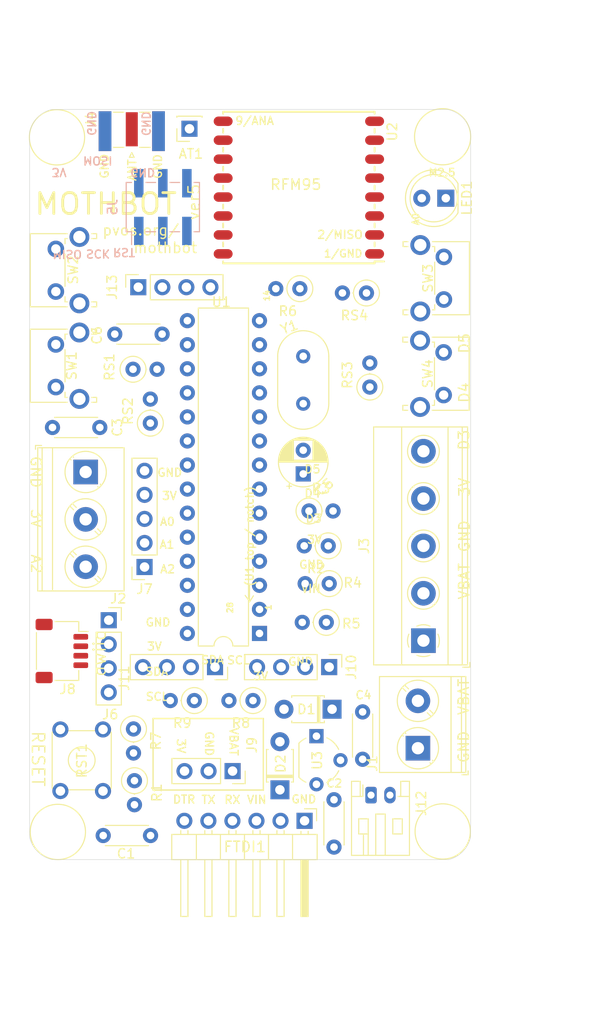
<source format=kicad_pcb>
(kicad_pcb (version 20171130) (host pcbnew 5.0.2-bee76a0~70~ubuntu18.04.1)

  (general
    (thickness 1.6)
    (drawings 89)
    (tracks 0)
    (zones 0)
    (modules 50)
    (nets 31)
  )

  (page A4)
  (layers
    (0 F.Cu signal)
    (31 B.Cu signal)
    (32 B.Adhes user)
    (33 F.Adhes user)
    (34 B.Paste user)
    (35 F.Paste user)
    (36 B.SilkS user)
    (37 F.SilkS user)
    (38 B.Mask user)
    (39 F.Mask user)
    (40 Dwgs.User user)
    (41 Cmts.User user)
    (42 Eco1.User user)
    (43 Eco2.User user)
    (44 Edge.Cuts user)
    (45 Margin user)
    (46 B.CrtYd user)
    (47 F.CrtYd user)
    (48 B.Fab user)
    (49 F.Fab user)
  )

  (setup
    (last_trace_width 0.5)
    (user_trace_width 0.4)
    (user_trace_width 0.5)
    (user_trace_width 0.75)
    (user_trace_width 1)
    (user_trace_width 1.25)
    (user_trace_width 1.5)
    (user_trace_width 1.7)
    (trace_clearance 0.2)
    (zone_clearance 0.508)
    (zone_45_only no)
    (trace_min 0.2)
    (segment_width 0.2)
    (edge_width 0.05)
    (via_size 0.8)
    (via_drill 0.4)
    (via_min_size 0.4)
    (via_min_drill 0.3)
    (user_via 1 0.5)
    (user_via 1.5 0.75)
    (user_via 1.78 0.89)
    (uvia_size 0.3)
    (uvia_drill 0.1)
    (uvias_allowed no)
    (uvia_min_size 0.2)
    (uvia_min_drill 0.1)
    (pcb_text_width 0.3)
    (pcb_text_size 1.5 1.5)
    (mod_edge_width 0.12)
    (mod_text_size 1 1)
    (mod_text_width 0.15)
    (pad_size 1.524 1.524)
    (pad_drill 0.762)
    (pad_to_mask_clearance 0.051)
    (solder_mask_min_width 0.25)
    (aux_axis_origin 0 0)
    (visible_elements FFFDF7FF)
    (pcbplotparams
      (layerselection 0x010fc_ffffffff)
      (usegerberextensions false)
      (usegerberattributes true)
      (usegerberadvancedattributes true)
      (creategerberjobfile true)
      (excludeedgelayer true)
      (linewidth 0.100000)
      (plotframeref false)
      (viasonmask false)
      (mode 1)
      (useauxorigin false)
      (hpglpennumber 1)
      (hpglpenspeed 20)
      (hpglpendiameter 15.000000)
      (psnegative false)
      (psa4output false)
      (plotreference true)
      (plotvalue true)
      (plotinvisibletext false)
      (padsonsilk false)
      (subtractmaskfromsilk false)
      (outputformat 1)
      (mirror false)
      (drillshape 1)
      (scaleselection 1)
      (outputdirectory ""))
  )

  (net 0 "")
  (net 1 "Net-(AT1-Pad1)")
  (net 2 "Net-(C1-Pad2)")
  (net 3 RST)
  (net 4 GND)
  (net 5 "Net-(C3-Pad1)")
  (net 6 VCC)
  (net 7 A3)
  (net 8 D5)
  (net 9 TX0)
  (net 10 RX0)
  (net 11 A0)
  (net 12 D4)
  (net 13 D3)
  (net 14 MOSI)
  (net 15 SCK)
  (net 16 MISO)
  (net 17 A4)
  (net 18 A5)
  (net 19 A1)
  (net 20 A2)
  (net 21 D8)
  (net 22 D7)
  (net 23 D6)
  (net 24 "Net-(U1-Pad10)")
  (net 25 "Net-(U1-Pad9)")
  (net 26 D2)
  (net 27 "Net-(LED1-Pad1)")
  (net 28 "Net-(C2-Pad1)")
  (net 29 VBUS)
  (net 30 VBAT)

  (net_class Default "This is the default net class."
    (clearance 0.2)
    (trace_width 0.25)
    (via_dia 0.8)
    (via_drill 0.4)
    (uvia_dia 0.3)
    (uvia_drill 0.1)
    (add_net A0)
    (add_net A1)
    (add_net A2)
    (add_net A3)
    (add_net A4)
    (add_net A5)
    (add_net D2)
    (add_net D3)
    (add_net D4)
    (add_net D5)
    (add_net D6)
    (add_net D7)
    (add_net D8)
    (add_net GND)
    (add_net MISO)
    (add_net MOSI)
    (add_net "Net-(AT1-Pad1)")
    (add_net "Net-(C1-Pad2)")
    (add_net "Net-(C2-Pad1)")
    (add_net "Net-(C3-Pad1)")
    (add_net "Net-(LED1-Pad1)")
    (add_net "Net-(U1-Pad10)")
    (add_net "Net-(U1-Pad9)")
    (add_net RST)
    (add_net RX0)
    (add_net SCK)
    (add_net TX0)
    (add_net VBAT)
    (add_net VBUS)
    (add_net VCC)
  )

  (module MountingHole:MountingHole_2.7mm_M2.5 (layer F.Cu) (tedit 56D1B4CB) (tstamp 5F7A3679)
    (at -128.55 1.225 180)
    (descr "Mounting Hole 2.7mm, no annular, M2.5")
    (tags "mounting hole 2.7mm no annular m2.5")
    (path /5F3957AD)
    (attr virtual)
    (fp_text reference H2 (at 0 -3.7) (layer F.SilkS) hide
      (effects (font (size 1 1) (thickness 0.15)))
    )
    (fp_text value MountingHole (at 0 3.7) (layer F.Fab)
      (effects (font (size 1 1) (thickness 0.15)))
    )
    (fp_circle (center 0 0) (end 2.95 0) (layer F.CrtYd) (width 0.05))
    (fp_circle (center 0 0) (end 2.7 0) (layer Cmts.User) (width 0.15))
    (fp_text user %R (at 0.3 0) (layer F.Fab)
      (effects (font (size 1 1) (thickness 0.15)))
    )
    (pad 1 np_thru_hole circle (at 0 0 180) (size 2.7 2.7) (drill 2.7) (layers *.Cu *.Mask))
  )

  (module Connector_PinSocket_2.54mm:PinSocket_1x04_P2.54mm_Vertical (layer F.Cu) (tedit 5A19A429) (tstamp 5F8F9EDD)
    (at -111.887 57.2008 270)
    (descr "Through hole straight socket strip, 1x04, 2.54mm pitch, single row (from Kicad 4.0.7), script generated")
    (tags "Through hole socket strip THT 1x04 2.54mm single row")
    (path /5F9888EF)
    (fp_text reference J11 (at 1.1613 9.5833 90) (layer F.SilkS)
      (effects (font (size 1 1) (thickness 0.15)))
    )
    (fp_text value Conn_01x04_Female (at 0 10.39 90) (layer F.Fab)
      (effects (font (size 1 1) (thickness 0.15)))
    )
    (fp_line (start -1.8 9.4) (end -1.8 -1.8) (layer F.CrtYd) (width 0.05))
    (fp_line (start 1.75 9.4) (end -1.8 9.4) (layer F.CrtYd) (width 0.05))
    (fp_line (start 1.75 -1.8) (end 1.75 9.4) (layer F.CrtYd) (width 0.05))
    (fp_line (start -1.8 -1.8) (end 1.75 -1.8) (layer F.CrtYd) (width 0.05))
    (fp_line (start 0 -1.33) (end 1.33 -1.33) (layer F.SilkS) (width 0.12))
    (fp_line (start 1.33 -1.33) (end 1.33 0) (layer F.SilkS) (width 0.12))
    (fp_line (start 1.33 1.27) (end 1.33 8.95) (layer F.SilkS) (width 0.12))
    (fp_line (start -1.33 8.95) (end 1.33 8.95) (layer F.SilkS) (width 0.12))
    (fp_line (start -1.33 1.27) (end -1.33 8.95) (layer F.SilkS) (width 0.12))
    (fp_line (start -1.33 1.27) (end 1.33 1.27) (layer F.SilkS) (width 0.12))
    (fp_line (start -1.27 8.89) (end -1.27 -1.27) (layer F.Fab) (width 0.1))
    (fp_line (start 1.27 8.89) (end -1.27 8.89) (layer F.Fab) (width 0.1))
    (fp_line (start 1.27 -0.635) (end 1.27 8.89) (layer F.Fab) (width 0.1))
    (fp_line (start 0.635 -1.27) (end 1.27 -0.635) (layer F.Fab) (width 0.1))
    (fp_line (start -1.27 -1.27) (end 0.635 -1.27) (layer F.Fab) (width 0.1))
    (fp_text user %R (at 0 3.81) (layer F.Fab)
      (effects (font (size 1 1) (thickness 0.15)))
    )
    (pad 1 thru_hole rect (at 0 0 270) (size 1.7 1.7) (drill 1) (layers *.Cu *.Mask)
      (net 4 GND))
    (pad 2 thru_hole oval (at 0 2.54 270) (size 1.7 1.7) (drill 1) (layers *.Cu *.Mask)
      (net 6 VCC))
    (pad 3 thru_hole oval (at 0 5.08 270) (size 1.7 1.7) (drill 1) (layers *.Cu *.Mask)
      (net 18 A5))
    (pad 4 thru_hole oval (at 0 7.62 270) (size 1.7 1.7) (drill 1) (layers *.Cu *.Mask)
      (net 17 A4))
    (model ${KISYS3DMOD}/Connector_PinSocket_2.54mm.3dshapes/PinSocket_1x04_P2.54mm_Vertical.wrl
      (at (xyz 0 0 0))
      (scale (xyz 1 1 1))
      (rotate (xyz 0 0 0))
    )
  )

  (module Crystal:Resonator-2Pin_W10.0mm_H5.0mm (layer F.Cu) (tedit 5A0FD1B2) (tstamp 5F7C78EB)
    (at -102.5652 29.3878 90)
    (descr "Ceramic Resomator/Filter 10.0x5.0 RedFrequency MG/MT/MX series, http://www.red-frequency.com/download/datenblatt/redfrequency-datenblatt-ir-zta.pdf, length*width=10.0x5.0mm^2 package, package length=10.0mm, package width=5.0mm, 2 pins")
    (tags "THT ceramic resonator filter")
    (path /5F2FF1D5)
    (fp_text reference Y1 (at 8.075 -1.475 20) (layer F.SilkS)
      (effects (font (size 1 1) (thickness 0.15)))
    )
    (fp_text value Crystal (at 2.5 3.7 90) (layer F.Fab)
      (effects (font (size 1 1) (thickness 0.15)))
    )
    (fp_line (start 8 -3) (end -3 -3) (layer F.CrtYd) (width 0.05))
    (fp_line (start 8 3) (end 8 -3) (layer F.CrtYd) (width 0.05))
    (fp_line (start -3 3) (end 8 3) (layer F.CrtYd) (width 0.05))
    (fp_line (start -3 -3) (end -3 3) (layer F.CrtYd) (width 0.05))
    (fp_line (start 0 2.7) (end 5 2.7) (layer F.SilkS) (width 0.12))
    (fp_line (start 0 -2.7) (end 5 -2.7) (layer F.SilkS) (width 0.12))
    (fp_line (start 0 2.5) (end 5 2.5) (layer F.Fab) (width 0.1))
    (fp_line (start 0 -2.5) (end 5 -2.5) (layer F.Fab) (width 0.1))
    (fp_line (start 0 2.5) (end 5 2.5) (layer F.Fab) (width 0.1))
    (fp_line (start 0 -2.5) (end 5 -2.5) (layer F.Fab) (width 0.1))
    (fp_arc (start 5 0) (end 5 -2.7) (angle 180) (layer F.SilkS) (width 0.12))
    (fp_arc (start 0 0) (end 0 -2.7) (angle -180) (layer F.SilkS) (width 0.12))
    (fp_arc (start 5 0) (end 5 -2.5) (angle 180) (layer F.Fab) (width 0.1))
    (fp_arc (start 0 0) (end 0 -2.5) (angle -180) (layer F.Fab) (width 0.1))
    (fp_arc (start 5 0) (end 5 -2.5) (angle 180) (layer F.Fab) (width 0.1))
    (fp_arc (start 0 0) (end 0 -2.5) (angle -180) (layer F.Fab) (width 0.1))
    (fp_text user %R (at 2.5 0 90) (layer F.Fab)
      (effects (font (size 1 1) (thickness 0.15)))
    )
    (pad 2 thru_hole circle (at 5 0 90) (size 1.5 1.5) (drill 0.8) (layers *.Cu *.Mask)
      (net 24 "Net-(U1-Pad10)"))
    (pad 1 thru_hole circle (at 0 0 90) (size 1.5 1.5) (drill 0.8) (layers *.Cu *.Mask)
      (net 25 "Net-(U1-Pad9)"))
    (model ${KISYS3DMOD}/Crystal.3dshapes/Resonator-2Pin_W10.0mm_H5.0mm.wrl
      (at (xyz 0 0 0))
      (scale (xyz 1 1 1))
      (rotate (xyz 0 0 0))
    )
  )

  (module Connector_PinSocket_2.54mm:PinSocket_1x05_P2.54mm_Vertical (layer F.Cu) (tedit 5A19A420) (tstamp 5F90C0F2)
    (at -119.3292 46.6344 180)
    (descr "Through hole straight socket strip, 1x05, 2.54mm pitch, single row (from Kicad 4.0.7), script generated")
    (tags "Through hole socket strip THT 1x05 2.54mm single row")
    (path /5F8A1647)
    (fp_text reference J7 (at 0 -2.33) (layer F.SilkS)
      (effects (font (size 1 1) (thickness 0.15)))
    )
    (fp_text value Conn_01x05_Female (at 0 12.93) (layer F.Fab)
      (effects (font (size 1 1) (thickness 0.15)))
    )
    (fp_line (start -1.27 -1.27) (end 0.635 -1.27) (layer F.Fab) (width 0.1))
    (fp_line (start 0.635 -1.27) (end 1.27 -0.635) (layer F.Fab) (width 0.1))
    (fp_line (start 1.27 -0.635) (end 1.27 11.43) (layer F.Fab) (width 0.1))
    (fp_line (start 1.27 11.43) (end -1.27 11.43) (layer F.Fab) (width 0.1))
    (fp_line (start -1.27 11.43) (end -1.27 -1.27) (layer F.Fab) (width 0.1))
    (fp_line (start -1.33 1.27) (end 1.33 1.27) (layer F.SilkS) (width 0.12))
    (fp_line (start -1.33 1.27) (end -1.33 11.49) (layer F.SilkS) (width 0.12))
    (fp_line (start -1.33 11.49) (end 1.33 11.49) (layer F.SilkS) (width 0.12))
    (fp_line (start 1.33 1.27) (end 1.33 11.49) (layer F.SilkS) (width 0.12))
    (fp_line (start 1.33 -1.33) (end 1.33 0) (layer F.SilkS) (width 0.12))
    (fp_line (start 0 -1.33) (end 1.33 -1.33) (layer F.SilkS) (width 0.12))
    (fp_line (start -1.8 -1.8) (end 1.75 -1.8) (layer F.CrtYd) (width 0.05))
    (fp_line (start 1.75 -1.8) (end 1.75 11.9) (layer F.CrtYd) (width 0.05))
    (fp_line (start 1.75 11.9) (end -1.8 11.9) (layer F.CrtYd) (width 0.05))
    (fp_line (start -1.8 11.9) (end -1.8 -1.8) (layer F.CrtYd) (width 0.05))
    (fp_text user %R (at 0 5.08 90) (layer F.Fab)
      (effects (font (size 1 1) (thickness 0.15)))
    )
    (pad 5 thru_hole oval (at 0 10.16 180) (size 1.7 1.7) (drill 1) (layers *.Cu *.Mask)
      (net 4 GND))
    (pad 4 thru_hole oval (at 0 7.62 180) (size 1.7 1.7) (drill 1) (layers *.Cu *.Mask)
      (net 6 VCC))
    (pad 3 thru_hole oval (at 0 5.08 180) (size 1.7 1.7) (drill 1) (layers *.Cu *.Mask)
      (net 11 A0))
    (pad 2 thru_hole oval (at 0 2.54 180) (size 1.7 1.7) (drill 1) (layers *.Cu *.Mask)
      (net 19 A1))
    (pad 1 thru_hole rect (at 0 0 180) (size 1.7 1.7) (drill 1) (layers *.Cu *.Mask)
      (net 20 A2))
    (model ${KISYS3DMOD}/Connector_PinSocket_2.54mm.3dshapes/PinSocket_1x05_P2.54mm_Vertical.wrl
      (at (xyz 0 0 0))
      (scale (xyz 1 1 1))
      (rotate (xyz 0 0 0))
    )
  )

  (module Capacitor_THT:C_Disc_D4.3mm_W1.9mm_P5.00mm (layer F.Cu) (tedit 5AE50EF0) (tstamp 5F7B48AD)
    (at -129.0574 31.9024)
    (descr "C, Disc series, Radial, pin pitch=5.00mm, , diameter*width=4.3*1.9mm^2, Capacitor, http://www.vishay.com/docs/45233/krseries.pdf")
    (tags "C Disc series Radial pin pitch 5.00mm  diameter 4.3mm width 1.9mm Capacitor")
    (path /5F266C1D)
    (fp_text reference C3 (at 6.85 0 90) (layer F.SilkS)
      (effects (font (size 1 1) (thickness 0.15)))
    )
    (fp_text value 0.1u (at 2.5 2.2 -180) (layer F.Fab)
      (effects (font (size 1 1) (thickness 0.15)))
    )
    (fp_line (start 6.05 -1.2) (end -1.05 -1.2) (layer F.CrtYd) (width 0.05))
    (fp_line (start 6.05 1.2) (end 6.05 -1.2) (layer F.CrtYd) (width 0.05))
    (fp_line (start -1.05 1.2) (end 6.05 1.2) (layer F.CrtYd) (width 0.05))
    (fp_line (start -1.05 -1.2) (end -1.05 1.2) (layer F.CrtYd) (width 0.05))
    (fp_line (start 4.77 1.055) (end 4.77 1.07) (layer F.SilkS) (width 0.12))
    (fp_line (start 4.77 -1.07) (end 4.77 -1.055) (layer F.SilkS) (width 0.12))
    (fp_line (start 0.23 1.055) (end 0.23 1.07) (layer F.SilkS) (width 0.12))
    (fp_line (start 0.23 -1.07) (end 0.23 -1.055) (layer F.SilkS) (width 0.12))
    (fp_line (start 0.23 1.07) (end 4.77 1.07) (layer F.SilkS) (width 0.12))
    (fp_line (start 0.23 -1.07) (end 4.77 -1.07) (layer F.SilkS) (width 0.12))
    (fp_line (start 4.65 -0.95) (end 0.35 -0.95) (layer F.Fab) (width 0.1))
    (fp_line (start 4.65 0.95) (end 4.65 -0.95) (layer F.Fab) (width 0.1))
    (fp_line (start 0.35 0.95) (end 4.65 0.95) (layer F.Fab) (width 0.1))
    (fp_line (start 0.35 -0.95) (end 0.35 0.95) (layer F.Fab) (width 0.1))
    (fp_text user %R (at 2.5 0.125 -180) (layer F.Fab)
      (effects (font (size 0.86 0.86) (thickness 0.129)))
    )
    (pad 2 thru_hole circle (at 5 0) (size 1.6 1.6) (drill 0.8) (layers *.Cu *.Mask)
      (net 4 GND))
    (pad 1 thru_hole circle (at 0 0) (size 1.6 1.6) (drill 0.8) (layers *.Cu *.Mask)
      (net 5 "Net-(C3-Pad1)"))
    (model ${KISYS3DMOD}/Capacitor_THT.3dshapes/C_Disc_D4.3mm_W1.9mm_P5.00mm.wrl
      (at (xyz 0 0 0))
      (scale (xyz 1 1 1))
      (rotate (xyz 0 0 0))
    )
  )

  (module MountingHole:MountingHole_2.7mm_M2.5 (layer F.Cu) (tedit 56D1B4CB) (tstamp 5F7B343A)
    (at -87.8 1.225 180)
    (descr "Mounting Hole 2.7mm, no annular, M2.5")
    (tags "mounting hole 2.7mm no annular m2.5")
    (path /5F3BA0EE)
    (attr virtual)
    (fp_text reference H4 (at 0 -3.7) (layer F.SilkS) hide
      (effects (font (size 1 1) (thickness 0.15)))
    )
    (fp_text value MountingHole (at 0 3.7) (layer F.Fab)
      (effects (font (size 1 1) (thickness 0.15)))
    )
    (fp_circle (center 0 0) (end 2.7 0) (layer Cmts.User) (width 0.15))
    (fp_circle (center 0 0) (end 2.95 0) (layer F.CrtYd) (width 0.05))
    (fp_text user %R (at 0.3 0) (layer F.Fab)
      (effects (font (size 1 1) (thickness 0.15)))
    )
    (pad 1 np_thru_hole circle (at 0 0 180) (size 2.7 2.7) (drill 2.7) (layers *.Cu *.Mask))
  )

  (module MountingHole:MountingHole_2.7mm_M2.5 (layer F.Cu) (tedit 56D1B4CB) (tstamp 5F7B3432)
    (at -128.525 74.6 180)
    (descr "Mounting Hole 2.7mm, no annular, M2.5")
    (tags "mounting hole 2.7mm no annular m2.5")
    (path /5F3B9C3E)
    (attr virtual)
    (fp_text reference H3 (at 0 -3.7) (layer F.SilkS) hide
      (effects (font (size 1 1) (thickness 0.15)))
    )
    (fp_text value MountingHole (at 0 3.7) (layer F.Fab)
      (effects (font (size 1 1) (thickness 0.15)))
    )
    (fp_circle (center 0 0) (end 2.7 0) (layer Cmts.User) (width 0.15))
    (fp_circle (center 0 0) (end 2.95 0) (layer F.CrtYd) (width 0.05))
    (fp_text user %R (at 0.3 0) (layer F.Fab)
      (effects (font (size 1 1) (thickness 0.15)))
    )
    (pad 1 np_thru_hole circle (at 0 0 180) (size 2.7 2.7) (drill 2.7) (layers *.Cu *.Mask))
  )

  (module Capacitor_THT:C_Disc_D4.3mm_W1.9mm_P5.00mm (layer F.Cu) (tedit 5AE50EF0) (tstamp 5F7A35EF)
    (at -117.475 22.0472 180)
    (descr "C, Disc series, Radial, pin pitch=5.00mm, , diameter*width=4.3*1.9mm^2, Capacitor, http://www.vishay.com/docs/45233/krseries.pdf")
    (tags "C Disc series Radial pin pitch 5.00mm  diameter 4.3mm width 1.9mm Capacitor")
    (path /5F808EB5)
    (fp_text reference C6 (at 6.89 -0.125 270) (layer F.SilkS)
      (effects (font (size 1 1) (thickness 0.15)))
    )
    (fp_text value 0.1uF (at 2.5 2.2) (layer F.Fab)
      (effects (font (size 1 1) (thickness 0.15)))
    )
    (fp_line (start 6.05 -1.2) (end -1.05 -1.2) (layer F.CrtYd) (width 0.05))
    (fp_line (start 6.05 1.2) (end 6.05 -1.2) (layer F.CrtYd) (width 0.05))
    (fp_line (start -1.05 1.2) (end 6.05 1.2) (layer F.CrtYd) (width 0.05))
    (fp_line (start -1.05 -1.2) (end -1.05 1.2) (layer F.CrtYd) (width 0.05))
    (fp_line (start 4.77 1.055) (end 4.77 1.07) (layer F.SilkS) (width 0.12))
    (fp_line (start 4.77 -1.07) (end 4.77 -1.055) (layer F.SilkS) (width 0.12))
    (fp_line (start 0.23 1.055) (end 0.23 1.07) (layer F.SilkS) (width 0.12))
    (fp_line (start 0.23 -1.07) (end 0.23 -1.055) (layer F.SilkS) (width 0.12))
    (fp_line (start 0.23 1.07) (end 4.77 1.07) (layer F.SilkS) (width 0.12))
    (fp_line (start 0.23 -1.07) (end 4.77 -1.07) (layer F.SilkS) (width 0.12))
    (fp_line (start 4.65 -0.95) (end 0.35 -0.95) (layer F.Fab) (width 0.1))
    (fp_line (start 4.65 0.95) (end 4.65 -0.95) (layer F.Fab) (width 0.1))
    (fp_line (start 0.35 0.95) (end 4.65 0.95) (layer F.Fab) (width 0.1))
    (fp_line (start 0.35 -0.95) (end 0.35 0.95) (layer F.Fab) (width 0.1))
    (fp_text user %R (at 2.675 0.15) (layer F.Fab)
      (effects (font (size 0.86 0.86) (thickness 0.129)))
    )
    (pad 2 thru_hole circle (at 5 0 180) (size 1.6 1.6) (drill 0.8) (layers *.Cu *.Mask)
      (net 4 GND))
    (pad 1 thru_hole circle (at 0 0 180) (size 1.6 1.6) (drill 0.8) (layers *.Cu *.Mask)
      (net 7 A3))
    (model ${KISYS3DMOD}/Capacitor_THT.3dshapes/C_Disc_D4.3mm_W1.9mm_P5.00mm.wrl
      (at (xyz 0 0 0))
      (scale (xyz 1 1 1))
      (rotate (xyz 0 0 0))
    )
  )

  (module Capacitor_THT:C_Disc_D4.3mm_W1.9mm_P5.00mm (layer F.Cu) (tedit 5AE50EF0) (tstamp 60144D5E)
    (at -96.2914 66.929 90)
    (descr "C, Disc series, Radial, pin pitch=5.00mm, , diameter*width=4.3*1.9mm^2, Capacitor, http://www.vishay.com/docs/45233/krseries.pdf")
    (tags "C Disc series Radial pin pitch 5.00mm  diameter 4.3mm width 1.9mm Capacitor")
    (path /5F27C5A9)
    (fp_text reference C4 (at 6.78 0.09 180) (layer F.SilkS)
      (effects (font (size 0.85 0.85) (thickness 0.15)))
    )
    (fp_text value 0.1u (at 2.5 2.2 90) (layer F.Fab)
      (effects (font (size 1 1) (thickness 0.15)))
    )
    (fp_line (start 6.05 -1.2) (end -1.05 -1.2) (layer F.CrtYd) (width 0.05))
    (fp_line (start 6.05 1.2) (end 6.05 -1.2) (layer F.CrtYd) (width 0.05))
    (fp_line (start -1.05 1.2) (end 6.05 1.2) (layer F.CrtYd) (width 0.05))
    (fp_line (start -1.05 -1.2) (end -1.05 1.2) (layer F.CrtYd) (width 0.05))
    (fp_line (start 4.77 1.055) (end 4.77 1.07) (layer F.SilkS) (width 0.12))
    (fp_line (start 4.77 -1.07) (end 4.77 -1.055) (layer F.SilkS) (width 0.12))
    (fp_line (start 0.23 1.055) (end 0.23 1.07) (layer F.SilkS) (width 0.12))
    (fp_line (start 0.23 -1.07) (end 0.23 -1.055) (layer F.SilkS) (width 0.12))
    (fp_line (start 0.23 1.07) (end 4.77 1.07) (layer F.SilkS) (width 0.12))
    (fp_line (start 0.23 -1.07) (end 4.77 -1.07) (layer F.SilkS) (width 0.12))
    (fp_line (start 4.65 -0.95) (end 0.35 -0.95) (layer F.Fab) (width 0.1))
    (fp_line (start 4.65 0.95) (end 4.65 -0.95) (layer F.Fab) (width 0.1))
    (fp_line (start 0.35 0.95) (end 4.65 0.95) (layer F.Fab) (width 0.1))
    (fp_line (start 0.35 -0.95) (end 0.35 0.95) (layer F.Fab) (width 0.1))
    (fp_text user %R (at 2.5 0 90) (layer F.Fab)
      (effects (font (size 0.86 0.86) (thickness 0.129)))
    )
    (pad 2 thru_hole circle (at 5 0 90) (size 1.6 1.6) (drill 0.8) (layers *.Cu *.Mask)
      (net 4 GND))
    (pad 1 thru_hole circle (at 0 0 90) (size 1.6 1.6) (drill 0.8) (layers *.Cu *.Mask)
      (net 6 VCC))
    (model ${KISYS3DMOD}/Capacitor_THT.3dshapes/C_Disc_D4.3mm_W1.9mm_P5.00mm.wrl
      (at (xyz 0 0 0))
      (scale (xyz 1 1 1))
      (rotate (xyz 0 0 0))
    )
  )

  (module Capacitor_THT:C_Disc_D4.3mm_W1.9mm_P5.00mm (layer F.Cu) (tedit 5AE50EF0) (tstamp 601572AE)
    (at -99.314 76.2 90)
    (descr "C, Disc series, Radial, pin pitch=5.00mm, , diameter*width=4.3*1.9mm^2, Capacitor, http://www.vishay.com/docs/45233/krseries.pdf")
    (tags "C Disc series Radial pin pitch 5.00mm  diameter 4.3mm width 1.9mm Capacitor")
    (path /5F27AAEF)
    (fp_text reference C2 (at 6.73 0.03 180) (layer F.SilkS)
      (effects (font (size 0.85 0.85) (thickness 0.15)))
    )
    (fp_text value 0.1u (at 2.5 2.2 90) (layer F.Fab)
      (effects (font (size 1 1) (thickness 0.15)))
    )
    (fp_line (start 6.05 -1.2) (end -1.05 -1.2) (layer F.CrtYd) (width 0.05))
    (fp_line (start 6.05 1.2) (end 6.05 -1.2) (layer F.CrtYd) (width 0.05))
    (fp_line (start -1.05 1.2) (end 6.05 1.2) (layer F.CrtYd) (width 0.05))
    (fp_line (start -1.05 -1.2) (end -1.05 1.2) (layer F.CrtYd) (width 0.05))
    (fp_line (start 4.77 1.055) (end 4.77 1.07) (layer F.SilkS) (width 0.12))
    (fp_line (start 4.77 -1.07) (end 4.77 -1.055) (layer F.SilkS) (width 0.12))
    (fp_line (start 0.23 1.055) (end 0.23 1.07) (layer F.SilkS) (width 0.12))
    (fp_line (start 0.23 -1.07) (end 0.23 -1.055) (layer F.SilkS) (width 0.12))
    (fp_line (start 0.23 1.07) (end 4.77 1.07) (layer F.SilkS) (width 0.12))
    (fp_line (start 0.23 -1.07) (end 4.77 -1.07) (layer F.SilkS) (width 0.12))
    (fp_line (start 4.65 -0.95) (end 0.35 -0.95) (layer F.Fab) (width 0.1))
    (fp_line (start 4.65 0.95) (end 4.65 -0.95) (layer F.Fab) (width 0.1))
    (fp_line (start 0.35 0.95) (end 4.65 0.95) (layer F.Fab) (width 0.1))
    (fp_line (start 0.35 -0.95) (end 0.35 0.95) (layer F.Fab) (width 0.1))
    (fp_text user %R (at 2.5 0 90) (layer F.Fab)
      (effects (font (size 0.86 0.86) (thickness 0.129)))
    )
    (pad 2 thru_hole circle (at 5 0 90) (size 1.6 1.6) (drill 0.8) (layers *.Cu *.Mask)
      (net 4 GND))
    (pad 1 thru_hole circle (at 0 0 90) (size 1.6 1.6) (drill 0.8) (layers *.Cu *.Mask)
      (net 28 "Net-(C2-Pad1)"))
    (model ${KISYS3DMOD}/Capacitor_THT.3dshapes/C_Disc_D4.3mm_W1.9mm_P5.00mm.wrl
      (at (xyz 0 0 0))
      (scale (xyz 1 1 1))
      (rotate (xyz 0 0 0))
    )
  )

  (module Capacitor_THT:C_Disc_D4.3mm_W1.9mm_P5.00mm (layer F.Cu) (tedit 5AE50EF0) (tstamp 5F7B9C45)
    (at -123.698 74.9808)
    (descr "C, Disc series, Radial, pin pitch=5.00mm, , diameter*width=4.3*1.9mm^2, Capacitor, http://www.vishay.com/docs/45233/krseries.pdf")
    (tags "C Disc series Radial pin pitch 5.00mm  diameter 4.3mm width 1.9mm Capacitor")
    (path /5F26DE4A)
    (fp_text reference C1 (at 2.416 1.918) (layer F.SilkS)
      (effects (font (size 1 1) (thickness 0.15)))
    )
    (fp_text value 0.1u (at 2.5 2.2) (layer F.Fab)
      (effects (font (size 1 1) (thickness 0.15)))
    )
    (fp_line (start 6.05 -1.2) (end -1.05 -1.2) (layer F.CrtYd) (width 0.05))
    (fp_line (start 6.05 1.2) (end 6.05 -1.2) (layer F.CrtYd) (width 0.05))
    (fp_line (start -1.05 1.2) (end 6.05 1.2) (layer F.CrtYd) (width 0.05))
    (fp_line (start -1.05 -1.2) (end -1.05 1.2) (layer F.CrtYd) (width 0.05))
    (fp_line (start 4.77 1.055) (end 4.77 1.07) (layer F.SilkS) (width 0.12))
    (fp_line (start 4.77 -1.07) (end 4.77 -1.055) (layer F.SilkS) (width 0.12))
    (fp_line (start 0.23 1.055) (end 0.23 1.07) (layer F.SilkS) (width 0.12))
    (fp_line (start 0.23 -1.07) (end 0.23 -1.055) (layer F.SilkS) (width 0.12))
    (fp_line (start 0.23 1.07) (end 4.77 1.07) (layer F.SilkS) (width 0.12))
    (fp_line (start 0.23 -1.07) (end 4.77 -1.07) (layer F.SilkS) (width 0.12))
    (fp_line (start 4.65 -0.95) (end 0.35 -0.95) (layer F.Fab) (width 0.1))
    (fp_line (start 4.65 0.95) (end 4.65 -0.95) (layer F.Fab) (width 0.1))
    (fp_line (start 0.35 0.95) (end 4.65 0.95) (layer F.Fab) (width 0.1))
    (fp_line (start 0.35 -0.95) (end 0.35 0.95) (layer F.Fab) (width 0.1))
    (fp_text user %R (at 2.5 0) (layer F.Fab)
      (effects (font (size 0.86 0.86) (thickness 0.129)))
    )
    (pad 2 thru_hole circle (at 5 0) (size 1.6 1.6) (drill 0.8) (layers *.Cu *.Mask)
      (net 2 "Net-(C1-Pad2)"))
    (pad 1 thru_hole circle (at 0 0) (size 1.6 1.6) (drill 0.8) (layers *.Cu *.Mask)
      (net 3 RST))
    (model ${KISYS3DMOD}/Capacitor_THT.3dshapes/C_Disc_D4.3mm_W1.9mm_P5.00mm.wrl
      (at (xyz 0 0 0))
      (scale (xyz 1 1 1))
      (rotate (xyz 0 0 0))
    )
  )

  (module LED_THT:LED_D5.0mm (layer F.Cu) (tedit 5995936A) (tstamp 5F8FEF18)
    (at -87.503 7.6962 180)
    (descr "LED, diameter 5.0mm, 2 pins, http://cdn-reichelt.de/documents/datenblatt/A500/LL-504BC2E-009.pdf")
    (tags "LED diameter 5.0mm 2 pins")
    (path /5F57E191)
    (fp_text reference LED1 (at -2.225 0.025 90) (layer F.SilkS)
      (effects (font (size 1 1) (thickness 0.15)))
    )
    (fp_text value LED (at 1.27 3.96 180) (layer F.Fab)
      (effects (font (size 1 1) (thickness 0.15)))
    )
    (fp_circle (center 1.27 0) (end 3.77 0) (layer F.Fab) (width 0.1))
    (fp_circle (center 1.27 0) (end 3.77 0) (layer F.SilkS) (width 0.12))
    (fp_line (start -1.23 -1.469694) (end -1.23 1.469694) (layer F.Fab) (width 0.1))
    (fp_line (start -1.29 -1.545) (end -1.29 1.545) (layer F.SilkS) (width 0.12))
    (fp_line (start -1.95 -3.25) (end -1.95 3.25) (layer F.CrtYd) (width 0.05))
    (fp_line (start -1.95 3.25) (end 4.5 3.25) (layer F.CrtYd) (width 0.05))
    (fp_line (start 4.5 3.25) (end 4.5 -3.25) (layer F.CrtYd) (width 0.05))
    (fp_line (start 4.5 -3.25) (end -1.95 -3.25) (layer F.CrtYd) (width 0.05))
    (fp_arc (start 1.27 0) (end -1.23 -1.469694) (angle 299.1) (layer F.Fab) (width 0.1))
    (fp_arc (start 1.27 0) (end -1.29 -1.54483) (angle 148.9) (layer F.SilkS) (width 0.12))
    (fp_arc (start 1.27 0) (end -1.29 1.54483) (angle -148.9) (layer F.SilkS) (width 0.12))
    (fp_text user %R (at 1.25 0 180) (layer F.Fab)
      (effects (font (size 0.8 0.8) (thickness 0.2)))
    )
    (pad 1 thru_hole rect (at 0 0 180) (size 1.8 1.8) (drill 0.9) (layers *.Cu *.Mask)
      (net 27 "Net-(LED1-Pad1)"))
    (pad 2 thru_hole circle (at 2.54 0 180) (size 1.8 1.8) (drill 0.9) (layers *.Cu *.Mask)
      (net 11 A0))
    (model ${KISYS3DMOD}/LED_THT.3dshapes/LED_D5.0mm.wrl
      (at (xyz 0 0 0))
      (scale (xyz 1 1 1))
      (rotate (xyz 0 0 0))
    )
  )

  (module Package_TO_SOT_THT:TO-92_Wide (layer F.Cu) (tedit 5A2795B7) (tstamp 5F7A474D)
    (at -101.1682 64.4906 270)
    (descr "TO-92 leads molded, wide, drill 0.75mm (see NXP sot054_po.pdf)")
    (tags "to-92 sc-43 sc-43a sot54 PA33 transistor")
    (path /5F67A451)
    (fp_text reference U3 (at 2.5654 -0.0762 270) (layer F.SilkS)
      (effects (font (size 1 1) (thickness 0.15)))
    )
    (fp_text value MCP1700-3302E_TO92 (at 2.54 2.79 270) (layer F.Fab)
      (effects (font (size 1 1) (thickness 0.15)))
    )
    (fp_line (start 6.09 2.01) (end -1.01 2.01) (layer F.CrtYd) (width 0.05))
    (fp_line (start 6.09 2.01) (end 6.09 -3.55) (layer F.CrtYd) (width 0.05))
    (fp_line (start -1.01 -3.55) (end -1.01 2.01) (layer F.CrtYd) (width 0.05))
    (fp_line (start -1.01 -3.55) (end 6.09 -3.55) (layer F.CrtYd) (width 0.05))
    (fp_line (start 0.8 1.75) (end 4.3 1.75) (layer F.Fab) (width 0.1))
    (fp_line (start 0.74 1.85) (end 4.34 1.85) (layer F.SilkS) (width 0.12))
    (fp_arc (start 2.54 0) (end 4.34 1.85) (angle -20) (layer F.SilkS) (width 0.12))
    (fp_arc (start 2.54 0) (end 2.54 -2.48) (angle -135) (layer F.Fab) (width 0.1))
    (fp_arc (start 2.54 0) (end 2.54 -2.48) (angle 135) (layer F.Fab) (width 0.1))
    (fp_arc (start 2.54 0) (end 3.65 -2.35) (angle 39.71668247) (layer F.SilkS) (width 0.12))
    (fp_arc (start 2.54 0) (end 1.4 -2.35) (angle -39.12170074) (layer F.SilkS) (width 0.12))
    (fp_arc (start 2.54 0) (end 0.74 1.85) (angle 20) (layer F.SilkS) (width 0.12))
    (fp_text user %R (at 2.54 0 270) (layer F.Fab)
      (effects (font (size 1 1) (thickness 0.15)))
    )
    (pad 1 thru_hole rect (at 0 0) (size 1.5 1.5) (drill 0.8) (layers *.Cu *.Mask)
      (net 4 GND))
    (pad 3 thru_hole circle (at 5.08 0) (size 1.5 1.5) (drill 0.8) (layers *.Cu *.Mask)
      (net 6 VCC))
    (pad 2 thru_hole circle (at 2.54 -2.54) (size 1.5 1.5) (drill 0.8) (layers *.Cu *.Mask)
      (net 28 "Net-(C2-Pad1)"))
    (model ${KISYS3DMOD}/Package_TO_SOT_THT.3dshapes/TO-92_Wide.wrl
      (at (xyz 0 0 0))
      (scale (xyz 1 1 1))
      (rotate (xyz 0 0 0))
    )
  )

  (module footprints:RFM95 (layer F.Cu) (tedit 585E5D4C) (tstamp 5F7B5B2E)
    (at -95.026 13.575 180)
    (path /5F280E78)
    (fp_text reference U2 (at -1.866 12.895 270) (layer F.SilkS)
      (effects (font (size 1 1) (thickness 0.15)))
    )
    (fp_text value RFM95W-915S2 (at 13.5 -1.8) (layer F.Fab)
      (effects (font (size 1 1) (thickness 0.15)))
    )
    (fp_line (start 0 -1) (end 16 -1) (layer F.SilkS) (width 0.2))
    (fp_line (start 0 10.8) (end 0 11.2) (layer F.SilkS) (width 0.2))
    (fp_line (start 0 8.8) (end 0 9.2) (layer F.SilkS) (width 0.2))
    (fp_line (start 0 6.8) (end 0 7.2) (layer F.SilkS) (width 0.2))
    (fp_line (start 0 4.8) (end 0 5.2) (layer F.SilkS) (width 0.2))
    (fp_line (start 0 3.2) (end 0 2.8) (layer F.SilkS) (width 0.2))
    (fp_line (start 0 1.2) (end 0 0.8) (layer F.SilkS) (width 0.2))
    (fp_line (start -1 -0.8) (end 0 -0.8) (layer F.SilkS) (width 0.2))
    (fp_line (start 0 -0.8) (end 0 -1) (layer F.SilkS) (width 0.2))
    (fp_line (start 0 12.8) (end 0 13.2) (layer F.SilkS) (width 0.2))
    (fp_line (start 16 -1) (end 16 -0.8) (layer F.SilkS) (width 0.2))
    (fp_line (start 16 0.8) (end 16 1.2) (layer F.SilkS) (width 0.2))
    (fp_line (start 16 2.8) (end 16 3.2) (layer F.SilkS) (width 0.2))
    (fp_line (start 16 4.8) (end 16 5.2) (layer F.SilkS) (width 0.2))
    (fp_line (start 16 6.8) (end 16 7.2) (layer F.SilkS) (width 0.2))
    (fp_line (start 16 8.8) (end 16 9.2) (layer F.SilkS) (width 0.2))
    (fp_line (start 16 10.8) (end 16 11.2) (layer F.SilkS) (width 0.2))
    (fp_line (start 16 12.8) (end 16 13.2) (layer F.SilkS) (width 0.2))
    (fp_line (start 16 14.8) (end 16 15) (layer F.SilkS) (width 0.2))
    (fp_line (start 16 15) (end 0 15) (layer F.SilkS) (width 0.2))
    (fp_line (start 0 15) (end 0 14.8) (layer F.SilkS) (width 0.2))
    (pad 16 smd oval (at 16 0 180) (size 2 1) (layers F.Cu F.Paste F.Mask))
    (pad 15 smd oval (at 16 2 180) (size 2 1) (layers F.Cu F.Paste F.Mask)
      (net 23 D6))
    (pad 14 smd oval (at 16 4 180) (size 2 1) (layers F.Cu F.Paste F.Mask)
      (net 26 D2))
    (pad 13 smd oval (at 16 6 180) (size 2 1) (layers F.Cu F.Paste F.Mask)
      (net 6 VCC))
    (pad 12 smd oval (at 16 8 180) (size 2 1) (layers F.Cu F.Paste F.Mask))
    (pad 11 smd oval (at 16 10 180) (size 2 1) (layers F.Cu F.Paste F.Mask))
    (pad 10 smd oval (at 16 12 180) (size 2 1) (layers F.Cu F.Paste F.Mask)
      (net 4 GND))
    (pad 9 smd oval (at 16 14 180) (size 2 1) (layers F.Cu F.Paste F.Mask)
      (net 1 "Net-(AT1-Pad1)"))
    (pad 8 smd oval (at 0 14 180) (size 2 1) (layers F.Cu F.Paste F.Mask)
      (net 4 GND))
    (pad 7 smd oval (at 0 12 180) (size 2 1) (layers F.Cu F.Paste F.Mask))
    (pad 6 smd oval (at 0 10 180) (size 2 1) (layers F.Cu F.Paste F.Mask)
      (net 22 D7))
    (pad 5 smd oval (at 0 8 180) (size 2 1) (layers F.Cu F.Paste F.Mask)
      (net 21 D8))
    (pad 4 smd oval (at 0 6 180) (size 2 1) (layers F.Cu F.Paste F.Mask)
      (net 15 SCK))
    (pad 3 smd oval (at 0 4 180) (size 2 1) (layers F.Cu F.Paste F.Mask)
      (net 14 MOSI))
    (pad 2 smd oval (at 0 2 180) (size 2 1) (layers F.Cu F.Paste F.Mask)
      (net 16 MISO))
    (pad 1 smd oval (at 0 0 180) (size 2 1) (layers F.Cu F.Paste F.Mask)
      (net 4 GND))
  )

  (module Package_DIP:DIP-28_W7.62mm (layer F.Cu) (tedit 5A02E8C5) (tstamp 5F7A3910)
    (at -107.188 53.6448 180)
    (descr "28-lead though-hole mounted DIP package, row spacing 7.62 mm (300 mils)")
    (tags "THT DIP DIL PDIP 2.54mm 7.62mm 300mil")
    (path /5F2F45E8)
    (fp_text reference U1 (at 4.03 34.975) (layer F.SilkS)
      (effects (font (size 1 1) (thickness 0.15)))
    )
    (fp_text value ATmega328P-PU-C (at 3.81 35.35) (layer F.Fab)
      (effects (font (size 1 1) (thickness 0.15)))
    )
    (fp_line (start 8.7 -1.55) (end -1.1 -1.55) (layer F.CrtYd) (width 0.05))
    (fp_line (start 8.7 34.55) (end 8.7 -1.55) (layer F.CrtYd) (width 0.05))
    (fp_line (start -1.1 34.55) (end 8.7 34.55) (layer F.CrtYd) (width 0.05))
    (fp_line (start -1.1 -1.55) (end -1.1 34.55) (layer F.CrtYd) (width 0.05))
    (fp_line (start 6.46 -1.33) (end 4.81 -1.33) (layer F.SilkS) (width 0.12))
    (fp_line (start 6.46 34.35) (end 6.46 -1.33) (layer F.SilkS) (width 0.12))
    (fp_line (start 1.16 34.35) (end 6.46 34.35) (layer F.SilkS) (width 0.12))
    (fp_line (start 1.16 -1.33) (end 1.16 34.35) (layer F.SilkS) (width 0.12))
    (fp_line (start 2.81 -1.33) (end 1.16 -1.33) (layer F.SilkS) (width 0.12))
    (fp_line (start 0.635 -0.27) (end 1.635 -1.27) (layer F.Fab) (width 0.1))
    (fp_line (start 0.635 34.29) (end 0.635 -0.27) (layer F.Fab) (width 0.1))
    (fp_line (start 6.985 34.29) (end 0.635 34.29) (layer F.Fab) (width 0.1))
    (fp_line (start 6.985 -1.27) (end 6.985 34.29) (layer F.Fab) (width 0.1))
    (fp_line (start 1.635 -1.27) (end 6.985 -1.27) (layer F.Fab) (width 0.1))
    (fp_text user %R (at 3.81 16.51) (layer F.Fab)
      (effects (font (size 1 1) (thickness 0.15)))
    )
    (fp_arc (start 3.81 -1.33) (end 2.81 -1.33) (angle -180) (layer F.SilkS) (width 0.12))
    (pad 28 thru_hole oval (at 7.62 0 180) (size 1.6 1.6) (drill 0.8) (layers *.Cu *.Mask)
      (net 18 A5))
    (pad 14 thru_hole oval (at 0 33.02 180) (size 1.6 1.6) (drill 0.8) (layers *.Cu *.Mask)
      (net 21 D8))
    (pad 27 thru_hole oval (at 7.62 2.54 180) (size 1.6 1.6) (drill 0.8) (layers *.Cu *.Mask)
      (net 17 A4))
    (pad 13 thru_hole oval (at 0 30.48 180) (size 1.6 1.6) (drill 0.8) (layers *.Cu *.Mask)
      (net 22 D7))
    (pad 26 thru_hole oval (at 7.62 5.08 180) (size 1.6 1.6) (drill 0.8) (layers *.Cu *.Mask)
      (net 7 A3))
    (pad 12 thru_hole oval (at 0 27.94 180) (size 1.6 1.6) (drill 0.8) (layers *.Cu *.Mask)
      (net 23 D6))
    (pad 25 thru_hole oval (at 7.62 7.62 180) (size 1.6 1.6) (drill 0.8) (layers *.Cu *.Mask)
      (net 20 A2))
    (pad 11 thru_hole oval (at 0 25.4 180) (size 1.6 1.6) (drill 0.8) (layers *.Cu *.Mask)
      (net 8 D5))
    (pad 24 thru_hole oval (at 7.62 10.16 180) (size 1.6 1.6) (drill 0.8) (layers *.Cu *.Mask)
      (net 19 A1))
    (pad 10 thru_hole oval (at 0 22.86 180) (size 1.6 1.6) (drill 0.8) (layers *.Cu *.Mask)
      (net 24 "Net-(U1-Pad10)"))
    (pad 23 thru_hole oval (at 7.62 12.7 180) (size 1.6 1.6) (drill 0.8) (layers *.Cu *.Mask)
      (net 11 A0))
    (pad 9 thru_hole oval (at 0 20.32 180) (size 1.6 1.6) (drill 0.8) (layers *.Cu *.Mask)
      (net 25 "Net-(U1-Pad9)"))
    (pad 22 thru_hole oval (at 7.62 15.24 180) (size 1.6 1.6) (drill 0.8) (layers *.Cu *.Mask)
      (net 4 GND))
    (pad 8 thru_hole oval (at 0 17.78 180) (size 1.6 1.6) (drill 0.8) (layers *.Cu *.Mask)
      (net 4 GND))
    (pad 21 thru_hole oval (at 7.62 17.78 180) (size 1.6 1.6) (drill 0.8) (layers *.Cu *.Mask)
      (net 5 "Net-(C3-Pad1)"))
    (pad 7 thru_hole oval (at 0 15.24 180) (size 1.6 1.6) (drill 0.8) (layers *.Cu *.Mask)
      (net 6 VCC))
    (pad 20 thru_hole oval (at 7.62 20.32 180) (size 1.6 1.6) (drill 0.8) (layers *.Cu *.Mask)
      (net 6 VCC))
    (pad 6 thru_hole oval (at 0 12.7 180) (size 1.6 1.6) (drill 0.8) (layers *.Cu *.Mask)
      (net 12 D4))
    (pad 19 thru_hole oval (at 7.62 22.86 180) (size 1.6 1.6) (drill 0.8) (layers *.Cu *.Mask)
      (net 15 SCK))
    (pad 5 thru_hole oval (at 0 10.16 180) (size 1.6 1.6) (drill 0.8) (layers *.Cu *.Mask)
      (net 13 D3))
    (pad 18 thru_hole oval (at 7.62 25.4 180) (size 1.6 1.6) (drill 0.8) (layers *.Cu *.Mask)
      (net 16 MISO))
    (pad 4 thru_hole oval (at 0 7.62 180) (size 1.6 1.6) (drill 0.8) (layers *.Cu *.Mask)
      (net 26 D2))
    (pad 17 thru_hole oval (at 7.62 27.94 180) (size 1.6 1.6) (drill 0.8) (layers *.Cu *.Mask)
      (net 14 MOSI))
    (pad 3 thru_hole oval (at 0 5.08 180) (size 1.6 1.6) (drill 0.8) (layers *.Cu *.Mask)
      (net 9 TX0))
    (pad 16 thru_hole oval (at 7.62 30.48 180) (size 1.6 1.6) (drill 0.8) (layers *.Cu *.Mask))
    (pad 2 thru_hole oval (at 0 2.54 180) (size 1.6 1.6) (drill 0.8) (layers *.Cu *.Mask)
      (net 10 RX0))
    (pad 15 thru_hole oval (at 7.62 33.02 180) (size 1.6 1.6) (drill 0.8) (layers *.Cu *.Mask))
    (pad 1 thru_hole rect (at 0 0 180) (size 1.6 1.6) (drill 0.8) (layers *.Cu *.Mask)
      (net 3 RST))
    (model ${KISYS3DMOD}/Package_DIP.3dshapes/DIP-28_W7.62mm.wrl
      (at (xyz 0 0 0))
      (scale (xyz 1 1 1))
      (rotate (xyz 0 0 0))
    )
  )

  (module Connector_PinSocket_2.54mm:PinSocket_1x03_P2.54mm_Vertical (layer F.Cu) (tedit 5A19A429) (tstamp 5F9184BA)
    (at -110.0292 68.1764 270)
    (descr "Through hole straight socket strip, 1x03, 2.54mm pitch, single row (from Kicad 4.0.7), script generated")
    (tags "Through hole socket strip THT 1x03 2.54mm single row")
    (path /5F6DC6E3)
    (fp_text reference J9 (at -2.746 -2.0538 270) (layer F.SilkS)
      (effects (font (size 1 1) (thickness 0.15)))
    )
    (fp_text value Conn_01x03_Female (at 0 7.85 90) (layer F.Fab)
      (effects (font (size 1 1) (thickness 0.15)))
    )
    (fp_line (start -1.27 -1.27) (end 0.635 -1.27) (layer F.Fab) (width 0.1))
    (fp_line (start 0.635 -1.27) (end 1.27 -0.635) (layer F.Fab) (width 0.1))
    (fp_line (start 1.27 -0.635) (end 1.27 6.35) (layer F.Fab) (width 0.1))
    (fp_line (start 1.27 6.35) (end -1.27 6.35) (layer F.Fab) (width 0.1))
    (fp_line (start -1.27 6.35) (end -1.27 -1.27) (layer F.Fab) (width 0.1))
    (fp_line (start -1.33 1.27) (end 1.33 1.27) (layer F.SilkS) (width 0.12))
    (fp_line (start -1.33 1.27) (end -1.33 6.41) (layer F.SilkS) (width 0.12))
    (fp_line (start -1.33 6.41) (end 1.33 6.41) (layer F.SilkS) (width 0.12))
    (fp_line (start 1.33 1.27) (end 1.33 6.41) (layer F.SilkS) (width 0.12))
    (fp_line (start 1.33 -1.33) (end 1.33 0) (layer F.SilkS) (width 0.12))
    (fp_line (start 0 -1.33) (end 1.33 -1.33) (layer F.SilkS) (width 0.12))
    (fp_line (start -1.8 -1.8) (end 1.75 -1.8) (layer F.CrtYd) (width 0.05))
    (fp_line (start 1.75 -1.8) (end 1.75 6.85) (layer F.CrtYd) (width 0.05))
    (fp_line (start 1.75 6.85) (end -1.8 6.85) (layer F.CrtYd) (width 0.05))
    (fp_line (start -1.8 6.85) (end -1.8 -1.8) (layer F.CrtYd) (width 0.05))
    (fp_text user %R (at 0 2.54) (layer F.Fab)
      (effects (font (size 1 1) (thickness 0.15)))
    )
    (pad 1 thru_hole rect (at 0 0 270) (size 1.7 1.7) (drill 1) (layers *.Cu *.Mask)
      (net 30 VBAT))
    (pad 2 thru_hole oval (at 0 2.54 270) (size 1.7 1.7) (drill 1) (layers *.Cu *.Mask)
      (net 4 GND))
    (pad 3 thru_hole oval (at 0 5.08 270) (size 1.7 1.7) (drill 1) (layers *.Cu *.Mask)
      (net 6 VCC))
    (model ${KISYS3DMOD}/Connector_PinSocket_2.54mm.3dshapes/PinSocket_1x03_P2.54mm_Vertical.wrl
      (at (xyz 0 0 0))
      (scale (xyz 1 1 1))
      (rotate (xyz 0 0 0))
    )
  )

  (module Connector_PinSocket_2.54mm:PinSocket_1x04_P2.54mm_Vertical (layer F.Cu) (tedit 5A19A429) (tstamp 5F7C6907)
    (at -123.1138 52.2478)
    (descr "Through hole straight socket strip, 1x04, 2.54mm pitch, single row (from Kicad 4.0.7), script generated")
    (tags "Through hole socket strip THT 1x04 2.54mm single row")
    (path /5F682487)
    (fp_text reference J6 (at 0.16 9.95 -180) (layer F.SilkS)
      (effects (font (size 1 1) (thickness 0.15)))
    )
    (fp_text value Conn_01x04_Female (at 0 10.39 -180) (layer F.Fab)
      (effects (font (size 1 1) (thickness 0.15)))
    )
    (fp_line (start -1.8 9.4) (end -1.8 -1.8) (layer F.CrtYd) (width 0.05))
    (fp_line (start 1.75 9.4) (end -1.8 9.4) (layer F.CrtYd) (width 0.05))
    (fp_line (start 1.75 -1.8) (end 1.75 9.4) (layer F.CrtYd) (width 0.05))
    (fp_line (start -1.8 -1.8) (end 1.75 -1.8) (layer F.CrtYd) (width 0.05))
    (fp_line (start 0 -1.33) (end 1.33 -1.33) (layer F.SilkS) (width 0.12))
    (fp_line (start 1.33 -1.33) (end 1.33 0) (layer F.SilkS) (width 0.12))
    (fp_line (start 1.33 1.27) (end 1.33 8.95) (layer F.SilkS) (width 0.12))
    (fp_line (start -1.33 8.95) (end 1.33 8.95) (layer F.SilkS) (width 0.12))
    (fp_line (start -1.33 1.27) (end -1.33 8.95) (layer F.SilkS) (width 0.12))
    (fp_line (start -1.33 1.27) (end 1.33 1.27) (layer F.SilkS) (width 0.12))
    (fp_line (start -1.27 8.89) (end -1.27 -1.27) (layer F.Fab) (width 0.1))
    (fp_line (start 1.27 8.89) (end -1.27 8.89) (layer F.Fab) (width 0.1))
    (fp_line (start 1.27 -0.635) (end 1.27 8.89) (layer F.Fab) (width 0.1))
    (fp_line (start 0.635 -1.27) (end 1.27 -0.635) (layer F.Fab) (width 0.1))
    (fp_line (start -1.27 -1.27) (end 0.635 -1.27) (layer F.Fab) (width 0.1))
    (fp_text user %R (at 0 3.81 -90) (layer F.Fab)
      (effects (font (size 1 1) (thickness 0.15)))
    )
    (pad 4 thru_hole oval (at 0 7.62) (size 1.7 1.7) (drill 1) (layers *.Cu *.Mask)
      (net 18 A5))
    (pad 3 thru_hole oval (at 0 5.08) (size 1.7 1.7) (drill 1) (layers *.Cu *.Mask)
      (net 17 A4))
    (pad 2 thru_hole oval (at 0 2.54) (size 1.7 1.7) (drill 1) (layers *.Cu *.Mask)
      (net 6 VCC))
    (pad 1 thru_hole rect (at 0 0) (size 1.7 1.7) (drill 1) (layers *.Cu *.Mask)
      (net 4 GND))
    (model ${KISYS3DMOD}/Connector_PinSocket_2.54mm.3dshapes/PinSocket_1x04_P2.54mm_Vertical.wrl
      (at (xyz 0 0 0))
      (scale (xyz 1 1 1))
      (rotate (xyz 0 0 0))
    )
  )

  (module Connector_PinSocket_2.54mm:PinSocket_2x03_P2.54mm_Vertical_SMD (layer B.Cu) (tedit 5A19A41D) (tstamp 5F7BBB83)
    (at -117.3988 8.636 270)
    (descr "surface-mounted straight socket strip, 2x03, 2.54mm pitch, double cols (from Kicad 4.0.7), script generated")
    (tags "Surface mounted socket strip SMD 2x03 2.54mm double row")
    (path /5F355E2A)
    (attr smd)
    (fp_text reference J5 (at 0 5.31 90) (layer B.SilkS)
      (effects (font (size 1 1) (thickness 0.15)) (justify mirror))
    )
    (fp_text value Conn_02x03_Odd_Even (at 0 -5.31 90) (layer B.Fab)
      (effects (font (size 1 1) (thickness 0.15)) (justify mirror))
    )
    (fp_line (start -2.6 3.87) (end 2.6 3.87) (layer B.SilkS) (width 0.12))
    (fp_line (start 2.6 3.87) (end 2.6 3.3) (layer B.SilkS) (width 0.12))
    (fp_line (start 2.6 1.78) (end 2.6 0.76) (layer B.SilkS) (width 0.12))
    (fp_line (start 2.6 -0.76) (end 2.6 -1.78) (layer B.SilkS) (width 0.12))
    (fp_line (start 2.6 -3.3) (end 2.6 -3.87) (layer B.SilkS) (width 0.12))
    (fp_line (start -2.6 -3.87) (end 2.6 -3.87) (layer B.SilkS) (width 0.12))
    (fp_line (start -2.6 3.87) (end -2.6 3.3) (layer B.SilkS) (width 0.12))
    (fp_line (start -2.6 1.78) (end -2.6 0.76) (layer B.SilkS) (width 0.12))
    (fp_line (start -2.6 -0.76) (end -2.6 -1.78) (layer B.SilkS) (width 0.12))
    (fp_line (start -2.6 -3.3) (end -2.6 -3.87) (layer B.SilkS) (width 0.12))
    (fp_line (start 2.6 3.3) (end 3.96 3.3) (layer B.SilkS) (width 0.12))
    (fp_line (start -2.54 3.81) (end 1.54 3.81) (layer B.Fab) (width 0.1))
    (fp_line (start 1.54 3.81) (end 2.54 2.81) (layer B.Fab) (width 0.1))
    (fp_line (start 2.54 2.81) (end 2.54 -3.81) (layer B.Fab) (width 0.1))
    (fp_line (start 2.54 -3.81) (end -2.54 -3.81) (layer B.Fab) (width 0.1))
    (fp_line (start -2.54 -3.81) (end -2.54 3.81) (layer B.Fab) (width 0.1))
    (fp_line (start -3.92 2.86) (end -2.54 2.86) (layer B.Fab) (width 0.1))
    (fp_line (start -2.54 2.22) (end -3.92 2.22) (layer B.Fab) (width 0.1))
    (fp_line (start -3.92 2.22) (end -3.92 2.86) (layer B.Fab) (width 0.1))
    (fp_line (start 2.54 2.86) (end 3.92 2.86) (layer B.Fab) (width 0.1))
    (fp_line (start 3.92 2.86) (end 3.92 2.22) (layer B.Fab) (width 0.1))
    (fp_line (start 3.92 2.22) (end 2.54 2.22) (layer B.Fab) (width 0.1))
    (fp_line (start -3.92 0.32) (end -2.54 0.32) (layer B.Fab) (width 0.1))
    (fp_line (start -2.54 -0.32) (end -3.92 -0.32) (layer B.Fab) (width 0.1))
    (fp_line (start -3.92 -0.32) (end -3.92 0.32) (layer B.Fab) (width 0.1))
    (fp_line (start 2.54 0.32) (end 3.92 0.32) (layer B.Fab) (width 0.1))
    (fp_line (start 3.92 0.32) (end 3.92 -0.32) (layer B.Fab) (width 0.1))
    (fp_line (start 3.92 -0.32) (end 2.54 -0.32) (layer B.Fab) (width 0.1))
    (fp_line (start -3.92 -2.22) (end -2.54 -2.22) (layer B.Fab) (width 0.1))
    (fp_line (start -2.54 -2.86) (end -3.92 -2.86) (layer B.Fab) (width 0.1))
    (fp_line (start -3.92 -2.86) (end -3.92 -2.22) (layer B.Fab) (width 0.1))
    (fp_line (start 2.54 -2.22) (end 3.92 -2.22) (layer B.Fab) (width 0.1))
    (fp_line (start 3.92 -2.22) (end 3.92 -2.86) (layer B.Fab) (width 0.1))
    (fp_line (start 3.92 -2.86) (end 2.54 -2.86) (layer B.Fab) (width 0.1))
    (fp_line (start -4.55 4.35) (end 4.5 4.35) (layer B.CrtYd) (width 0.05))
    (fp_line (start 4.5 4.35) (end 4.5 -4.3) (layer B.CrtYd) (width 0.05))
    (fp_line (start 4.5 -4.3) (end -4.55 -4.3) (layer B.CrtYd) (width 0.05))
    (fp_line (start -4.55 -4.3) (end -4.55 4.35) (layer B.CrtYd) (width 0.05))
    (fp_text user %R (at 0 0 180) (layer B.Fab)
      (effects (font (size 1 1) (thickness 0.15)) (justify mirror))
    )
    (pad 1 smd rect (at 2.52 2.54 270) (size 3 1) (layers B.Cu B.Paste B.Mask)
      (net 16 MISO))
    (pad 2 smd rect (at -2.52 2.54 270) (size 3 1) (layers B.Cu B.Paste B.Mask)
      (net 6 VCC))
    (pad 3 smd rect (at 2.52 0 270) (size 3 1) (layers B.Cu B.Paste B.Mask)
      (net 15 SCK))
    (pad 4 smd rect (at -2.52 0 270) (size 3 1) (layers B.Cu B.Paste B.Mask)
      (net 14 MOSI))
    (pad 5 smd rect (at 2.52 -2.54 270) (size 3 1) (layers B.Cu B.Paste B.Mask)
      (net 3 RST))
    (pad 6 smd rect (at -2.52 -2.54 270) (size 3 1) (layers B.Cu B.Paste B.Mask)
      (net 4 GND))
    (model ${KISYS3DMOD}/Connector_PinSocket_2.54mm.3dshapes/PinSocket_2x03_P2.54mm_Vertical_SMD.wrl
      (at (xyz 0 0 0))
      (scale (xyz 1 1 1))
      (rotate (xyz 0 0 0))
    )
  )

  (module Connector_Coaxial:SMA_Samtec_SMA-J-P-X-ST-EM1_EdgeMount (layer F.Cu) (tedit 5DAA3454) (tstamp 5F7A3750)
    (at -120.68 0.621 180)
    (descr "Connector SMA, 0Hz to 20GHz, 50Ohm, Edge Mount (http://suddendocs.samtec.com/prints/sma-j-p-x-st-em1-mkt.pdf)")
    (tags "SMA Straight Samtec Edge Mount")
    (path /5F374CE8)
    (attr smd)
    (fp_text reference J4 (at 4.31 1.241 90) (layer F.SilkS)
      (effects (font (size 1 1) (thickness 0.15)))
    )
    (fp_text value Conn_Coaxial (at 0 13) (layer F.Fab)
      (effects (font (size 1 1) (thickness 0.15)))
    )
    (fp_line (start 0.84 -1.71) (end 1.95 -1.71) (layer F.SilkS) (width 0.12))
    (fp_line (start -1.95 -1.71) (end -0.84 -1.71) (layer F.SilkS) (width 0.12))
    (fp_line (start 0.84 2) (end 1.95 2) (layer F.SilkS) (width 0.12))
    (fp_line (start -1.95 2) (end -0.84 2) (layer F.SilkS) (width 0.12))
    (fp_line (start 3.68 2.6) (end 3.68 12.12) (layer B.CrtYd) (width 0.05))
    (fp_line (start 4 2.6) (end 3.68 2.6) (layer B.CrtYd) (width 0.05))
    (fp_line (start -3.68 12.12) (end -3.68 2.6) (layer B.CrtYd) (width 0.05))
    (fp_line (start -3.68 2.6) (end -4 2.6) (layer B.CrtYd) (width 0.05))
    (fp_line (start 3.68 2.6) (end 3.68 12.12) (layer F.CrtYd) (width 0.05))
    (fp_line (start 3.68 2.6) (end 4 2.6) (layer F.CrtYd) (width 0.05))
    (fp_line (start -3.68 12.12) (end -3.68 2.6) (layer F.CrtYd) (width 0.05))
    (fp_line (start -3.68 2.6) (end -4 2.6) (layer F.CrtYd) (width 0.05))
    (fp_line (start 4.1 2.1) (end -4.1 2.1) (layer Dwgs.User) (width 0.1))
    (fp_line (start -3.175 -1.71) (end -3.175 11.62) (layer F.Fab) (width 0.1))
    (fp_line (start -2.365 -1.71) (end -3.175 -1.71) (layer F.Fab) (width 0.1))
    (fp_line (start -2.365 2.1) (end -2.365 -1.71) (layer F.Fab) (width 0.1))
    (fp_line (start 2.365 2.1) (end -2.365 2.1) (layer F.Fab) (width 0.1))
    (fp_line (start 2.365 -1.71) (end 2.365 2.1) (layer F.Fab) (width 0.1))
    (fp_line (start 3.175 -1.71) (end 2.365 -1.71) (layer F.Fab) (width 0.1))
    (fp_line (start 3.175 -1.71) (end 3.175 11.62) (layer F.Fab) (width 0.1))
    (fp_line (start 3.165 11.62) (end -3.165 11.62) (layer F.Fab) (width 0.1))
    (fp_line (start -4 -2.6) (end 4 -2.6) (layer B.CrtYd) (width 0.05))
    (fp_line (start -4 2.6) (end -4 -2.6) (layer B.CrtYd) (width 0.05))
    (fp_line (start 3.68 12.12) (end -3.68 12.12) (layer B.CrtYd) (width 0.05))
    (fp_line (start 4 2.6) (end 4 -2.6) (layer B.CrtYd) (width 0.05))
    (fp_line (start -4 -2.6) (end 4 -2.6) (layer F.CrtYd) (width 0.05))
    (fp_line (start -4 2.6) (end -4 -2.6) (layer F.CrtYd) (width 0.05))
    (fp_line (start 3.68 12.12) (end -3.68 12.12) (layer F.CrtYd) (width 0.05))
    (fp_line (start 4 2.6) (end 4 -2.6) (layer F.CrtYd) (width 0.05))
    (fp_line (start 0.64 2.1) (end 0 3.1) (layer F.Fab) (width 0.1))
    (fp_line (start 0 3.1) (end -0.64 2.1) (layer F.Fab) (width 0.1))
    (fp_line (start 0 -2.26) (end 0.25 -2.76) (layer F.SilkS) (width 0.12))
    (fp_line (start 0.25 -2.76) (end -0.25 -2.76) (layer F.SilkS) (width 0.12))
    (fp_line (start -0.25 -2.76) (end 0 -2.26) (layer F.SilkS) (width 0.12))
    (fp_text user "Board Thickness: 1.57mm" (at 0 -5.45) (layer Cmts.User) hide
      (effects (font (size 1 1) (thickness 0.15)))
    )
    (fp_text user "PCB Edge" (at 0 2.6) (layer Dwgs.User)
      (effects (font (size 0.5 0.5) (thickness 0.1)))
    )
    (fp_text user %R (at 0 4.79 180) (layer F.Fab)
      (effects (font (size 1 1) (thickness 0.15)))
    )
    (pad 1 smd rect (at 0 0.2 180) (size 1.27 3.6) (layers F.Cu F.Paste F.Mask)
      (net 1 "Net-(AT1-Pad1)"))
    (pad 2 smd rect (at 2.825 0 180) (size 1.35 4.2) (layers F.Cu F.Paste F.Mask)
      (net 4 GND))
    (pad 2 smd rect (at -2.825 0 180) (size 1.35 4.2) (layers F.Cu F.Paste F.Mask)
      (net 4 GND))
    (pad 2 smd rect (at 2.825 0 180) (size 1.35 4.2) (layers B.Cu B.Paste B.Mask)
      (net 4 GND))
    (pad 2 smd rect (at -2.825 0 180) (size 1.35 4.2) (layers B.Cu B.Paste B.Mask)
      (net 4 GND))
    (model ${KISYS3DMOD}/Connector_Coaxial.3dshapes/SMA_Samtec_SMA-J-P-X-ST-EM1_EdgeMount.wrl
      (at (xyz 0 0 0))
      (scale (xyz 1 1 1))
      (rotate (xyz 0 0 0))
    )
  )

  (module TerminalBlock_Phoenix:TerminalBlock_Phoenix_PT-1,5-3-5.0-H_1x03_P5.00mm_Horizontal (layer F.Cu) (tedit 5B294F69) (tstamp 5F90BB2C)
    (at -125.5522 36.6014 270)
    (descr "Terminal Block Phoenix PT-1,5-3-5.0-H, 3 pins, pitch 5mm, size 15x9mm^2, drill diamater 1.3mm, pad diameter 2.6mm, see http://www.mouser.com/ds/2/324/ItemDetail_1935161-922578.pdf, script-generated using https://github.com/pointhi/kicad-footprint-generator/scripts/TerminalBlock_Phoenix")
    (tags "THT Terminal Block Phoenix PT-1,5-3-5.0-H pitch 5mm size 15x9mm^2 drill 1.3mm pad 2.6mm")
    (path /5F31163E)
    (fp_text reference J2 (at 13.365 -3.45 180) (layer F.SilkS)
      (effects (font (size 1 1) (thickness 0.15)))
    )
    (fp_text value Screw_Terminal_01x03 (at 5 6.06 90) (layer F.Fab)
      (effects (font (size 1 1) (thickness 0.15)))
    )
    (fp_line (start 13 -4.5) (end -3 -4.5) (layer F.CrtYd) (width 0.05))
    (fp_line (start 13 5.5) (end 13 -4.5) (layer F.CrtYd) (width 0.05))
    (fp_line (start -3 5.5) (end 13 5.5) (layer F.CrtYd) (width 0.05))
    (fp_line (start -3 -4.5) (end -3 5.5) (layer F.CrtYd) (width 0.05))
    (fp_line (start -2.8 5.3) (end -2.4 5.3) (layer F.SilkS) (width 0.12))
    (fp_line (start -2.8 4.66) (end -2.8 5.3) (layer F.SilkS) (width 0.12))
    (fp_line (start 8.742 0.992) (end 8.347 1.388) (layer F.SilkS) (width 0.12))
    (fp_line (start 11.388 -1.654) (end 11.008 -1.274) (layer F.SilkS) (width 0.12))
    (fp_line (start 8.993 1.274) (end 8.613 1.654) (layer F.SilkS) (width 0.12))
    (fp_line (start 11.654 -1.388) (end 11.259 -0.992) (layer F.SilkS) (width 0.12))
    (fp_line (start 11.273 -1.517) (end 8.484 1.273) (layer F.Fab) (width 0.1))
    (fp_line (start 11.517 -1.273) (end 8.728 1.517) (layer F.Fab) (width 0.1))
    (fp_line (start 3.742 0.992) (end 3.347 1.388) (layer F.SilkS) (width 0.12))
    (fp_line (start 6.388 -1.654) (end 6.008 -1.274) (layer F.SilkS) (width 0.12))
    (fp_line (start 3.993 1.274) (end 3.613 1.654) (layer F.SilkS) (width 0.12))
    (fp_line (start 6.654 -1.388) (end 6.259 -0.992) (layer F.SilkS) (width 0.12))
    (fp_line (start 6.273 -1.517) (end 3.484 1.273) (layer F.Fab) (width 0.1))
    (fp_line (start 6.517 -1.273) (end 3.728 1.517) (layer F.Fab) (width 0.1))
    (fp_line (start -1.548 1.281) (end -1.654 1.388) (layer F.SilkS) (width 0.12))
    (fp_line (start 1.388 -1.654) (end 1.281 -1.547) (layer F.SilkS) (width 0.12))
    (fp_line (start -1.282 1.547) (end -1.388 1.654) (layer F.SilkS) (width 0.12))
    (fp_line (start 1.654 -1.388) (end 1.547 -1.281) (layer F.SilkS) (width 0.12))
    (fp_line (start 1.273 -1.517) (end -1.517 1.273) (layer F.Fab) (width 0.1))
    (fp_line (start 1.517 -1.273) (end -1.273 1.517) (layer F.Fab) (width 0.1))
    (fp_line (start 12.56 -4.06) (end 12.56 5.06) (layer F.SilkS) (width 0.12))
    (fp_line (start -2.56 -4.06) (end -2.56 5.06) (layer F.SilkS) (width 0.12))
    (fp_line (start -2.56 5.06) (end 12.56 5.06) (layer F.SilkS) (width 0.12))
    (fp_line (start -2.56 -4.06) (end 12.56 -4.06) (layer F.SilkS) (width 0.12))
    (fp_line (start -2.56 3.5) (end 12.56 3.5) (layer F.SilkS) (width 0.12))
    (fp_line (start -2.5 3.5) (end 12.5 3.5) (layer F.Fab) (width 0.1))
    (fp_line (start -2.56 4.6) (end 12.56 4.6) (layer F.SilkS) (width 0.12))
    (fp_line (start -2.5 4.6) (end 12.5 4.6) (layer F.Fab) (width 0.1))
    (fp_line (start -2.5 4.6) (end -2.5 -4) (layer F.Fab) (width 0.1))
    (fp_line (start -2.1 5) (end -2.5 4.6) (layer F.Fab) (width 0.1))
    (fp_line (start 12.5 5) (end -2.1 5) (layer F.Fab) (width 0.1))
    (fp_line (start 12.5 -4) (end 12.5 5) (layer F.Fab) (width 0.1))
    (fp_line (start -2.5 -4) (end 12.5 -4) (layer F.Fab) (width 0.1))
    (fp_circle (center 10 0) (end 12.18 0) (layer F.SilkS) (width 0.12))
    (fp_circle (center 10 0) (end 12 0) (layer F.Fab) (width 0.1))
    (fp_circle (center 5 0) (end 7.18 0) (layer F.SilkS) (width 0.12))
    (fp_circle (center 5 0) (end 7 0) (layer F.Fab) (width 0.1))
    (fp_circle (center 0 0) (end 2.18 0) (layer F.SilkS) (width 0.12))
    (fp_circle (center 0 0) (end 2 0) (layer F.Fab) (width 0.1))
    (fp_text user %R (at 5 2.9 90) (layer F.Fab)
      (effects (font (size 1 1) (thickness 0.15)))
    )
    (pad 3 thru_hole circle (at 10 0 270) (size 2.6 2.6) (drill 1.3) (layers *.Cu *.Mask)
      (net 11 A0))
    (pad 2 thru_hole circle (at 5 0 270) (size 2.6 2.6) (drill 1.3) (layers *.Cu *.Mask)
      (net 6 VCC))
    (pad 1 thru_hole rect (at 0 0 270) (size 2.6 2.6) (drill 1.3) (layers *.Cu *.Mask)
      (net 4 GND))
    (model ${KISYS3DMOD}/TerminalBlock_Phoenix.3dshapes/TerminalBlock_Phoenix_PT-1,5-3-5.0-H_1x03_P5.00mm_Horizontal.wrl
      (at (xyz 0 0 0))
      (scale (xyz 1 1 1))
      (rotate (xyz 0 0 0))
    )
  )

  (module TerminalBlock_Phoenix:TerminalBlock_Phoenix_PT-1,5-2-5.0-H_1x02_P5.00mm_Horizontal (layer F.Cu) (tedit 5B294F69) (tstamp 5F905D63)
    (at -90.4494 65.7606 90)
    (descr "Terminal Block Phoenix PT-1,5-2-5.0-H, 2 pins, pitch 5mm, size 10x9mm^2, drill diamater 1.3mm, pad diameter 2.6mm, see http://www.mouser.com/ds/2/324/ItemDetail_1935161-922578.pdf, script-generated using https://github.com/pointhi/kicad-footprint-generator/scripts/TerminalBlock_Phoenix")
    (tags "THT Terminal Block Phoenix PT-1,5-2-5.0-H pitch 5mm size 10x9mm^2 drill 1.3mm pad 2.6mm")
    (path /5F6EF08A)
    (fp_text reference J1 (at -1.6129 -4.8133 90) (layer F.SilkS)
      (effects (font (size 1 1) (thickness 0.15)))
    )
    (fp_text value Screw_Terminal_01x02 (at 2.5 6.06 90) (layer F.Fab)
      (effects (font (size 1 1) (thickness 0.15)))
    )
    (fp_circle (center 0 0) (end 2 0) (layer F.Fab) (width 0.1))
    (fp_circle (center 0 0) (end 2.18 0) (layer F.SilkS) (width 0.12))
    (fp_circle (center 5 0) (end 7 0) (layer F.Fab) (width 0.1))
    (fp_circle (center 5 0) (end 7.18 0) (layer F.SilkS) (width 0.12))
    (fp_line (start -2.5 -4) (end 7.5 -4) (layer F.Fab) (width 0.1))
    (fp_line (start 7.5 -4) (end 7.5 5) (layer F.Fab) (width 0.1))
    (fp_line (start 7.5 5) (end -2.1 5) (layer F.Fab) (width 0.1))
    (fp_line (start -2.1 5) (end -2.5 4.6) (layer F.Fab) (width 0.1))
    (fp_line (start -2.5 4.6) (end -2.5 -4) (layer F.Fab) (width 0.1))
    (fp_line (start -2.5 4.6) (end 7.5 4.6) (layer F.Fab) (width 0.1))
    (fp_line (start -2.56 4.6) (end 7.56 4.6) (layer F.SilkS) (width 0.12))
    (fp_line (start -2.5 3.5) (end 7.5 3.5) (layer F.Fab) (width 0.1))
    (fp_line (start -2.56 3.5) (end 7.56 3.5) (layer F.SilkS) (width 0.12))
    (fp_line (start -2.56 -4.06) (end 7.56 -4.06) (layer F.SilkS) (width 0.12))
    (fp_line (start -2.56 5.06) (end 7.56 5.06) (layer F.SilkS) (width 0.12))
    (fp_line (start -2.56 -4.06) (end -2.56 5.06) (layer F.SilkS) (width 0.12))
    (fp_line (start 7.56 -4.06) (end 7.56 5.06) (layer F.SilkS) (width 0.12))
    (fp_line (start 1.517 -1.273) (end -1.273 1.517) (layer F.Fab) (width 0.1))
    (fp_line (start 1.273 -1.517) (end -1.517 1.273) (layer F.Fab) (width 0.1))
    (fp_line (start 1.654 -1.388) (end 1.547 -1.281) (layer F.SilkS) (width 0.12))
    (fp_line (start -1.282 1.547) (end -1.388 1.654) (layer F.SilkS) (width 0.12))
    (fp_line (start 1.388 -1.654) (end 1.281 -1.547) (layer F.SilkS) (width 0.12))
    (fp_line (start -1.548 1.281) (end -1.654 1.388) (layer F.SilkS) (width 0.12))
    (fp_line (start 6.517 -1.273) (end 3.728 1.517) (layer F.Fab) (width 0.1))
    (fp_line (start 6.273 -1.517) (end 3.484 1.273) (layer F.Fab) (width 0.1))
    (fp_line (start 6.654 -1.388) (end 6.259 -0.992) (layer F.SilkS) (width 0.12))
    (fp_line (start 3.993 1.274) (end 3.613 1.654) (layer F.SilkS) (width 0.12))
    (fp_line (start 6.388 -1.654) (end 6.008 -1.274) (layer F.SilkS) (width 0.12))
    (fp_line (start 3.742 0.992) (end 3.347 1.388) (layer F.SilkS) (width 0.12))
    (fp_line (start -2.8 4.66) (end -2.8 5.3) (layer F.SilkS) (width 0.12))
    (fp_line (start -2.8 5.3) (end -2.4 5.3) (layer F.SilkS) (width 0.12))
    (fp_line (start -3 -4.5) (end -3 5.5) (layer F.CrtYd) (width 0.05))
    (fp_line (start -3 5.5) (end 8 5.5) (layer F.CrtYd) (width 0.05))
    (fp_line (start 8 5.5) (end 8 -4.5) (layer F.CrtYd) (width 0.05))
    (fp_line (start 8 -4.5) (end -3 -4.5) (layer F.CrtYd) (width 0.05))
    (fp_text user %R (at 2.5 2.9 90) (layer F.Fab)
      (effects (font (size 1 1) (thickness 0.15)))
    )
    (pad 1 thru_hole rect (at 0 0 90) (size 2.6 2.6) (drill 1.3) (layers *.Cu *.Mask)
      (net 4 GND))
    (pad 2 thru_hole circle (at 5 0 90) (size 2.6 2.6) (drill 1.3) (layers *.Cu *.Mask)
      (net 30 VBAT))
    (model ${KISYS3DMOD}/TerminalBlock_Phoenix.3dshapes/TerminalBlock_Phoenix_PT-1,5-2-5.0-H_1x02_P5.00mm_Horizontal.wrl
      (at (xyz 0 0 0))
      (scale (xyz 1 1 1))
      (rotate (xyz 0 0 0))
    )
  )

  (module MountingHole:MountingHole_2.7mm_M2.5 (layer F.Cu) (tedit 56D1B4CB) (tstamp 5F7A3671)
    (at -87.8 74.6 180)
    (descr "Mounting Hole 2.7mm, no annular, M2.5")
    (tags "mounting hole 2.7mm no annular m2.5")
    (path /5F39543B)
    (attr virtual)
    (fp_text reference H1 (at 0 -3.7) (layer F.SilkS) hide
      (effects (font (size 1 1) (thickness 0.15)))
    )
    (fp_text value MountingHole (at 0 3.7) (layer F.Fab)
      (effects (font (size 1 1) (thickness 0.15)))
    )
    (fp_circle (center 0 0) (end 2.95 0) (layer F.CrtYd) (width 0.05))
    (fp_circle (center 0 0) (end 2.7 0) (layer Cmts.User) (width 0.15))
    (fp_text user %R (at 0.3 0) (layer F.Fab)
      (effects (font (size 1 1) (thickness 0.15)))
    )
    (pad 1 np_thru_hole circle (at 0 0 180) (size 2.7 2.7) (drill 2.7) (layers *.Cu *.Mask))
  )

  (module Connector_PinHeader_2.54mm:PinHeader_1x06_P2.54mm_Horizontal (layer F.Cu) (tedit 59FED5CB) (tstamp 5F7A3669)
    (at -102.425 73.425 270)
    (descr "Through hole angled pin header, 1x06, 2.54mm pitch, 6mm pin length, single row")
    (tags "Through hole angled pin header THT 1x06 2.54mm single row")
    (path /5F267E03)
    (fp_text reference FTDI1 (at 2.7496 6.3124 180) (layer F.SilkS)
      (effects (font (size 1.1 1.1) (thickness 0.15)))
    )
    (fp_text value Conn_01x06_Male (at 4.385 14.97 90) (layer F.Fab)
      (effects (font (size 1 1) (thickness 0.15)))
    )
    (fp_line (start 2.135 -1.27) (end 4.04 -1.27) (layer F.Fab) (width 0.1))
    (fp_line (start 4.04 -1.27) (end 4.04 13.97) (layer F.Fab) (width 0.1))
    (fp_line (start 4.04 13.97) (end 1.5 13.97) (layer F.Fab) (width 0.1))
    (fp_line (start 1.5 13.97) (end 1.5 -0.635) (layer F.Fab) (width 0.1))
    (fp_line (start 1.5 -0.635) (end 2.135 -1.27) (layer F.Fab) (width 0.1))
    (fp_line (start -0.32 -0.32) (end 1.5 -0.32) (layer F.Fab) (width 0.1))
    (fp_line (start -0.32 -0.32) (end -0.32 0.32) (layer F.Fab) (width 0.1))
    (fp_line (start -0.32 0.32) (end 1.5 0.32) (layer F.Fab) (width 0.1))
    (fp_line (start 4.04 -0.32) (end 10.04 -0.32) (layer F.Fab) (width 0.1))
    (fp_line (start 10.04 -0.32) (end 10.04 0.32) (layer F.Fab) (width 0.1))
    (fp_line (start 4.04 0.32) (end 10.04 0.32) (layer F.Fab) (width 0.1))
    (fp_line (start -0.32 2.22) (end 1.5 2.22) (layer F.Fab) (width 0.1))
    (fp_line (start -0.32 2.22) (end -0.32 2.86) (layer F.Fab) (width 0.1))
    (fp_line (start -0.32 2.86) (end 1.5 2.86) (layer F.Fab) (width 0.1))
    (fp_line (start 4.04 2.22) (end 10.04 2.22) (layer F.Fab) (width 0.1))
    (fp_line (start 10.04 2.22) (end 10.04 2.86) (layer F.Fab) (width 0.1))
    (fp_line (start 4.04 2.86) (end 10.04 2.86) (layer F.Fab) (width 0.1))
    (fp_line (start -0.32 4.76) (end 1.5 4.76) (layer F.Fab) (width 0.1))
    (fp_line (start -0.32 4.76) (end -0.32 5.4) (layer F.Fab) (width 0.1))
    (fp_line (start -0.32 5.4) (end 1.5 5.4) (layer F.Fab) (width 0.1))
    (fp_line (start 4.04 4.76) (end 10.04 4.76) (layer F.Fab) (width 0.1))
    (fp_line (start 10.04 4.76) (end 10.04 5.4) (layer F.Fab) (width 0.1))
    (fp_line (start 4.04 5.4) (end 10.04 5.4) (layer F.Fab) (width 0.1))
    (fp_line (start -0.32 7.3) (end 1.5 7.3) (layer F.Fab) (width 0.1))
    (fp_line (start -0.32 7.3) (end -0.32 7.94) (layer F.Fab) (width 0.1))
    (fp_line (start -0.32 7.94) (end 1.5 7.94) (layer F.Fab) (width 0.1))
    (fp_line (start 4.04 7.3) (end 10.04 7.3) (layer F.Fab) (width 0.1))
    (fp_line (start 10.04 7.3) (end 10.04 7.94) (layer F.Fab) (width 0.1))
    (fp_line (start 4.04 7.94) (end 10.04 7.94) (layer F.Fab) (width 0.1))
    (fp_line (start -0.32 9.84) (end 1.5 9.84) (layer F.Fab) (width 0.1))
    (fp_line (start -0.32 9.84) (end -0.32 10.48) (layer F.Fab) (width 0.1))
    (fp_line (start -0.32 10.48) (end 1.5 10.48) (layer F.Fab) (width 0.1))
    (fp_line (start 4.04 9.84) (end 10.04 9.84) (layer F.Fab) (width 0.1))
    (fp_line (start 10.04 9.84) (end 10.04 10.48) (layer F.Fab) (width 0.1))
    (fp_line (start 4.04 10.48) (end 10.04 10.48) (layer F.Fab) (width 0.1))
    (fp_line (start -0.32 12.38) (end 1.5 12.38) (layer F.Fab) (width 0.1))
    (fp_line (start -0.32 12.38) (end -0.32 13.02) (layer F.Fab) (width 0.1))
    (fp_line (start -0.32 13.02) (end 1.5 13.02) (layer F.Fab) (width 0.1))
    (fp_line (start 4.04 12.38) (end 10.04 12.38) (layer F.Fab) (width 0.1))
    (fp_line (start 10.04 12.38) (end 10.04 13.02) (layer F.Fab) (width 0.1))
    (fp_line (start 4.04 13.02) (end 10.04 13.02) (layer F.Fab) (width 0.1))
    (fp_line (start 1.44 -1.33) (end 1.44 14.03) (layer F.SilkS) (width 0.12))
    (fp_line (start 1.44 14.03) (end 4.1 14.03) (layer F.SilkS) (width 0.12))
    (fp_line (start 4.1 14.03) (end 4.1 -1.33) (layer F.SilkS) (width 0.12))
    (fp_line (start 4.1 -1.33) (end 1.44 -1.33) (layer F.SilkS) (width 0.12))
    (fp_line (start 4.1 -0.38) (end 10.1 -0.38) (layer F.SilkS) (width 0.12))
    (fp_line (start 10.1 -0.38) (end 10.1 0.38) (layer F.SilkS) (width 0.12))
    (fp_line (start 10.1 0.38) (end 4.1 0.38) (layer F.SilkS) (width 0.12))
    (fp_line (start 4.1 -0.32) (end 10.1 -0.32) (layer F.SilkS) (width 0.12))
    (fp_line (start 4.1 -0.2) (end 10.1 -0.2) (layer F.SilkS) (width 0.12))
    (fp_line (start 4.1 -0.08) (end 10.1 -0.08) (layer F.SilkS) (width 0.12))
    (fp_line (start 4.1 0.04) (end 10.1 0.04) (layer F.SilkS) (width 0.12))
    (fp_line (start 4.1 0.16) (end 10.1 0.16) (layer F.SilkS) (width 0.12))
    (fp_line (start 4.1 0.28) (end 10.1 0.28) (layer F.SilkS) (width 0.12))
    (fp_line (start 1.11 -0.38) (end 1.44 -0.38) (layer F.SilkS) (width 0.12))
    (fp_line (start 1.11 0.38) (end 1.44 0.38) (layer F.SilkS) (width 0.12))
    (fp_line (start 1.44 1.27) (end 4.1 1.27) (layer F.SilkS) (width 0.12))
    (fp_line (start 4.1 2.16) (end 10.1 2.16) (layer F.SilkS) (width 0.12))
    (fp_line (start 10.1 2.16) (end 10.1 2.92) (layer F.SilkS) (width 0.12))
    (fp_line (start 10.1 2.92) (end 4.1 2.92) (layer F.SilkS) (width 0.12))
    (fp_line (start 1.042929 2.16) (end 1.44 2.16) (layer F.SilkS) (width 0.12))
    (fp_line (start 1.042929 2.92) (end 1.44 2.92) (layer F.SilkS) (width 0.12))
    (fp_line (start 1.44 3.81) (end 4.1 3.81) (layer F.SilkS) (width 0.12))
    (fp_line (start 4.1 4.7) (end 10.1 4.7) (layer F.SilkS) (width 0.12))
    (fp_line (start 10.1 4.7) (end 10.1 5.46) (layer F.SilkS) (width 0.12))
    (fp_line (start 10.1 5.46) (end 4.1 5.46) (layer F.SilkS) (width 0.12))
    (fp_line (start 1.042929 4.7) (end 1.44 4.7) (layer F.SilkS) (width 0.12))
    (fp_line (start 1.042929 5.46) (end 1.44 5.46) (layer F.SilkS) (width 0.12))
    (fp_line (start 1.44 6.35) (end 4.1 6.35) (layer F.SilkS) (width 0.12))
    (fp_line (start 4.1 7.24) (end 10.1 7.24) (layer F.SilkS) (width 0.12))
    (fp_line (start 10.1 7.24) (end 10.1 8) (layer F.SilkS) (width 0.12))
    (fp_line (start 10.1 8) (end 4.1 8) (layer F.SilkS) (width 0.12))
    (fp_line (start 1.042929 7.24) (end 1.44 7.24) (layer F.SilkS) (width 0.12))
    (fp_line (start 1.042929 8) (end 1.44 8) (layer F.SilkS) (width 0.12))
    (fp_line (start 1.44 8.89) (end 4.1 8.89) (layer F.SilkS) (width 0.12))
    (fp_line (start 4.1 9.78) (end 10.1 9.78) (layer F.SilkS) (width 0.12))
    (fp_line (start 10.1 9.78) (end 10.1 10.54) (layer F.SilkS) (width 0.12))
    (fp_line (start 10.1 10.54) (end 4.1 10.54) (layer F.SilkS) (width 0.12))
    (fp_line (start 1.042929 9.78) (end 1.44 9.78) (layer F.SilkS) (width 0.12))
    (fp_line (start 1.042929 10.54) (end 1.44 10.54) (layer F.SilkS) (width 0.12))
    (fp_line (start 1.44 11.43) (end 4.1 11.43) (layer F.SilkS) (width 0.12))
    (fp_line (start 4.1 12.32) (end 10.1 12.32) (layer F.SilkS) (width 0.12))
    (fp_line (start 10.1 12.32) (end 10.1 13.08) (layer F.SilkS) (width 0.12))
    (fp_line (start 10.1 13.08) (end 4.1 13.08) (layer F.SilkS) (width 0.12))
    (fp_line (start 1.042929 12.32) (end 1.44 12.32) (layer F.SilkS) (width 0.12))
    (fp_line (start 1.042929 13.08) (end 1.44 13.08) (layer F.SilkS) (width 0.12))
    (fp_line (start -1.27 0) (end -1.27 -1.27) (layer F.SilkS) (width 0.12))
    (fp_line (start -1.27 -1.27) (end 0 -1.27) (layer F.SilkS) (width 0.12))
    (fp_line (start -1.8 -1.8) (end -1.8 14.5) (layer F.CrtYd) (width 0.05))
    (fp_line (start -1.8 14.5) (end 10.55 14.5) (layer F.CrtYd) (width 0.05))
    (fp_line (start 10.55 14.5) (end 10.55 -1.8) (layer F.CrtYd) (width 0.05))
    (fp_line (start 10.55 -1.8) (end -1.8 -1.8) (layer F.CrtYd) (width 0.05))
    (fp_text user %R (at 2.77 6.35) (layer F.Fab)
      (effects (font (size 1 1) (thickness 0.15)))
    )
    (pad 1 thru_hole rect (at 0 0 270) (size 1.7 1.7) (drill 1) (layers *.Cu *.Mask)
      (net 4 GND))
    (pad 2 thru_hole oval (at 0 2.54 270) (size 1.7 1.7) (drill 1) (layers *.Cu *.Mask))
    (pad 3 thru_hole oval (at 0 5.08 270) (size 1.7 1.7) (drill 1) (layers *.Cu *.Mask)
      (net 29 VBUS))
    (pad 4 thru_hole oval (at 0 7.62 270) (size 1.7 1.7) (drill 1) (layers *.Cu *.Mask)
      (net 10 RX0))
    (pad 5 thru_hole oval (at 0 10.16 270) (size 1.7 1.7) (drill 1) (layers *.Cu *.Mask)
      (net 9 TX0))
    (pad 6 thru_hole oval (at 0 12.7 270) (size 1.7 1.7) (drill 1) (layers *.Cu *.Mask)
      (net 2 "Net-(C1-Pad2)"))
    (model ${KISYS3DMOD}/Connector_PinHeader_2.54mm.3dshapes/PinHeader_1x06_P2.54mm_Horizontal.wrl
      (at (xyz 0 0 0))
      (scale (xyz 1 1 1))
      (rotate (xyz 0 0 0))
    )
  )

  (module Capacitor_THT:CP_Radial_D5.0mm_P2.50mm (layer F.Cu) (tedit 5AE50EF0) (tstamp 5F7A35DE)
    (at -102.5652 36.8046 90)
    (descr "CP, Radial series, Radial, pin pitch=2.50mm, , diameter=5mm, Electrolytic Capacitor")
    (tags "CP Radial series Radial pin pitch 2.50mm  diameter 5mm Electrolytic Capacitor")
    (path /5F27CEC8)
    (fp_text reference C5 (at -1.385 2.265 220) (layer F.SilkS)
      (effects (font (size 1 1) (thickness 0.15)))
    )
    (fp_text value 10u (at 1.25 3.75 90) (layer F.Fab)
      (effects (font (size 1 1) (thickness 0.15)))
    )
    (fp_circle (center 1.25 0) (end 3.75 0) (layer F.Fab) (width 0.1))
    (fp_circle (center 1.25 0) (end 3.87 0) (layer F.SilkS) (width 0.12))
    (fp_circle (center 1.25 0) (end 4 0) (layer F.CrtYd) (width 0.05))
    (fp_line (start -0.883605 -1.0875) (end -0.383605 -1.0875) (layer F.Fab) (width 0.1))
    (fp_line (start -0.633605 -1.3375) (end -0.633605 -0.8375) (layer F.Fab) (width 0.1))
    (fp_line (start 1.25 -2.58) (end 1.25 2.58) (layer F.SilkS) (width 0.12))
    (fp_line (start 1.29 -2.58) (end 1.29 2.58) (layer F.SilkS) (width 0.12))
    (fp_line (start 1.33 -2.579) (end 1.33 2.579) (layer F.SilkS) (width 0.12))
    (fp_line (start 1.37 -2.578) (end 1.37 2.578) (layer F.SilkS) (width 0.12))
    (fp_line (start 1.41 -2.576) (end 1.41 2.576) (layer F.SilkS) (width 0.12))
    (fp_line (start 1.45 -2.573) (end 1.45 2.573) (layer F.SilkS) (width 0.12))
    (fp_line (start 1.49 -2.569) (end 1.49 -1.04) (layer F.SilkS) (width 0.12))
    (fp_line (start 1.49 1.04) (end 1.49 2.569) (layer F.SilkS) (width 0.12))
    (fp_line (start 1.53 -2.565) (end 1.53 -1.04) (layer F.SilkS) (width 0.12))
    (fp_line (start 1.53 1.04) (end 1.53 2.565) (layer F.SilkS) (width 0.12))
    (fp_line (start 1.57 -2.561) (end 1.57 -1.04) (layer F.SilkS) (width 0.12))
    (fp_line (start 1.57 1.04) (end 1.57 2.561) (layer F.SilkS) (width 0.12))
    (fp_line (start 1.61 -2.556) (end 1.61 -1.04) (layer F.SilkS) (width 0.12))
    (fp_line (start 1.61 1.04) (end 1.61 2.556) (layer F.SilkS) (width 0.12))
    (fp_line (start 1.65 -2.55) (end 1.65 -1.04) (layer F.SilkS) (width 0.12))
    (fp_line (start 1.65 1.04) (end 1.65 2.55) (layer F.SilkS) (width 0.12))
    (fp_line (start 1.69 -2.543) (end 1.69 -1.04) (layer F.SilkS) (width 0.12))
    (fp_line (start 1.69 1.04) (end 1.69 2.543) (layer F.SilkS) (width 0.12))
    (fp_line (start 1.73 -2.536) (end 1.73 -1.04) (layer F.SilkS) (width 0.12))
    (fp_line (start 1.73 1.04) (end 1.73 2.536) (layer F.SilkS) (width 0.12))
    (fp_line (start 1.77 -2.528) (end 1.77 -1.04) (layer F.SilkS) (width 0.12))
    (fp_line (start 1.77 1.04) (end 1.77 2.528) (layer F.SilkS) (width 0.12))
    (fp_line (start 1.81 -2.52) (end 1.81 -1.04) (layer F.SilkS) (width 0.12))
    (fp_line (start 1.81 1.04) (end 1.81 2.52) (layer F.SilkS) (width 0.12))
    (fp_line (start 1.85 -2.511) (end 1.85 -1.04) (layer F.SilkS) (width 0.12))
    (fp_line (start 1.85 1.04) (end 1.85 2.511) (layer F.SilkS) (width 0.12))
    (fp_line (start 1.89 -2.501) (end 1.89 -1.04) (layer F.SilkS) (width 0.12))
    (fp_line (start 1.89 1.04) (end 1.89 2.501) (layer F.SilkS) (width 0.12))
    (fp_line (start 1.93 -2.491) (end 1.93 -1.04) (layer F.SilkS) (width 0.12))
    (fp_line (start 1.93 1.04) (end 1.93 2.491) (layer F.SilkS) (width 0.12))
    (fp_line (start 1.971 -2.48) (end 1.971 -1.04) (layer F.SilkS) (width 0.12))
    (fp_line (start 1.971 1.04) (end 1.971 2.48) (layer F.SilkS) (width 0.12))
    (fp_line (start 2.011 -2.468) (end 2.011 -1.04) (layer F.SilkS) (width 0.12))
    (fp_line (start 2.011 1.04) (end 2.011 2.468) (layer F.SilkS) (width 0.12))
    (fp_line (start 2.051 -2.455) (end 2.051 -1.04) (layer F.SilkS) (width 0.12))
    (fp_line (start 2.051 1.04) (end 2.051 2.455) (layer F.SilkS) (width 0.12))
    (fp_line (start 2.091 -2.442) (end 2.091 -1.04) (layer F.SilkS) (width 0.12))
    (fp_line (start 2.091 1.04) (end 2.091 2.442) (layer F.SilkS) (width 0.12))
    (fp_line (start 2.131 -2.428) (end 2.131 -1.04) (layer F.SilkS) (width 0.12))
    (fp_line (start 2.131 1.04) (end 2.131 2.428) (layer F.SilkS) (width 0.12))
    (fp_line (start 2.171 -2.414) (end 2.171 -1.04) (layer F.SilkS) (width 0.12))
    (fp_line (start 2.171 1.04) (end 2.171 2.414) (layer F.SilkS) (width 0.12))
    (fp_line (start 2.211 -2.398) (end 2.211 -1.04) (layer F.SilkS) (width 0.12))
    (fp_line (start 2.211 1.04) (end 2.211 2.398) (layer F.SilkS) (width 0.12))
    (fp_line (start 2.251 -2.382) (end 2.251 -1.04) (layer F.SilkS) (width 0.12))
    (fp_line (start 2.251 1.04) (end 2.251 2.382) (layer F.SilkS) (width 0.12))
    (fp_line (start 2.291 -2.365) (end 2.291 -1.04) (layer F.SilkS) (width 0.12))
    (fp_line (start 2.291 1.04) (end 2.291 2.365) (layer F.SilkS) (width 0.12))
    (fp_line (start 2.331 -2.348) (end 2.331 -1.04) (layer F.SilkS) (width 0.12))
    (fp_line (start 2.331 1.04) (end 2.331 2.348) (layer F.SilkS) (width 0.12))
    (fp_line (start 2.371 -2.329) (end 2.371 -1.04) (layer F.SilkS) (width 0.12))
    (fp_line (start 2.371 1.04) (end 2.371 2.329) (layer F.SilkS) (width 0.12))
    (fp_line (start 2.411 -2.31) (end 2.411 -1.04) (layer F.SilkS) (width 0.12))
    (fp_line (start 2.411 1.04) (end 2.411 2.31) (layer F.SilkS) (width 0.12))
    (fp_line (start 2.451 -2.29) (end 2.451 -1.04) (layer F.SilkS) (width 0.12))
    (fp_line (start 2.451 1.04) (end 2.451 2.29) (layer F.SilkS) (width 0.12))
    (fp_line (start 2.491 -2.268) (end 2.491 -1.04) (layer F.SilkS) (width 0.12))
    (fp_line (start 2.491 1.04) (end 2.491 2.268) (layer F.SilkS) (width 0.12))
    (fp_line (start 2.531 -2.247) (end 2.531 -1.04) (layer F.SilkS) (width 0.12))
    (fp_line (start 2.531 1.04) (end 2.531 2.247) (layer F.SilkS) (width 0.12))
    (fp_line (start 2.571 -2.224) (end 2.571 -1.04) (layer F.SilkS) (width 0.12))
    (fp_line (start 2.571 1.04) (end 2.571 2.224) (layer F.SilkS) (width 0.12))
    (fp_line (start 2.611 -2.2) (end 2.611 -1.04) (layer F.SilkS) (width 0.12))
    (fp_line (start 2.611 1.04) (end 2.611 2.2) (layer F.SilkS) (width 0.12))
    (fp_line (start 2.651 -2.175) (end 2.651 -1.04) (layer F.SilkS) (width 0.12))
    (fp_line (start 2.651 1.04) (end 2.651 2.175) (layer F.SilkS) (width 0.12))
    (fp_line (start 2.691 -2.149) (end 2.691 -1.04) (layer F.SilkS) (width 0.12))
    (fp_line (start 2.691 1.04) (end 2.691 2.149) (layer F.SilkS) (width 0.12))
    (fp_line (start 2.731 -2.122) (end 2.731 -1.04) (layer F.SilkS) (width 0.12))
    (fp_line (start 2.731 1.04) (end 2.731 2.122) (layer F.SilkS) (width 0.12))
    (fp_line (start 2.771 -2.095) (end 2.771 -1.04) (layer F.SilkS) (width 0.12))
    (fp_line (start 2.771 1.04) (end 2.771 2.095) (layer F.SilkS) (width 0.12))
    (fp_line (start 2.811 -2.065) (end 2.811 -1.04) (layer F.SilkS) (width 0.12))
    (fp_line (start 2.811 1.04) (end 2.811 2.065) (layer F.SilkS) (width 0.12))
    (fp_line (start 2.851 -2.035) (end 2.851 -1.04) (layer F.SilkS) (width 0.12))
    (fp_line (start 2.851 1.04) (end 2.851 2.035) (layer F.SilkS) (width 0.12))
    (fp_line (start 2.891 -2.004) (end 2.891 -1.04) (layer F.SilkS) (width 0.12))
    (fp_line (start 2.891 1.04) (end 2.891 2.004) (layer F.SilkS) (width 0.12))
    (fp_line (start 2.931 -1.971) (end 2.931 -1.04) (layer F.SilkS) (width 0.12))
    (fp_line (start 2.931 1.04) (end 2.931 1.971) (layer F.SilkS) (width 0.12))
    (fp_line (start 2.971 -1.937) (end 2.971 -1.04) (layer F.SilkS) (width 0.12))
    (fp_line (start 2.971 1.04) (end 2.971 1.937) (layer F.SilkS) (width 0.12))
    (fp_line (start 3.011 -1.901) (end 3.011 -1.04) (layer F.SilkS) (width 0.12))
    (fp_line (start 3.011 1.04) (end 3.011 1.901) (layer F.SilkS) (width 0.12))
    (fp_line (start 3.051 -1.864) (end 3.051 -1.04) (layer F.SilkS) (width 0.12))
    (fp_line (start 3.051 1.04) (end 3.051 1.864) (layer F.SilkS) (width 0.12))
    (fp_line (start 3.091 -1.826) (end 3.091 -1.04) (layer F.SilkS) (width 0.12))
    (fp_line (start 3.091 1.04) (end 3.091 1.826) (layer F.SilkS) (width 0.12))
    (fp_line (start 3.131 -1.785) (end 3.131 -1.04) (layer F.SilkS) (width 0.12))
    (fp_line (start 3.131 1.04) (end 3.131 1.785) (layer F.SilkS) (width 0.12))
    (fp_line (start 3.171 -1.743) (end 3.171 -1.04) (layer F.SilkS) (width 0.12))
    (fp_line (start 3.171 1.04) (end 3.171 1.743) (layer F.SilkS) (width 0.12))
    (fp_line (start 3.211 -1.699) (end 3.211 -1.04) (layer F.SilkS) (width 0.12))
    (fp_line (start 3.211 1.04) (end 3.211 1.699) (layer F.SilkS) (width 0.12))
    (fp_line (start 3.251 -1.653) (end 3.251 -1.04) (layer F.SilkS) (width 0.12))
    (fp_line (start 3.251 1.04) (end 3.251 1.653) (layer F.SilkS) (width 0.12))
    (fp_line (start 3.291 -1.605) (end 3.291 -1.04) (layer F.SilkS) (width 0.12))
    (fp_line (start 3.291 1.04) (end 3.291 1.605) (layer F.SilkS) (width 0.12))
    (fp_line (start 3.331 -1.554) (end 3.331 -1.04) (layer F.SilkS) (width 0.12))
    (fp_line (start 3.331 1.04) (end 3.331 1.554) (layer F.SilkS) (width 0.12))
    (fp_line (start 3.371 -1.5) (end 3.371 -1.04) (layer F.SilkS) (width 0.12))
    (fp_line (start 3.371 1.04) (end 3.371 1.5) (layer F.SilkS) (width 0.12))
    (fp_line (start 3.411 -1.443) (end 3.411 -1.04) (layer F.SilkS) (width 0.12))
    (fp_line (start 3.411 1.04) (end 3.411 1.443) (layer F.SilkS) (width 0.12))
    (fp_line (start 3.451 -1.383) (end 3.451 -1.04) (layer F.SilkS) (width 0.12))
    (fp_line (start 3.451 1.04) (end 3.451 1.383) (layer F.SilkS) (width 0.12))
    (fp_line (start 3.491 -1.319) (end 3.491 -1.04) (layer F.SilkS) (width 0.12))
    (fp_line (start 3.491 1.04) (end 3.491 1.319) (layer F.SilkS) (width 0.12))
    (fp_line (start 3.531 -1.251) (end 3.531 -1.04) (layer F.SilkS) (width 0.12))
    (fp_line (start 3.531 1.04) (end 3.531 1.251) (layer F.SilkS) (width 0.12))
    (fp_line (start 3.571 -1.178) (end 3.571 1.178) (layer F.SilkS) (width 0.12))
    (fp_line (start 3.611 -1.098) (end 3.611 1.098) (layer F.SilkS) (width 0.12))
    (fp_line (start 3.651 -1.011) (end 3.651 1.011) (layer F.SilkS) (width 0.12))
    (fp_line (start 3.691 -0.915) (end 3.691 0.915) (layer F.SilkS) (width 0.12))
    (fp_line (start 3.731 -0.805) (end 3.731 0.805) (layer F.SilkS) (width 0.12))
    (fp_line (start 3.771 -0.677) (end 3.771 0.677) (layer F.SilkS) (width 0.12))
    (fp_line (start 3.811 -0.518) (end 3.811 0.518) (layer F.SilkS) (width 0.12))
    (fp_line (start 3.851 -0.284) (end 3.851 0.284) (layer F.SilkS) (width 0.12))
    (fp_line (start -1.554775 -1.475) (end -1.054775 -1.475) (layer F.SilkS) (width 0.12))
    (fp_line (start -1.304775 -1.725) (end -1.304775 -1.225) (layer F.SilkS) (width 0.12))
    (fp_text user %R (at 1.25 0 90) (layer F.Fab)
      (effects (font (size 1 1) (thickness 0.15)))
    )
    (pad 1 thru_hole rect (at 0 0 90) (size 1.6 1.6) (drill 0.8) (layers *.Cu *.Mask)
      (net 6 VCC))
    (pad 2 thru_hole circle (at 2.5 0 90) (size 1.6 1.6) (drill 0.8) (layers *.Cu *.Mask)
      (net 4 GND))
    (model ${KISYS3DMOD}/Capacitor_THT.3dshapes/CP_Radial_D5.0mm_P2.50mm.wrl
      (at (xyz 0 0 0))
      (scale (xyz 1 1 1))
      (rotate (xyz 0 0 0))
    )
  )

  (module Connector_PinSocket_2.54mm:PinSocket_1x01_P2.54mm_Vertical (layer F.Cu) (tedit 5A19A434) (tstamp 5F7A3516)
    (at -114.584 0.367 180)
    (descr "Through hole straight socket strip, 1x01, 2.54mm pitch, single row (from Kicad 4.0.7), script generated")
    (tags "Through hole socket strip THT 1x01 2.54mm single row")
    (path /5F66E722)
    (fp_text reference AT1 (at -0.154 -2.643) (layer F.SilkS)
      (effects (font (size 1 1) (thickness 0.15)))
    )
    (fp_text value Conn_01x01_Female (at 0 2.77) (layer F.Fab)
      (effects (font (size 1 1) (thickness 0.15)))
    )
    (fp_line (start -1.8 1.75) (end -1.8 -1.8) (layer F.CrtYd) (width 0.05))
    (fp_line (start 1.75 1.75) (end -1.8 1.75) (layer F.CrtYd) (width 0.05))
    (fp_line (start 1.75 -1.8) (end 1.75 1.75) (layer F.CrtYd) (width 0.05))
    (fp_line (start -1.8 -1.8) (end 1.75 -1.8) (layer F.CrtYd) (width 0.05))
    (fp_line (start 0 -1.33) (end 1.33 -1.33) (layer F.SilkS) (width 0.12))
    (fp_line (start 1.33 -1.33) (end 1.33 0) (layer F.SilkS) (width 0.12))
    (fp_line (start 1.33 1.21) (end 1.33 1.33) (layer F.SilkS) (width 0.12))
    (fp_line (start -1.33 1.21) (end -1.33 1.33) (layer F.SilkS) (width 0.12))
    (fp_line (start -1.33 1.33) (end 1.33 1.33) (layer F.SilkS) (width 0.12))
    (fp_line (start -1.27 1.27) (end -1.27 -1.27) (layer F.Fab) (width 0.1))
    (fp_line (start 1.27 1.27) (end -1.27 1.27) (layer F.Fab) (width 0.1))
    (fp_line (start 1.27 -0.635) (end 1.27 1.27) (layer F.Fab) (width 0.1))
    (fp_line (start 0.635 -1.27) (end 1.27 -0.635) (layer F.Fab) (width 0.1))
    (fp_line (start -1.27 -1.27) (end 0.635 -1.27) (layer F.Fab) (width 0.1))
    (fp_text user %R (at 0 0) (layer F.Fab)
      (effects (font (size 1 1) (thickness 0.15)))
    )
    (pad 1 thru_hole rect (at 0 0 180) (size 1.7 1.7) (drill 1) (layers *.Cu *.Mask)
      (net 1 "Net-(AT1-Pad1)"))
    (model ${KISYS3DMOD}/Connector_PinSocket_2.54mm.3dshapes/PinSocket_1x01_P2.54mm_Vertical.wrl
      (at (xyz 0 0 0))
      (scale (xyz 1 1 1))
      (rotate (xyz 0 0 0))
    )
  )

  (module Diode_THT:D_T-1_P5.08mm_Horizontal (layer F.Cu) (tedit 60044BC0) (tstamp 60160007)
    (at -99.5172 61.6458 180)
    (descr "Diode, T-1 series, Axial, Horizontal, pin pitch=5.08mm, , length*diameter=3.2*2.6mm^2, , http://www.diodes.com/_files/packages/T-1.pdf")
    (tags "Diode T-1 series Axial Horizontal pin pitch 5.08mm  length 3.2mm diameter 2.6mm")
    (path /6006550E)
    (fp_text reference D1 (at 2.7178 -0.0127 180) (layer F.SilkS)
      (effects (font (size 1 1) (thickness 0.15)))
    )
    (fp_text value D (at 2.54 2.42 180) (layer F.Fab)
      (effects (font (size 1 1) (thickness 0.15)))
    )
    (fp_line (start 0.94 -1.3) (end 0.94 1.3) (layer F.Fab) (width 0.1))
    (fp_line (start 0.94 1.3) (end 4.14 1.3) (layer F.Fab) (width 0.1))
    (fp_line (start 4.14 1.3) (end 4.14 -1.3) (layer F.Fab) (width 0.1))
    (fp_line (start 4.14 -1.3) (end 0.94 -1.3) (layer F.Fab) (width 0.1))
    (fp_line (start 0 0) (end 0.94 0) (layer F.Fab) (width 0.1))
    (fp_line (start 5.08 0) (end 4.14 0) (layer F.Fab) (width 0.1))
    (fp_line (start 1.42 -1.3) (end 1.42 1.3) (layer F.Fab) (width 0.1))
    (fp_line (start 1.52 -1.3) (end 1.52 1.3) (layer F.Fab) (width 0.1))
    (fp_line (start 1.32 -1.3) (end 1.32 1.3) (layer F.Fab) (width 0.1))
    (fp_line (start 0.82 -1.24) (end 0.82 -1.42) (layer F.SilkS) (width 0.12))
    (fp_line (start 0.82 -1.42) (end 4.26 -1.42) (layer F.SilkS) (width 0.12))
    (fp_line (start 4.26 -1.42) (end 4.26 -1.24) (layer F.SilkS) (width 0.12))
    (fp_line (start 0.82 1.24) (end 0.82 1.42) (layer F.SilkS) (width 0.12))
    (fp_line (start 0.82 1.42) (end 4.26 1.42) (layer F.SilkS) (width 0.12))
    (fp_line (start 4.26 1.42) (end 4.26 1.24) (layer F.SilkS) (width 0.12))
    (fp_line (start 1.42 -1.42) (end 1.42 1.42) (layer F.SilkS) (width 0.12))
    (fp_line (start 1.54 -1.42) (end 1.54 1.42) (layer F.SilkS) (width 0.12))
    (fp_line (start 1.3 -1.42) (end 1.3 1.42) (layer F.SilkS) (width 0.12))
    (fp_line (start -1.25 -1.55) (end -1.25 1.55) (layer F.CrtYd) (width 0.05))
    (fp_line (start -1.25 1.55) (end 6.33 1.55) (layer F.CrtYd) (width 0.05))
    (fp_line (start 6.33 1.55) (end 6.33 -1.55) (layer F.CrtYd) (width 0.05))
    (fp_line (start 6.33 -1.55) (end -1.25 -1.55) (layer F.CrtYd) (width 0.05))
    (fp_text user %R (at 2.78 0 180) (layer F.Fab)
      (effects (font (size 0.64 0.64) (thickness 0.096)))
    )
    (fp_text user K (at 21.5392 3.2131 180) (layer F.Fab)
      (effects (font (size 1 1) (thickness 0.15)))
    )
    (fp_text user K (at 0 -2 180) (layer F.SilkS) hide
      (effects (font (size 1 1) (thickness 0.15)))
    )
    (pad 1 thru_hole rect (at 0 0 180) (size 2 2) (drill 1) (layers *.Cu *.Mask)
      (net 28 "Net-(C2-Pad1)"))
    (pad 2 thru_hole oval (at 5.08 0 180) (size 2 2) (drill 1) (layers *.Cu *.Mask)
      (net 29 VBUS))
    (model ${KISYS3DMOD}/Diode_THT.3dshapes/D_T-1_P5.08mm_Horizontal.wrl
      (at (xyz 0 0 0))
      (scale (xyz 1 1 1))
      (rotate (xyz 0 0 0))
    )
  )

  (module Connector_JST:JST_PH_S2B-PH-K_1x02_P2.00mm_Horizontal (layer F.Cu) (tedit 5B7745C6) (tstamp 60112B47)
    (at -95.4024 70.7136)
    (descr "JST PH series connector, S2B-PH-K (http://www.jst-mfg.com/product/pdf/eng/ePH.pdf), generated with kicad-footprint-generator")
    (tags "connector JST PH top entry")
    (path /5FABB1AA)
    (fp_text reference J12 (at 5.3086 0.8636 90) (layer F.SilkS)
      (effects (font (size 1 1) (thickness 0.15)))
    )
    (fp_text value Conn_01x02_Female (at 1 7.45) (layer F.Fab)
      (effects (font (size 1 1) (thickness 0.15)))
    )
    (fp_line (start -0.86 0.14) (end -1.14 0.14) (layer F.SilkS) (width 0.12))
    (fp_line (start -1.14 0.14) (end -1.14 -1.46) (layer F.SilkS) (width 0.12))
    (fp_line (start -1.14 -1.46) (end -2.06 -1.46) (layer F.SilkS) (width 0.12))
    (fp_line (start -2.06 -1.46) (end -2.06 6.36) (layer F.SilkS) (width 0.12))
    (fp_line (start -2.06 6.36) (end 4.06 6.36) (layer F.SilkS) (width 0.12))
    (fp_line (start 4.06 6.36) (end 4.06 -1.46) (layer F.SilkS) (width 0.12))
    (fp_line (start 4.06 -1.46) (end 3.14 -1.46) (layer F.SilkS) (width 0.12))
    (fp_line (start 3.14 -1.46) (end 3.14 0.14) (layer F.SilkS) (width 0.12))
    (fp_line (start 3.14 0.14) (end 2.86 0.14) (layer F.SilkS) (width 0.12))
    (fp_line (start 0.5 6.36) (end 0.5 2) (layer F.SilkS) (width 0.12))
    (fp_line (start 0.5 2) (end 1.5 2) (layer F.SilkS) (width 0.12))
    (fp_line (start 1.5 2) (end 1.5 6.36) (layer F.SilkS) (width 0.12))
    (fp_line (start -2.06 0.14) (end -1.14 0.14) (layer F.SilkS) (width 0.12))
    (fp_line (start 4.06 0.14) (end 3.14 0.14) (layer F.SilkS) (width 0.12))
    (fp_line (start -1.3 2.5) (end -1.3 4.1) (layer F.SilkS) (width 0.12))
    (fp_line (start -1.3 4.1) (end -0.3 4.1) (layer F.SilkS) (width 0.12))
    (fp_line (start -0.3 4.1) (end -0.3 2.5) (layer F.SilkS) (width 0.12))
    (fp_line (start -0.3 2.5) (end -1.3 2.5) (layer F.SilkS) (width 0.12))
    (fp_line (start 3.3 2.5) (end 3.3 4.1) (layer F.SilkS) (width 0.12))
    (fp_line (start 3.3 4.1) (end 2.3 4.1) (layer F.SilkS) (width 0.12))
    (fp_line (start 2.3 4.1) (end 2.3 2.5) (layer F.SilkS) (width 0.12))
    (fp_line (start 2.3 2.5) (end 3.3 2.5) (layer F.SilkS) (width 0.12))
    (fp_line (start -0.3 4.1) (end -0.3 6.36) (layer F.SilkS) (width 0.12))
    (fp_line (start -0.8 4.1) (end -0.8 6.36) (layer F.SilkS) (width 0.12))
    (fp_line (start -2.45 -1.85) (end -2.45 6.75) (layer F.CrtYd) (width 0.05))
    (fp_line (start -2.45 6.75) (end 4.45 6.75) (layer F.CrtYd) (width 0.05))
    (fp_line (start 4.45 6.75) (end 4.45 -1.85) (layer F.CrtYd) (width 0.05))
    (fp_line (start 4.45 -1.85) (end -2.45 -1.85) (layer F.CrtYd) (width 0.05))
    (fp_line (start -1.25 0.25) (end -1.25 -1.35) (layer F.Fab) (width 0.1))
    (fp_line (start -1.25 -1.35) (end -1.95 -1.35) (layer F.Fab) (width 0.1))
    (fp_line (start -1.95 -1.35) (end -1.95 6.25) (layer F.Fab) (width 0.1))
    (fp_line (start -1.95 6.25) (end 3.95 6.25) (layer F.Fab) (width 0.1))
    (fp_line (start 3.95 6.25) (end 3.95 -1.35) (layer F.Fab) (width 0.1))
    (fp_line (start 3.95 -1.35) (end 3.25 -1.35) (layer F.Fab) (width 0.1))
    (fp_line (start 3.25 -1.35) (end 3.25 0.25) (layer F.Fab) (width 0.1))
    (fp_line (start 3.25 0.25) (end -1.25 0.25) (layer F.Fab) (width 0.1))
    (fp_line (start -0.86 0.14) (end -0.86 -1.075) (layer F.SilkS) (width 0.12))
    (fp_line (start 0 0.875) (end -0.5 1.375) (layer F.Fab) (width 0.1))
    (fp_line (start -0.5 1.375) (end 0.5 1.375) (layer F.Fab) (width 0.1))
    (fp_line (start 0.5 1.375) (end 0 0.875) (layer F.Fab) (width 0.1))
    (fp_text user %R (at 1 2.5) (layer F.Fab)
      (effects (font (size 1 1) (thickness 0.15)))
    )
    (pad 1 thru_hole roundrect (at 0 0) (size 1.2 1.75) (drill 0.75) (layers *.Cu *.Mask) (roundrect_rratio 0.208333)
      (net 4 GND))
    (pad 2 thru_hole oval (at 2 0) (size 1.2 1.75) (drill 0.75) (layers *.Cu *.Mask)
      (net 30 VBAT))
    (model ${KISYS3DMOD}/Connector_JST.3dshapes/JST_PH_S2B-PH-K_1x02_P2.00mm_Horizontal.wrl
      (at (xyz 0 0 0))
      (scale (xyz 1 1 1))
      (rotate (xyz 0 0 0))
    )
  )

  (module Diode_THT:D_T-1_P5.08mm_Horizontal (layer F.Cu) (tedit 60044BBA) (tstamp 60114394)
    (at -105.029 70.1548 90)
    (descr "Diode, T-1 series, Axial, Horizontal, pin pitch=5.08mm, , length*diameter=3.2*2.6mm^2, , http://www.diodes.com/_files/packages/T-1.pdf")
    (tags "Diode T-1 series Axial Horizontal pin pitch 5.08mm  length 3.2mm diameter 2.6mm")
    (path /600658AE)
    (fp_text reference D2 (at 2.7559 0.0762 90) (layer F.SilkS)
      (effects (font (size 1 1) (thickness 0.15)))
    )
    (fp_text value D (at 2.54 2.42 90) (layer F.Fab)
      (effects (font (size 1 1) (thickness 0.15)))
    )
    (fp_line (start 0.94 -1.3) (end 0.94 1.3) (layer F.Fab) (width 0.1))
    (fp_line (start 0.94 1.3) (end 4.14 1.3) (layer F.Fab) (width 0.1))
    (fp_line (start 4.14 1.3) (end 4.14 -1.3) (layer F.Fab) (width 0.1))
    (fp_line (start 4.14 -1.3) (end 0.94 -1.3) (layer F.Fab) (width 0.1))
    (fp_line (start 0 0) (end 0.94 0) (layer F.Fab) (width 0.1))
    (fp_line (start 5.08 0) (end 4.14 0) (layer F.Fab) (width 0.1))
    (fp_line (start 1.42 -1.3) (end 1.42 1.3) (layer F.Fab) (width 0.1))
    (fp_line (start 1.52 -1.3) (end 1.52 1.3) (layer F.Fab) (width 0.1))
    (fp_line (start 1.32 -1.3) (end 1.32 1.3) (layer F.Fab) (width 0.1))
    (fp_line (start 0.82 -1.24) (end 0.82 -1.42) (layer F.SilkS) (width 0.12))
    (fp_line (start 0.82 -1.42) (end 4.26 -1.42) (layer F.SilkS) (width 0.12))
    (fp_line (start 4.26 -1.42) (end 4.26 -1.24) (layer F.SilkS) (width 0.12))
    (fp_line (start 0.82 1.24) (end 0.82 1.42) (layer F.SilkS) (width 0.12))
    (fp_line (start 0.82 1.42) (end 4.26 1.42) (layer F.SilkS) (width 0.12))
    (fp_line (start 4.26 1.42) (end 4.26 1.24) (layer F.SilkS) (width 0.12))
    (fp_line (start 1.42 -1.42) (end 1.42 1.42) (layer F.SilkS) (width 0.12))
    (fp_line (start 1.54 -1.42) (end 1.54 1.42) (layer F.SilkS) (width 0.12))
    (fp_line (start 1.3 -1.42) (end 1.3 1.42) (layer F.SilkS) (width 0.12))
    (fp_line (start -1.25 -1.55) (end -1.25 1.55) (layer F.CrtYd) (width 0.05))
    (fp_line (start -1.25 1.55) (end 6.33 1.55) (layer F.CrtYd) (width 0.05))
    (fp_line (start 6.33 1.55) (end 6.33 -1.55) (layer F.CrtYd) (width 0.05))
    (fp_line (start 6.33 -1.55) (end -1.25 -1.55) (layer F.CrtYd) (width 0.05))
    (fp_text user %R (at 2.78 0 90) (layer F.Fab)
      (effects (font (size 0.64 0.64) (thickness 0.096)))
    )
    (fp_text user K (at 20.066 2.1717 90) (layer F.Fab)
      (effects (font (size 1 1) (thickness 0.15)))
    )
    (fp_text user eK (at 21.2217 4.6228 180) (layer F.SilkS) hide
      (effects (font (size 1 1) (thickness 0.15)))
    )
    (pad 1 thru_hole rect (at 0 0 90) (size 2 2) (drill 1) (layers *.Cu *.Mask)
      (net 28 "Net-(C2-Pad1)"))
    (pad 2 thru_hole oval (at 5.08 0 90) (size 2 2) (drill 1) (layers *.Cu *.Mask)
      (net 30 VBAT))
    (model ${KISYS3DMOD}/Diode_THT.3dshapes/D_T-1_P5.08mm_Horizontal.wrl
      (at (xyz 0 0 0))
      (scale (xyz 1 1 1))
      (rotate (xyz 0 0 0))
    )
  )

  (module Resistor_THT:R_Axial_DIN0207_L6.3mm_D2.5mm_P2.54mm_Vertical (layer F.Cu) (tedit 5AE5139B) (tstamp 60120881)
    (at -99.822 48.387 180)
    (descr "Resistor, Axial_DIN0207 series, Axial, Vertical, pin pitch=2.54mm, 0.25W = 1/4W, length*diameter=6.3*2.5mm^2, http://cdn-reichelt.de/documents/datenblatt/B400/1_4W%23YAG.pdf")
    (tags "Resistor Axial_DIN0207 series Axial Vertical pin pitch 2.54mm 0.25W = 1/4W length 6.3mm diameter 2.5mm")
    (path /5F3431B9)
    (fp_text reference R4 (at -2.486155 0.089746 180) (layer F.SilkS)
      (effects (font (size 1 1) (thickness 0.15)))
    )
    (fp_text value 10M (at 1.27 2.37 180) (layer F.Fab)
      (effects (font (size 1 1) (thickness 0.15)))
    )
    (fp_circle (center 0 0) (end 1.25 0) (layer F.Fab) (width 0.1))
    (fp_circle (center 0 0) (end 1.37 0) (layer F.SilkS) (width 0.12))
    (fp_line (start 0 0) (end 2.54 0) (layer F.Fab) (width 0.1))
    (fp_line (start 1.37 0) (end 1.44 0) (layer F.SilkS) (width 0.12))
    (fp_line (start -1.5 -1.5) (end -1.5 1.5) (layer F.CrtYd) (width 0.05))
    (fp_line (start -1.5 1.5) (end 3.59 1.5) (layer F.CrtYd) (width 0.05))
    (fp_line (start 3.59 1.5) (end 3.59 -1.5) (layer F.CrtYd) (width 0.05))
    (fp_line (start 3.59 -1.5) (end -1.5 -1.5) (layer F.CrtYd) (width 0.05))
    (fp_text user %R (at 1.27 -2.37 180) (layer F.Fab)
      (effects (font (size 1 1) (thickness 0.15)))
    )
    (pad 1 thru_hole circle (at 0 0 180) (size 1.6 1.6) (drill 0.8) (layers *.Cu *.Mask)
      (net 30 VBAT))
    (pad 2 thru_hole oval (at 2.54 0 180) (size 1.6 1.6) (drill 0.8) (layers *.Cu *.Mask)
      (net 7 A3))
    (model ${KISYS3DMOD}/Resistor_THT.3dshapes/R_Axial_DIN0207_L6.3mm_D2.5mm_P2.54mm_Vertical.wrl
      (at (xyz 0 0 0))
      (scale (xyz 1 1 1))
      (rotate (xyz 0 0 0))
    )
  )

  (module Resistor_THT:R_Axial_DIN0207_L6.3mm_D2.5mm_P2.54mm_Vertical (layer F.Cu) (tedit 5AE5139B) (tstamp 6011459E)
    (at -100.1268 52.4764 180)
    (descr "Resistor, Axial_DIN0207 series, Axial, Vertical, pin pitch=2.54mm, 0.25W = 1/4W, length*diameter=6.3*2.5mm^2, http://cdn-reichelt.de/documents/datenblatt/B400/1_4W%23YAG.pdf")
    (tags "Resistor Axial_DIN0207 series Axial Vertical pin pitch 2.54mm 0.25W = 1/4W length 6.3mm diameter 2.5mm")
    (path /5F34520A)
    (fp_text reference R5 (at -2.637977 -0.12989) (layer F.SilkS)
      (effects (font (size 1 1) (thickness 0.15)))
    )
    (fp_text value 10M (at 1.27 2.37 180) (layer F.Fab)
      (effects (font (size 1 1) (thickness 0.15)))
    )
    (fp_circle (center 0 0) (end 1.25 0) (layer F.Fab) (width 0.1))
    (fp_circle (center 0 0) (end 1.37 0) (layer F.SilkS) (width 0.12))
    (fp_line (start 0 0) (end 2.54 0) (layer F.Fab) (width 0.1))
    (fp_line (start 1.37 0) (end 1.44 0) (layer F.SilkS) (width 0.12))
    (fp_line (start -1.5 -1.5) (end -1.5 1.5) (layer F.CrtYd) (width 0.05))
    (fp_line (start -1.5 1.5) (end 3.59 1.5) (layer F.CrtYd) (width 0.05))
    (fp_line (start 3.59 1.5) (end 3.59 -1.5) (layer F.CrtYd) (width 0.05))
    (fp_line (start 3.59 -1.5) (end -1.5 -1.5) (layer F.CrtYd) (width 0.05))
    (fp_text user %R (at 1.27 -2.37 180) (layer F.Fab)
      (effects (font (size 1 1) (thickness 0.15)))
    )
    (pad 1 thru_hole circle (at 0 0 180) (size 1.6 1.6) (drill 0.8) (layers *.Cu *.Mask)
      (net 7 A3))
    (pad 2 thru_hole oval (at 2.54 0 180) (size 1.6 1.6) (drill 0.8) (layers *.Cu *.Mask)
      (net 4 GND))
    (model ${KISYS3DMOD}/Resistor_THT.3dshapes/R_Axial_DIN0207_L6.3mm_D2.5mm_P2.54mm_Vertical.wrl
      (at (xyz 0 0 0))
      (scale (xyz 1 1 1))
      (rotate (xyz 0 0 0))
    )
  )

  (module Connector_JST:JST_SH_SM04B-SRSS-TB_1x04-1MP_P1.00mm_Horizontal (layer F.Cu) (tedit 5B78AD87) (tstamp 60139C3B)
    (at -128.0668 55.499 270)
    (descr "JST SH series connector, SM04B-SRSS-TB (http://www.jst-mfg.com/product/pdf/eng/eSH.pdf), generated with kicad-footprint-generator")
    (tags "connector JST SH top entry")
    (path /60081A42)
    (attr smd)
    (fp_text reference J8 (at 4.0386 -0.6096) (layer F.SilkS)
      (effects (font (size 1 1) (thickness 0.15)))
    )
    (fp_text value Conn_01x04_Female (at 0 3.98 270) (layer F.Fab)
      (effects (font (size 1 1) (thickness 0.15)))
    )
    (fp_line (start -3 -1.675) (end 3 -1.675) (layer F.Fab) (width 0.1))
    (fp_line (start -3.11 0.715) (end -3.11 -1.785) (layer F.SilkS) (width 0.12))
    (fp_line (start -3.11 -1.785) (end -2.06 -1.785) (layer F.SilkS) (width 0.12))
    (fp_line (start -2.06 -1.785) (end -2.06 -2.775) (layer F.SilkS) (width 0.12))
    (fp_line (start 3.11 0.715) (end 3.11 -1.785) (layer F.SilkS) (width 0.12))
    (fp_line (start 3.11 -1.785) (end 2.06 -1.785) (layer F.SilkS) (width 0.12))
    (fp_line (start -1.94 2.685) (end 1.94 2.685) (layer F.SilkS) (width 0.12))
    (fp_line (start -3 2.575) (end 3 2.575) (layer F.Fab) (width 0.1))
    (fp_line (start -3 -1.675) (end -3 2.575) (layer F.Fab) (width 0.1))
    (fp_line (start 3 -1.675) (end 3 2.575) (layer F.Fab) (width 0.1))
    (fp_line (start -3.9 -3.28) (end -3.9 3.28) (layer F.CrtYd) (width 0.05))
    (fp_line (start -3.9 3.28) (end 3.9 3.28) (layer F.CrtYd) (width 0.05))
    (fp_line (start 3.9 3.28) (end 3.9 -3.28) (layer F.CrtYd) (width 0.05))
    (fp_line (start 3.9 -3.28) (end -3.9 -3.28) (layer F.CrtYd) (width 0.05))
    (fp_line (start -2 -1.675) (end -1.5 -0.967893) (layer F.Fab) (width 0.1))
    (fp_line (start -1.5 -0.967893) (end -1 -1.675) (layer F.Fab) (width 0.1))
    (fp_text user %R (at 0 0 270) (layer F.Fab)
      (effects (font (size 1 1) (thickness 0.15)))
    )
    (pad 1 smd roundrect (at -1.5 -2 270) (size 0.6 1.55) (layers F.Cu F.Paste F.Mask) (roundrect_rratio 0.25)
      (net 4 GND))
    (pad 2 smd roundrect (at -0.5 -2 270) (size 0.6 1.55) (layers F.Cu F.Paste F.Mask) (roundrect_rratio 0.25)
      (net 6 VCC))
    (pad 3 smd roundrect (at 0.5 -2 270) (size 0.6 1.55) (layers F.Cu F.Paste F.Mask) (roundrect_rratio 0.25)
      (net 17 A4))
    (pad 4 smd roundrect (at 1.5 -2 270) (size 0.6 1.55) (layers F.Cu F.Paste F.Mask) (roundrect_rratio 0.25)
      (net 18 A5))
    (pad MP smd roundrect (at -2.8 1.875 270) (size 1.2 1.8) (layers F.Cu F.Paste F.Mask) (roundrect_rratio 0.208333))
    (pad MP smd roundrect (at 2.8 1.875 270) (size 1.2 1.8) (layers F.Cu F.Paste F.Mask) (roundrect_rratio 0.208333))
    (model ${KISYS3DMOD}/Connector_JST.3dshapes/JST_SH_SM04B-SRSS-TB_1x04-1MP_P1.00mm_Horizontal.wrl
      (at (xyz 0 0 0))
      (scale (xyz 1 1 1))
      (rotate (xyz 0 0 0))
    )
  )

  (module Button_Switch_THT:SW_TH_Tactile_Omron_B3F-10xx (layer F.Cu) (tedit 5A02FE31) (tstamp 60137FDC)
    (at -128.2192 70.2818 90)
    (descr SW_TH_Tactile_Omron_B3F-10xx_https://www.omron.com/ecb/products/pdf/en-b3f.pdf)
    (tags "Omron B3F-10xx")
    (path /5F6B37D1)
    (fp_text reference RST1 (at 3.2004 2.2606 90) (layer F.SilkS)
      (effects (font (size 1 1) (thickness 0.15)))
    )
    (fp_text value SW_Push_Dual (at 3.2 6.5 90) (layer F.Fab)
      (effects (font (size 1 1) (thickness 0.15)))
    )
    (fp_line (start 0.25 -0.75) (end 0.25 5.25) (layer F.Fab) (width 0.1))
    (fp_line (start 6.25 -0.75) (end 6.25 5.25) (layer F.Fab) (width 0.1))
    (fp_line (start 0.25 -0.75) (end 6.25 -0.75) (layer F.Fab) (width 0.1))
    (fp_text user %R (at 3.25 2.25 90) (layer F.Fab)
      (effects (font (size 1 1) (thickness 0.15)))
    )
    (fp_line (start 7.65 -1.15) (end -1.1 -1.15) (layer F.CrtYd) (width 0.05))
    (fp_line (start 7.6 5.6) (end 7.6 -1.1) (layer F.CrtYd) (width 0.05))
    (fp_line (start -1.1 5.6) (end 7.6 5.6) (layer F.CrtYd) (width 0.05))
    (fp_line (start -1.1 -1.15) (end -1.1 5.6) (layer F.CrtYd) (width 0.05))
    (fp_circle (center 3.25 2.25) (end 4.25 3.25) (layer F.SilkS) (width 0.12))
    (fp_line (start 0.28 5.37) (end 6.22 5.37) (layer F.SilkS) (width 0.12))
    (fp_line (start 0.28 -0.87) (end 6.22 -0.87) (layer F.SilkS) (width 0.12))
    (fp_line (start 0.13 3.59) (end 0.13 0.91) (layer F.SilkS) (width 0.12))
    (fp_line (start 6.37 0.91) (end 6.37 3.59) (layer F.SilkS) (width 0.12))
    (fp_line (start 0.25 5.25) (end 6.25 5.25) (layer F.Fab) (width 0.1))
    (pad 4 thru_hole circle (at 6.5 4.5 90) (size 1.7 1.7) (drill 1) (layers *.Cu *.Mask)
      (net 4 GND))
    (pad 3 thru_hole circle (at 0 4.5 90) (size 1.7 1.7) (drill 1) (layers *.Cu *.Mask)
      (net 4 GND))
    (pad 2 thru_hole circle (at 6.5 0 90) (size 1.7 1.7) (drill 1) (layers *.Cu *.Mask)
      (net 3 RST))
    (pad 1 thru_hole circle (at 0 0 90) (size 1.7 1.7) (drill 1) (layers *.Cu *.Mask)
      (net 3 RST))
    (model ${KISYS3DMOD}/Button_Switch_THT.3dshapes/SW_TH_Tactile_Omron_B3F-10xx.wrl
      (at (xyz 0 0 0))
      (scale (xyz 1 1 1))
      (rotate (xyz 0 0 0))
    )
  )

  (module TerminalBlock_Phoenix:TerminalBlock_Phoenix_MKDS-1,5-5_1x05_P5.00mm_Horizontal (layer F.Cu) (tedit 5B294EE6) (tstamp 601351EB)
    (at -89.8652 54.4068 90)
    (descr "Terminal Block Phoenix MKDS-1,5-5, 5 pins, pitch 5mm, size 25x9.8mm^2, drill diamater 1.3mm, pad diameter 2.6mm, see http://www.farnell.com/datasheets/100425.pdf, script-generated using https://github.com/pointhi/kicad-footprint-generator/scripts/TerminalBlock_Phoenix")
    (tags "THT Terminal Block Phoenix MKDS-1,5-5 pitch 5mm size 25x9.8mm^2 drill 1.3mm pad 2.6mm")
    (path /6008C3DD)
    (fp_text reference J3 (at 10 -6.26 90) (layer F.SilkS)
      (effects (font (size 1 1) (thickness 0.15)))
    )
    (fp_text value Screw_Terminal_01x05 (at 10 5.66 90) (layer F.Fab)
      (effects (font (size 1 1) (thickness 0.15)))
    )
    (fp_arc (start 0 0) (end 0 1.68) (angle -24) (layer F.SilkS) (width 0.12))
    (fp_arc (start 0 0) (end 1.535 0.684) (angle -48) (layer F.SilkS) (width 0.12))
    (fp_arc (start 0 0) (end 0.684 -1.535) (angle -48) (layer F.SilkS) (width 0.12))
    (fp_arc (start 0 0) (end -1.535 -0.684) (angle -48) (layer F.SilkS) (width 0.12))
    (fp_arc (start 0 0) (end -0.684 1.535) (angle -25) (layer F.SilkS) (width 0.12))
    (fp_circle (center 0 0) (end 1.5 0) (layer F.Fab) (width 0.1))
    (fp_circle (center 5 0) (end 6.5 0) (layer F.Fab) (width 0.1))
    (fp_circle (center 5 0) (end 6.68 0) (layer F.SilkS) (width 0.12))
    (fp_circle (center 10 0) (end 11.5 0) (layer F.Fab) (width 0.1))
    (fp_circle (center 10 0) (end 11.68 0) (layer F.SilkS) (width 0.12))
    (fp_circle (center 15 0) (end 16.5 0) (layer F.Fab) (width 0.1))
    (fp_circle (center 15 0) (end 16.68 0) (layer F.SilkS) (width 0.12))
    (fp_circle (center 20 0) (end 21.5 0) (layer F.Fab) (width 0.1))
    (fp_circle (center 20 0) (end 21.68 0) (layer F.SilkS) (width 0.12))
    (fp_line (start -2.5 -5.2) (end 22.5 -5.2) (layer F.Fab) (width 0.1))
    (fp_line (start 22.5 -5.2) (end 22.5 4.6) (layer F.Fab) (width 0.1))
    (fp_line (start 22.5 4.6) (end -2 4.6) (layer F.Fab) (width 0.1))
    (fp_line (start -2 4.6) (end -2.5 4.1) (layer F.Fab) (width 0.1))
    (fp_line (start -2.5 4.1) (end -2.5 -5.2) (layer F.Fab) (width 0.1))
    (fp_line (start -2.5 4.1) (end 22.5 4.1) (layer F.Fab) (width 0.1))
    (fp_line (start -2.56 4.1) (end 22.56 4.1) (layer F.SilkS) (width 0.12))
    (fp_line (start -2.5 2.6) (end 22.5 2.6) (layer F.Fab) (width 0.1))
    (fp_line (start -2.56 2.6) (end 22.56 2.6) (layer F.SilkS) (width 0.12))
    (fp_line (start -2.5 -2.3) (end 22.5 -2.3) (layer F.Fab) (width 0.1))
    (fp_line (start -2.56 -2.301) (end 22.56 -2.301) (layer F.SilkS) (width 0.12))
    (fp_line (start -2.56 -5.261) (end 22.56 -5.261) (layer F.SilkS) (width 0.12))
    (fp_line (start -2.56 4.66) (end 22.56 4.66) (layer F.SilkS) (width 0.12))
    (fp_line (start -2.56 -5.261) (end -2.56 4.66) (layer F.SilkS) (width 0.12))
    (fp_line (start 22.56 -5.261) (end 22.56 4.66) (layer F.SilkS) (width 0.12))
    (fp_line (start 1.138 -0.955) (end -0.955 1.138) (layer F.Fab) (width 0.1))
    (fp_line (start 0.955 -1.138) (end -1.138 0.955) (layer F.Fab) (width 0.1))
    (fp_line (start 6.138 -0.955) (end 4.046 1.138) (layer F.Fab) (width 0.1))
    (fp_line (start 5.955 -1.138) (end 3.863 0.955) (layer F.Fab) (width 0.1))
    (fp_line (start 6.275 -1.069) (end 6.228 -1.023) (layer F.SilkS) (width 0.12))
    (fp_line (start 3.966 1.239) (end 3.931 1.274) (layer F.SilkS) (width 0.12))
    (fp_line (start 6.07 -1.275) (end 6.035 -1.239) (layer F.SilkS) (width 0.12))
    (fp_line (start 3.773 1.023) (end 3.726 1.069) (layer F.SilkS) (width 0.12))
    (fp_line (start 11.138 -0.955) (end 9.046 1.138) (layer F.Fab) (width 0.1))
    (fp_line (start 10.955 -1.138) (end 8.863 0.955) (layer F.Fab) (width 0.1))
    (fp_line (start 11.275 -1.069) (end 11.228 -1.023) (layer F.SilkS) (width 0.12))
    (fp_line (start 8.966 1.239) (end 8.931 1.274) (layer F.SilkS) (width 0.12))
    (fp_line (start 11.07 -1.275) (end 11.035 -1.239) (layer F.SilkS) (width 0.12))
    (fp_line (start 8.773 1.023) (end 8.726 1.069) (layer F.SilkS) (width 0.12))
    (fp_line (start 16.138 -0.955) (end 14.046 1.138) (layer F.Fab) (width 0.1))
    (fp_line (start 15.955 -1.138) (end 13.863 0.955) (layer F.Fab) (width 0.1))
    (fp_line (start 16.275 -1.069) (end 16.228 -1.023) (layer F.SilkS) (width 0.12))
    (fp_line (start 13.966 1.239) (end 13.931 1.274) (layer F.SilkS) (width 0.12))
    (fp_line (start 16.07 -1.275) (end 16.035 -1.239) (layer F.SilkS) (width 0.12))
    (fp_line (start 13.773 1.023) (end 13.726 1.069) (layer F.SilkS) (width 0.12))
    (fp_line (start 21.138 -0.955) (end 19.046 1.138) (layer F.Fab) (width 0.1))
    (fp_line (start 20.955 -1.138) (end 18.863 0.955) (layer F.Fab) (width 0.1))
    (fp_line (start 21.275 -1.069) (end 21.228 -1.023) (layer F.SilkS) (width 0.12))
    (fp_line (start 18.966 1.239) (end 18.931 1.274) (layer F.SilkS) (width 0.12))
    (fp_line (start 21.07 -1.275) (end 21.035 -1.239) (layer F.SilkS) (width 0.12))
    (fp_line (start 18.773 1.023) (end 18.726 1.069) (layer F.SilkS) (width 0.12))
    (fp_line (start -2.8 4.16) (end -2.8 4.9) (layer F.SilkS) (width 0.12))
    (fp_line (start -2.8 4.9) (end -2.3 4.9) (layer F.SilkS) (width 0.12))
    (fp_line (start -3 -5.71) (end -3 5.1) (layer F.CrtYd) (width 0.05))
    (fp_line (start -3 5.1) (end 23 5.1) (layer F.CrtYd) (width 0.05))
    (fp_line (start 23 5.1) (end 23 -5.71) (layer F.CrtYd) (width 0.05))
    (fp_line (start 23 -5.71) (end -3 -5.71) (layer F.CrtYd) (width 0.05))
    (fp_text user %R (at 10 3.2 90) (layer F.Fab)
      (effects (font (size 1 1) (thickness 0.15)))
    )
    (pad 1 thru_hole rect (at 0 0 90) (size 2.6 2.6) (drill 1.3) (layers *.Cu *.Mask)
      (net 30 VBAT))
    (pad 2 thru_hole circle (at 5 0 90) (size 2.6 2.6) (drill 1.3) (layers *.Cu *.Mask)
      (net 4 GND))
    (pad 3 thru_hole circle (at 10 0 90) (size 2.6 2.6) (drill 1.3) (layers *.Cu *.Mask)
      (net 6 VCC))
    (pad 4 thru_hole circle (at 15 0 90) (size 2.6 2.6) (drill 1.3) (layers *.Cu *.Mask)
      (net 13 D3))
    (pad 5 thru_hole circle (at 20 0 90) (size 2.6 2.6) (drill 1.3) (layers *.Cu *.Mask)
      (net 12 D4))
    (model ${KISYS3DMOD}/TerminalBlock_Phoenix.3dshapes/TerminalBlock_Phoenix_MKDS-1,5-5_1x05_P5.00mm_Horizontal.wrl
      (at (xyz 0 0 0))
      (scale (xyz 1 1 1))
      (rotate (xyz 0 0 0))
    )
  )

  (module Resistor_THT:R_Axial_DIN0207_L6.3mm_D2.5mm_P2.54mm_Vertical (layer F.Cu) (tedit 5AE5139B) (tstamp 60135257)
    (at -120.5484 25.7556)
    (descr "Resistor, Axial_DIN0207 series, Axial, Vertical, pin pitch=2.54mm, 0.25W = 1/4W, length*diameter=6.3*2.5mm^2, http://cdn-reichelt.de/documents/datenblatt/B400/1_4W%23YAG.pdf")
    (tags "Resistor Axial_DIN0207 series Axial Vertical pin pitch 2.54mm 0.25W = 1/4W length 6.3mm diameter 2.5mm")
    (path /6009EB57)
    (fp_text reference RS1 (at -2.4892 -0.2286 90) (layer F.SilkS)
      (effects (font (size 1 1) (thickness 0.15)))
    )
    (fp_text value R (at 1.27 2.37) (layer F.Fab)
      (effects (font (size 1 1) (thickness 0.15)))
    )
    (fp_text user %R (at -2.4384 -0.2286 90) (layer F.Fab)
      (effects (font (size 1 1) (thickness 0.15)))
    )
    (fp_line (start 3.59 -1.5) (end -1.5 -1.5) (layer F.CrtYd) (width 0.05))
    (fp_line (start 3.59 1.5) (end 3.59 -1.5) (layer F.CrtYd) (width 0.05))
    (fp_line (start -1.5 1.5) (end 3.59 1.5) (layer F.CrtYd) (width 0.05))
    (fp_line (start -1.5 -1.5) (end -1.5 1.5) (layer F.CrtYd) (width 0.05))
    (fp_line (start 1.37 0) (end 1.44 0) (layer F.SilkS) (width 0.12))
    (fp_line (start 0 0) (end 2.54 0) (layer F.Fab) (width 0.1))
    (fp_circle (center 0 0) (end 1.37 0) (layer F.SilkS) (width 0.12))
    (fp_circle (center 0 0) (end 1.25 0) (layer F.Fab) (width 0.1))
    (pad 2 thru_hole oval (at 2.54 0) (size 1.6 1.6) (drill 0.8) (layers *.Cu *.Mask)
      (net 19 A1))
    (pad 1 thru_hole circle (at 0 0) (size 1.6 1.6) (drill 0.8) (layers *.Cu *.Mask)
      (net 6 VCC))
    (model ${KISYS3DMOD}/Resistor_THT.3dshapes/R_Axial_DIN0207_L6.3mm_D2.5mm_P2.54mm_Vertical.wrl
      (at (xyz 0 0 0))
      (scale (xyz 1 1 1))
      (rotate (xyz 0 0 0))
    )
  )

  (module Resistor_THT:R_Axial_DIN0207_L6.3mm_D2.5mm_P2.54mm_Vertical (layer F.Cu) (tedit 5AE5139B) (tstamp 60135266)
    (at -118.7196 31.4452 90)
    (descr "Resistor, Axial_DIN0207 series, Axial, Vertical, pin pitch=2.54mm, 0.25W = 1/4W, length*diameter=6.3*2.5mm^2, http://cdn-reichelt.de/documents/datenblatt/B400/1_4W%23YAG.pdf")
    (tags "Resistor Axial_DIN0207 series Axial Vertical pin pitch 2.54mm 0.25W = 1/4W length 6.3mm diameter 2.5mm")
    (path /600ABF6E)
    (fp_text reference RS2 (at 1.27 -2.37 90) (layer F.SilkS)
      (effects (font (size 1 1) (thickness 0.15)))
    )
    (fp_text value R (at 1.27 2.37 90) (layer F.Fab)
      (effects (font (size 1 1) (thickness 0.15)))
    )
    (fp_circle (center 0 0) (end 1.25 0) (layer F.Fab) (width 0.1))
    (fp_circle (center 0 0) (end 1.37 0) (layer F.SilkS) (width 0.12))
    (fp_line (start 0 0) (end 2.54 0) (layer F.Fab) (width 0.1))
    (fp_line (start 1.37 0) (end 1.44 0) (layer F.SilkS) (width 0.12))
    (fp_line (start -1.5 -1.5) (end -1.5 1.5) (layer F.CrtYd) (width 0.05))
    (fp_line (start -1.5 1.5) (end 3.59 1.5) (layer F.CrtYd) (width 0.05))
    (fp_line (start 3.59 1.5) (end 3.59 -1.5) (layer F.CrtYd) (width 0.05))
    (fp_line (start 3.59 -1.5) (end -1.5 -1.5) (layer F.CrtYd) (width 0.05))
    (fp_text user %R (at 1.27 -2.37 90) (layer F.Fab)
      (effects (font (size 1 1) (thickness 0.15)))
    )
    (pad 1 thru_hole circle (at 0 0 90) (size 1.6 1.6) (drill 0.8) (layers *.Cu *.Mask)
      (net 6 VCC))
    (pad 2 thru_hole oval (at 2.54 0 90) (size 1.6 1.6) (drill 0.8) (layers *.Cu *.Mask)
      (net 20 A2))
    (model ${KISYS3DMOD}/Resistor_THT.3dshapes/R_Axial_DIN0207_L6.3mm_D2.5mm_P2.54mm_Vertical.wrl
      (at (xyz 0 0 0))
      (scale (xyz 1 1 1))
      (rotate (xyz 0 0 0))
    )
  )

  (module Button_Switch_THT:SW_Tactile_SPST_Angled_PTS645Vx58-2LFS (layer F.Cu) (tedit 5A02FE31) (tstamp 60135267)
    (at -128.7018 27.6352 90)
    (descr "tactile switch SPST right angle, PTS645VL58-2 LFS")
    (tags "tactile switch SPST angled PTS645VL58-2 LFS C&K Button")
    (path /6009E9A0)
    (fp_text reference SW1 (at 2.25 1.68 90) (layer F.SilkS)
      (effects (font (size 1 1) (thickness 0.15)))
    )
    (fp_text value SW_Push (at 2.25 5.38988 90) (layer F.Fab)
      (effects (font (size 1 1) (thickness 0.15)))
    )
    (fp_line (start 0.5 -5.85) (end 0.5 -2.59) (layer F.Fab) (width 0.1))
    (fp_line (start 4 -5.85) (end 4 -2.59) (layer F.Fab) (width 0.1))
    (fp_line (start 0.5 -5.85) (end 4 -5.85) (layer F.Fab) (width 0.1))
    (fp_text user %R (at 2.25 1.68 90) (layer F.Fab)
      (effects (font (size 1 1) (thickness 0.15)))
    )
    (fp_line (start -1.09 0.97) (end -1.09 1.2) (layer F.SilkS) (width 0.12))
    (fp_line (start 5.7 4.2) (end 5.7 0.86) (layer F.Fab) (width 0.1))
    (fp_line (start -1.5 4.2) (end -1.2 4.2) (layer F.Fab) (width 0.1))
    (fp_line (start -1.2 0.86) (end 5.7 0.86) (layer F.Fab) (width 0.1))
    (fp_line (start 6 4.2) (end 6 -2.59) (layer F.Fab) (width 0.1))
    (fp_line (start -2.5 -2.8) (end 7.05 -2.8) (layer F.CrtYd) (width 0.05))
    (fp_line (start 7.05 -2.8) (end 7.05 4.45) (layer F.CrtYd) (width 0.05))
    (fp_line (start 7.05 4.45) (end -2.5 4.45) (layer F.CrtYd) (width 0.05))
    (fp_line (start -2.5 4.45) (end -2.5 -2.8) (layer F.CrtYd) (width 0.05))
    (fp_line (start -1.61 -2.7) (end 6.11 -2.7) (layer F.SilkS) (width 0.12))
    (fp_line (start 6.11 -2.7) (end 6.11 1.2) (layer F.SilkS) (width 0.12))
    (fp_line (start -1.61 4.31) (end -1.09 4.31) (layer F.SilkS) (width 0.12))
    (fp_line (start -1.61 -2.7) (end -1.61 1.2) (layer F.SilkS) (width 0.12))
    (fp_line (start -1.5 -2.59) (end 6 -2.59) (layer F.Fab) (width 0.1))
    (fp_line (start -1.5 4.2) (end -1.5 -2.59) (layer F.Fab) (width 0.1))
    (fp_line (start 5.7 4.2) (end 6 4.2) (layer F.Fab) (width 0.1))
    (fp_line (start -1.2 4.2) (end -1.2 0.86) (layer F.Fab) (width 0.1))
    (fp_line (start 5.59 0.97) (end 5.59 1.2) (layer F.SilkS) (width 0.12))
    (fp_line (start -1.09 3.8) (end -1.09 4.31) (layer F.SilkS) (width 0.12))
    (fp_line (start -1.61 3.8) (end -1.61 4.31) (layer F.SilkS) (width 0.12))
    (fp_line (start 5.05 0.97) (end 5.59 0.97) (layer F.SilkS) (width 0.12))
    (fp_line (start 5.59 3.8) (end 5.59 4.31) (layer F.SilkS) (width 0.12))
    (fp_line (start 5.59 4.31) (end 6.11 4.31) (layer F.SilkS) (width 0.12))
    (fp_line (start 6.11 3.8) (end 6.11 4.31) (layer F.SilkS) (width 0.12))
    (fp_line (start -1.09 0.97) (end -0.55 0.97) (layer F.SilkS) (width 0.12))
    (fp_line (start 0.55 0.97) (end 3.95 0.97) (layer F.SilkS) (width 0.12))
    (pad "" thru_hole circle (at 5.76 2.49 90) (size 2.1 2.1) (drill 1.3) (layers *.Cu *.Mask))
    (pad 2 thru_hole circle (at 4.5 0 90) (size 1.75 1.75) (drill 0.99) (layers *.Cu *.Mask)
      (net 4 GND))
    (pad 1 thru_hole circle (at 0 0 90) (size 1.75 1.75) (drill 0.99) (layers *.Cu *.Mask)
      (net 19 A1))
    (pad "" thru_hole circle (at -1.25 2.49 90) (size 2.1 2.1) (drill 1.3) (layers *.Cu *.Mask))
    (model ${KISYS3DMOD}/Button_Switch_THT.3dshapes/SW_Tactile_SPST_Angled_PTS645Vx58-2LFS.wrl
      (at (xyz 0 0 0))
      (scale (xyz 1 1 1))
      (rotate (xyz 0 0 0))
    )
  )

  (module Button_Switch_THT:SW_Tactile_SPST_Angled_PTS645Vx58-2LFS (layer F.Cu) (tedit 5A02FE31) (tstamp 601352B1)
    (at -128.7018 17.5514 90)
    (descr "tactile switch SPST right angle, PTS645VL58-2 LFS")
    (tags "tactile switch SPST angled PTS645VL58-2 LFS C&K Button")
    (path /600ABF68)
    (fp_text reference SW2 (at 2.286 1.8288 90) (layer F.SilkS)
      (effects (font (size 1 1) (thickness 0.15)))
    )
    (fp_text value SW_Push (at 2.25 5.38988 90) (layer F.Fab)
      (effects (font (size 1 1) (thickness 0.15)))
    )
    (fp_line (start 0.55 0.97) (end 3.95 0.97) (layer F.SilkS) (width 0.12))
    (fp_line (start -1.09 0.97) (end -0.55 0.97) (layer F.SilkS) (width 0.12))
    (fp_line (start 6.11 3.8) (end 6.11 4.31) (layer F.SilkS) (width 0.12))
    (fp_line (start 5.59 4.31) (end 6.11 4.31) (layer F.SilkS) (width 0.12))
    (fp_line (start 5.59 3.8) (end 5.59 4.31) (layer F.SilkS) (width 0.12))
    (fp_line (start 5.05 0.97) (end 5.59 0.97) (layer F.SilkS) (width 0.12))
    (fp_line (start -1.61 3.8) (end -1.61 4.31) (layer F.SilkS) (width 0.12))
    (fp_line (start -1.09 3.8) (end -1.09 4.31) (layer F.SilkS) (width 0.12))
    (fp_line (start 5.59 0.97) (end 5.59 1.2) (layer F.SilkS) (width 0.12))
    (fp_line (start -1.2 4.2) (end -1.2 0.86) (layer F.Fab) (width 0.1))
    (fp_line (start 5.7 4.2) (end 6 4.2) (layer F.Fab) (width 0.1))
    (fp_line (start -1.5 4.2) (end -1.5 -2.59) (layer F.Fab) (width 0.1))
    (fp_line (start -1.5 -2.59) (end 6 -2.59) (layer F.Fab) (width 0.1))
    (fp_line (start -1.61 -2.7) (end -1.61 1.2) (layer F.SilkS) (width 0.12))
    (fp_line (start -1.61 4.31) (end -1.09 4.31) (layer F.SilkS) (width 0.12))
    (fp_line (start 6.11 -2.7) (end 6.11 1.2) (layer F.SilkS) (width 0.12))
    (fp_line (start -1.61 -2.7) (end 6.11 -2.7) (layer F.SilkS) (width 0.12))
    (fp_line (start -2.5 4.45) (end -2.5 -2.8) (layer F.CrtYd) (width 0.05))
    (fp_line (start 7.05 4.45) (end -2.5 4.45) (layer F.CrtYd) (width 0.05))
    (fp_line (start 7.05 -2.8) (end 7.05 4.45) (layer F.CrtYd) (width 0.05))
    (fp_line (start -2.5 -2.8) (end 7.05 -2.8) (layer F.CrtYd) (width 0.05))
    (fp_line (start 6 4.2) (end 6 -2.59) (layer F.Fab) (width 0.1))
    (fp_line (start -1.2 0.86) (end 5.7 0.86) (layer F.Fab) (width 0.1))
    (fp_line (start -1.5 4.2) (end -1.2 4.2) (layer F.Fab) (width 0.1))
    (fp_line (start 5.7 4.2) (end 5.7 0.86) (layer F.Fab) (width 0.1))
    (fp_line (start -1.09 0.97) (end -1.09 1.2) (layer F.SilkS) (width 0.12))
    (fp_text user %R (at 2.25 1.68 90) (layer F.Fab)
      (effects (font (size 1 1) (thickness 0.15)))
    )
    (fp_line (start 0.5 -5.85) (end 4 -5.85) (layer F.Fab) (width 0.1))
    (fp_line (start 4 -5.85) (end 4 -2.59) (layer F.Fab) (width 0.1))
    (fp_line (start 0.5 -5.85) (end 0.5 -2.59) (layer F.Fab) (width 0.1))
    (pad "" thru_hole circle (at -1.25 2.49 90) (size 2.1 2.1) (drill 1.3) (layers *.Cu *.Mask))
    (pad 1 thru_hole circle (at 0 0 90) (size 1.75 1.75) (drill 0.99) (layers *.Cu *.Mask)
      (net 20 A2))
    (pad 2 thru_hole circle (at 4.5 0 90) (size 1.75 1.75) (drill 0.99) (layers *.Cu *.Mask)
      (net 4 GND))
    (pad "" thru_hole circle (at 5.76 2.49 90) (size 2.1 2.1) (drill 1.3) (layers *.Cu *.Mask))
    (model ${KISYS3DMOD}/Button_Switch_THT.3dshapes/SW_Tactile_SPST_Angled_PTS645Vx58-2LFS.wrl
      (at (xyz 0 0 0))
      (scale (xyz 1 1 1))
      (rotate (xyz 0 0 0))
    )
  )

  (module Resistor_THT:R_Axial_DIN0207_L6.3mm_D2.5mm_P2.54mm_Vertical (layer F.Cu) (tedit 5AE5139B) (tstamp 601529C0)
    (at -120.396 69.1896 270)
    (descr "Resistor, Axial_DIN0207 series, Axial, Vertical, pin pitch=2.54mm, 0.25W = 1/4W, length*diameter=6.3*2.5mm^2, http://cdn-reichelt.de/documents/datenblatt/B400/1_4W%23YAG.pdf")
    (tags "Resistor Axial_DIN0207 series Axial Vertical pin pitch 2.54mm 0.25W = 1/4W length 6.3mm diameter 2.5mm")
    (path /5F264975)
    (fp_text reference R1 (at 1.27 -2.37 270) (layer F.SilkS)
      (effects (font (size 1 1) (thickness 0.15)))
    )
    (fp_text value 10K (at 1.27 2.37 270) (layer F.Fab)
      (effects (font (size 1 1) (thickness 0.15)))
    )
    (fp_text user %R (at 1.27 -2.37 270) (layer F.Fab)
      (effects (font (size 1 1) (thickness 0.15)))
    )
    (fp_line (start 3.59 -1.5) (end -1.5 -1.5) (layer F.CrtYd) (width 0.05))
    (fp_line (start 3.59 1.5) (end 3.59 -1.5) (layer F.CrtYd) (width 0.05))
    (fp_line (start -1.5 1.5) (end 3.59 1.5) (layer F.CrtYd) (width 0.05))
    (fp_line (start -1.5 -1.5) (end -1.5 1.5) (layer F.CrtYd) (width 0.05))
    (fp_line (start 1.37 0) (end 1.44 0) (layer F.SilkS) (width 0.12))
    (fp_line (start 0 0) (end 2.54 0) (layer F.Fab) (width 0.1))
    (fp_circle (center 0 0) (end 1.37 0) (layer F.SilkS) (width 0.12))
    (fp_circle (center 0 0) (end 1.25 0) (layer F.Fab) (width 0.1))
    (pad 2 thru_hole oval (at 2.54 0 270) (size 1.6 1.6) (drill 0.8) (layers *.Cu *.Mask)
      (net 3 RST))
    (pad 1 thru_hole circle (at 0 0 270) (size 1.6 1.6) (drill 0.8) (layers *.Cu *.Mask)
      (net 6 VCC))
    (model ${KISYS3DMOD}/Resistor_THT.3dshapes/R_Axial_DIN0207_L6.3mm_D2.5mm_P2.54mm_Vertical.wrl
      (at (xyz 0 0 0))
      (scale (xyz 1 1 1))
      (rotate (xyz 0 0 0))
    )
  )

  (module Resistor_THT:R_Axial_DIN0207_L6.3mm_D2.5mm_P2.54mm_Vertical (layer F.Cu) (tedit 5AE5139B) (tstamp 601529CE)
    (at -99.9236 44.3992 180)
    (descr "Resistor, Axial_DIN0207 series, Axial, Vertical, pin pitch=2.54mm, 0.25W = 1/4W, length*diameter=6.3*2.5mm^2, http://cdn-reichelt.de/documents/datenblatt/B400/1_4W%23YAG.pdf")
    (tags "Resistor Axial_DIN0207 series Axial Vertical pin pitch 2.54mm 0.25W = 1/4W length 6.3mm diameter 2.5mm")
    (path /5F322886)
    (fp_text reference R2 (at 1.27 -2.37 180) (layer F.SilkS)
      (effects (font (size 1 1) (thickness 0.15)))
    )
    (fp_text value 10K (at 1.27 2.37 180) (layer F.Fab)
      (effects (font (size 1 1) (thickness 0.15)))
    )
    (fp_text user %R (at 1.27 -2.37 180) (layer F.Fab)
      (effects (font (size 1 1) (thickness 0.15)))
    )
    (fp_line (start 3.59 -1.5) (end -1.5 -1.5) (layer F.CrtYd) (width 0.05))
    (fp_line (start 3.59 1.5) (end 3.59 -1.5) (layer F.CrtYd) (width 0.05))
    (fp_line (start -1.5 1.5) (end 3.59 1.5) (layer F.CrtYd) (width 0.05))
    (fp_line (start -1.5 -1.5) (end -1.5 1.5) (layer F.CrtYd) (width 0.05))
    (fp_line (start 1.37 0) (end 1.44 0) (layer F.SilkS) (width 0.12))
    (fp_line (start 0 0) (end 2.54 0) (layer F.Fab) (width 0.1))
    (fp_circle (center 0 0) (end 1.37 0) (layer F.SilkS) (width 0.12))
    (fp_circle (center 0 0) (end 1.25 0) (layer F.Fab) (width 0.1))
    (pad 2 thru_hole oval (at 2.54 0 180) (size 1.6 1.6) (drill 0.8) (layers *.Cu *.Mask)
      (net 11 A0))
    (pad 1 thru_hole circle (at 0 0 180) (size 1.6 1.6) (drill 0.8) (layers *.Cu *.Mask)
      (net 6 VCC))
    (model ${KISYS3DMOD}/Resistor_THT.3dshapes/R_Axial_DIN0207_L6.3mm_D2.5mm_P2.54mm_Vertical.wrl
      (at (xyz 0 0 0))
      (scale (xyz 1 1 1))
      (rotate (xyz 0 0 0))
    )
  )

  (module Resistor_THT:R_Axial_DIN0207_L6.3mm_D2.5mm_P2.54mm_Vertical (layer F.Cu) (tedit 5AE5139B) (tstamp 601694EA)
    (at -101.9556 40.7162)
    (descr "Resistor, Axial_DIN0207 series, Axial, Vertical, pin pitch=2.54mm, 0.25W = 1/4W, length*diameter=6.3*2.5mm^2, http://cdn-reichelt.de/documents/datenblatt/B400/1_4W%23YAG.pdf")
    (tags "Resistor Axial_DIN0207 series Axial Vertical pin pitch 2.54mm 0.25W = 1/4W length 6.3mm diameter 2.5mm")
    (path /5F334BCF)
    (fp_text reference R3 (at 1.27 -2.37) (layer F.SilkS)
      (effects (font (size 1 1) (thickness 0.15)))
    )
    (fp_text value 10K (at 1.27 2.37) (layer F.Fab)
      (effects (font (size 1 1) (thickness 0.15)))
    )
    (fp_circle (center 0 0) (end 1.25 0) (layer F.Fab) (width 0.1))
    (fp_circle (center 0 0) (end 1.37 0) (layer F.SilkS) (width 0.12))
    (fp_line (start 0 0) (end 2.54 0) (layer F.Fab) (width 0.1))
    (fp_line (start 1.37 0) (end 1.44 0) (layer F.SilkS) (width 0.12))
    (fp_line (start -1.5 -1.5) (end -1.5 1.5) (layer F.CrtYd) (width 0.05))
    (fp_line (start -1.5 1.5) (end 3.59 1.5) (layer F.CrtYd) (width 0.05))
    (fp_line (start 3.59 1.5) (end 3.59 -1.5) (layer F.CrtYd) (width 0.05))
    (fp_line (start 3.59 -1.5) (end -1.5 -1.5) (layer F.CrtYd) (width 0.05))
    (fp_text user %R (at 1.27 -2.37) (layer F.Fab)
      (effects (font (size 1 1) (thickness 0.15)))
    )
    (pad 1 thru_hole circle (at 0 0) (size 1.6 1.6) (drill 0.8) (layers *.Cu *.Mask)
      (net 6 VCC))
    (pad 2 thru_hole oval (at 2.54 0) (size 1.6 1.6) (drill 0.8) (layers *.Cu *.Mask)
      (net 12 D4))
    (model ${KISYS3DMOD}/Resistor_THT.3dshapes/R_Axial_DIN0207_L6.3mm_D2.5mm_P2.54mm_Vertical.wrl
      (at (xyz 0 0 0))
      (scale (xyz 1 1 1))
      (rotate (xyz 0 0 0))
    )
  )

  (module Resistor_THT:R_Axial_DIN0207_L6.3mm_D2.5mm_P2.54mm_Vertical (layer F.Cu) (tedit 5AE5139B) (tstamp 601529EA)
    (at -102.9208 17.2466 180)
    (descr "Resistor, Axial_DIN0207 series, Axial, Vertical, pin pitch=2.54mm, 0.25W = 1/4W, length*diameter=6.3*2.5mm^2, http://cdn-reichelt.de/documents/datenblatt/B400/1_4W%23YAG.pdf")
    (tags "Resistor Axial_DIN0207 series Axial Vertical pin pitch 2.54mm 0.25W = 1/4W length 6.3mm diameter 2.5mm")
    (path /5F59A5EA)
    (fp_text reference R6 (at 1.27 -2.37 180) (layer F.SilkS)
      (effects (font (size 1 1) (thickness 0.15)))
    )
    (fp_text value 300R (at 1.27 2.37 180) (layer F.Fab)
      (effects (font (size 1 1) (thickness 0.15)))
    )
    (fp_circle (center 0 0) (end 1.25 0) (layer F.Fab) (width 0.1))
    (fp_circle (center 0 0) (end 1.37 0) (layer F.SilkS) (width 0.12))
    (fp_line (start 0 0) (end 2.54 0) (layer F.Fab) (width 0.1))
    (fp_line (start 1.37 0) (end 1.44 0) (layer F.SilkS) (width 0.12))
    (fp_line (start -1.5 -1.5) (end -1.5 1.5) (layer F.CrtYd) (width 0.05))
    (fp_line (start -1.5 1.5) (end 3.59 1.5) (layer F.CrtYd) (width 0.05))
    (fp_line (start 3.59 1.5) (end 3.59 -1.5) (layer F.CrtYd) (width 0.05))
    (fp_line (start 3.59 -1.5) (end -1.5 -1.5) (layer F.CrtYd) (width 0.05))
    (fp_text user %R (at 1.27 -2.37 180) (layer F.Fab)
      (effects (font (size 1 1) (thickness 0.15)))
    )
    (pad 1 thru_hole circle (at 0 0 180) (size 1.6 1.6) (drill 0.8) (layers *.Cu *.Mask)
      (net 27 "Net-(LED1-Pad1)"))
    (pad 2 thru_hole oval (at 2.54 0 180) (size 1.6 1.6) (drill 0.8) (layers *.Cu *.Mask)
      (net 4 GND))
    (model ${KISYS3DMOD}/Resistor_THT.3dshapes/R_Axial_DIN0207_L6.3mm_D2.5mm_P2.54mm_Vertical.wrl
      (at (xyz 0 0 0))
      (scale (xyz 1 1 1))
      (rotate (xyz 0 0 0))
    )
  )

  (module Resistor_THT:R_Axial_DIN0207_L6.3mm_D2.5mm_P2.54mm_Vertical (layer F.Cu) (tedit 5AE5139B) (tstamp 601529F8)
    (at -120.4976 63.7286 270)
    (descr "Resistor, Axial_DIN0207 series, Axial, Vertical, pin pitch=2.54mm, 0.25W = 1/4W, length*diameter=6.3*2.5mm^2, http://cdn-reichelt.de/documents/datenblatt/B400/1_4W%23YAG.pdf")
    (tags "Resistor Axial_DIN0207 series Axial Vertical pin pitch 2.54mm 0.25W = 1/4W length 6.3mm diameter 2.5mm")
    (path /5F7227DD)
    (fp_text reference R7 (at 1.27 -2.37 270) (layer F.SilkS)
      (effects (font (size 1 1) (thickness 0.15)))
    )
    (fp_text value R (at 1.27 2.37 270) (layer F.Fab)
      (effects (font (size 1 1) (thickness 0.15)))
    )
    (fp_circle (center 0 0) (end 1.25 0) (layer F.Fab) (width 0.1))
    (fp_circle (center 0 0) (end 1.37 0) (layer F.SilkS) (width 0.12))
    (fp_line (start 0 0) (end 2.54 0) (layer F.Fab) (width 0.1))
    (fp_line (start 1.37 0) (end 1.44 0) (layer F.SilkS) (width 0.12))
    (fp_line (start -1.5 -1.5) (end -1.5 1.5) (layer F.CrtYd) (width 0.05))
    (fp_line (start -1.5 1.5) (end 3.59 1.5) (layer F.CrtYd) (width 0.05))
    (fp_line (start 3.59 1.5) (end 3.59 -1.5) (layer F.CrtYd) (width 0.05))
    (fp_line (start 3.59 -1.5) (end -1.5 -1.5) (layer F.CrtYd) (width 0.05))
    (fp_text user %R (at 1.27 -2.37 270) (layer F.Fab)
      (effects (font (size 1 1) (thickness 0.15)))
    )
    (pad 1 thru_hole circle (at 0 0 270) (size 1.6 1.6) (drill 0.8) (layers *.Cu *.Mask)
      (net 6 VCC))
    (pad 2 thru_hole oval (at 2.54 0 270) (size 1.6 1.6) (drill 0.8) (layers *.Cu *.Mask)
      (net 17 A4))
    (model ${KISYS3DMOD}/Resistor_THT.3dshapes/R_Axial_DIN0207_L6.3mm_D2.5mm_P2.54mm_Vertical.wrl
      (at (xyz 0 0 0))
      (scale (xyz 1 1 1))
      (rotate (xyz 0 0 0))
    )
  )

  (module Resistor_THT:R_Axial_DIN0207_L6.3mm_D2.5mm_P2.54mm_Vertical (layer F.Cu) (tedit 5AE5139B) (tstamp 60152A06)
    (at -107.8738 60.7314 180)
    (descr "Resistor, Axial_DIN0207 series, Axial, Vertical, pin pitch=2.54mm, 0.25W = 1/4W, length*diameter=6.3*2.5mm^2, http://cdn-reichelt.de/documents/datenblatt/B400/1_4W%23YAG.pdf")
    (tags "Resistor Axial_DIN0207 series Axial Vertical pin pitch 2.54mm 0.25W = 1/4W length 6.3mm diameter 2.5mm")
    (path /5F722F91)
    (fp_text reference R8 (at 1.27 -2.37 180) (layer F.SilkS)
      (effects (font (size 1 1) (thickness 0.15)))
    )
    (fp_text value R (at 1.27 2.37 180) (layer F.Fab)
      (effects (font (size 1 1) (thickness 0.15)))
    )
    (fp_text user %R (at 1.27 -2.37 180) (layer F.Fab)
      (effects (font (size 1 1) (thickness 0.15)))
    )
    (fp_line (start 3.59 -1.5) (end -1.5 -1.5) (layer F.CrtYd) (width 0.05))
    (fp_line (start 3.59 1.5) (end 3.59 -1.5) (layer F.CrtYd) (width 0.05))
    (fp_line (start -1.5 1.5) (end 3.59 1.5) (layer F.CrtYd) (width 0.05))
    (fp_line (start -1.5 -1.5) (end -1.5 1.5) (layer F.CrtYd) (width 0.05))
    (fp_line (start 1.37 0) (end 1.44 0) (layer F.SilkS) (width 0.12))
    (fp_line (start 0 0) (end 2.54 0) (layer F.Fab) (width 0.1))
    (fp_circle (center 0 0) (end 1.37 0) (layer F.SilkS) (width 0.12))
    (fp_circle (center 0 0) (end 1.25 0) (layer F.Fab) (width 0.1))
    (pad 2 thru_hole oval (at 2.54 0 180) (size 1.6 1.6) (drill 0.8) (layers *.Cu *.Mask)
      (net 18 A5))
    (pad 1 thru_hole circle (at 0 0 180) (size 1.6 1.6) (drill 0.8) (layers *.Cu *.Mask)
      (net 6 VCC))
    (model ${KISYS3DMOD}/Resistor_THT.3dshapes/R_Axial_DIN0207_L6.3mm_D2.5mm_P2.54mm_Vertical.wrl
      (at (xyz 0 0 0))
      (scale (xyz 1 1 1))
      (rotate (xyz 0 0 0))
    )
  )

  (module Resistor_THT:R_Axial_DIN0207_L6.3mm_D2.5mm_P2.54mm_Vertical (layer F.Cu) (tedit 5AE5139B) (tstamp 60152A14)
    (at -114.0714 60.7314 180)
    (descr "Resistor, Axial_DIN0207 series, Axial, Vertical, pin pitch=2.54mm, 0.25W = 1/4W, length*diameter=6.3*2.5mm^2, http://cdn-reichelt.de/documents/datenblatt/B400/1_4W%23YAG.pdf")
    (tags "Resistor Axial_DIN0207 series Axial Vertical pin pitch 2.54mm 0.25W = 1/4W length 6.3mm diameter 2.5mm")
    (path /5F83A4F3)
    (fp_text reference R9 (at 1.27 -2.37 180) (layer F.SilkS)
      (effects (font (size 1 1) (thickness 0.15)))
    )
    (fp_text value 10K (at 1.27 2.37 180) (layer F.Fab)
      (effects (font (size 1 1) (thickness 0.15)))
    )
    (fp_circle (center 0 0) (end 1.25 0) (layer F.Fab) (width 0.1))
    (fp_circle (center 0 0) (end 1.37 0) (layer F.SilkS) (width 0.12))
    (fp_line (start 0 0) (end 2.54 0) (layer F.Fab) (width 0.1))
    (fp_line (start 1.37 0) (end 1.44 0) (layer F.SilkS) (width 0.12))
    (fp_line (start -1.5 -1.5) (end -1.5 1.5) (layer F.CrtYd) (width 0.05))
    (fp_line (start -1.5 1.5) (end 3.59 1.5) (layer F.CrtYd) (width 0.05))
    (fp_line (start 3.59 1.5) (end 3.59 -1.5) (layer F.CrtYd) (width 0.05))
    (fp_line (start 3.59 -1.5) (end -1.5 -1.5) (layer F.CrtYd) (width 0.05))
    (fp_text user %R (at 1.27 -2.37 180) (layer F.Fab)
      (effects (font (size 1 1) (thickness 0.15)))
    )
    (pad 1 thru_hole circle (at 0 0 180) (size 1.6 1.6) (drill 0.8) (layers *.Cu *.Mask)
      (net 6 VCC))
    (pad 2 thru_hole oval (at 2.54 0 180) (size 1.6 1.6) (drill 0.8) (layers *.Cu *.Mask)
      (net 13 D3))
    (model ${KISYS3DMOD}/Resistor_THT.3dshapes/R_Axial_DIN0207_L6.3mm_D2.5mm_P2.54mm_Vertical.wrl
      (at (xyz 0 0 0))
      (scale (xyz 1 1 1))
      (rotate (xyz 0 0 0))
    )
  )

  (module Connector_PinSocket_2.54mm:PinSocket_1x04_P2.54mm_Vertical (layer F.Cu) (tedit 5A19A429) (tstamp 6015A1B1)
    (at -119.9896 17.0942 90)
    (descr "Through hole straight socket strip, 1x04, 2.54mm pitch, single row (from Kicad 4.0.7), script generated")
    (tags "Through hole socket strip THT 1x04 2.54mm single row")
    (path /600C8A19)
    (fp_text reference J13 (at 0 -2.77 90) (layer F.SilkS)
      (effects (font (size 1 1) (thickness 0.15)))
    )
    (fp_text value Conn_01x04_Female (at 0 10.39 90) (layer F.Fab)
      (effects (font (size 1 1) (thickness 0.15)))
    )
    (fp_line (start -1.27 -1.27) (end 0.635 -1.27) (layer F.Fab) (width 0.1))
    (fp_line (start 0.635 -1.27) (end 1.27 -0.635) (layer F.Fab) (width 0.1))
    (fp_line (start 1.27 -0.635) (end 1.27 8.89) (layer F.Fab) (width 0.1))
    (fp_line (start 1.27 8.89) (end -1.27 8.89) (layer F.Fab) (width 0.1))
    (fp_line (start -1.27 8.89) (end -1.27 -1.27) (layer F.Fab) (width 0.1))
    (fp_line (start -1.33 1.27) (end 1.33 1.27) (layer F.SilkS) (width 0.12))
    (fp_line (start -1.33 1.27) (end -1.33 8.95) (layer F.SilkS) (width 0.12))
    (fp_line (start -1.33 8.95) (end 1.33 8.95) (layer F.SilkS) (width 0.12))
    (fp_line (start 1.33 1.27) (end 1.33 8.95) (layer F.SilkS) (width 0.12))
    (fp_line (start 1.33 -1.33) (end 1.33 0) (layer F.SilkS) (width 0.12))
    (fp_line (start 0 -1.33) (end 1.33 -1.33) (layer F.SilkS) (width 0.12))
    (fp_line (start -1.8 -1.8) (end 1.75 -1.8) (layer F.CrtYd) (width 0.05))
    (fp_line (start 1.75 -1.8) (end 1.75 9.4) (layer F.CrtYd) (width 0.05))
    (fp_line (start 1.75 9.4) (end -1.8 9.4) (layer F.CrtYd) (width 0.05))
    (fp_line (start -1.8 9.4) (end -1.8 -1.8) (layer F.CrtYd) (width 0.05))
    (fp_text user %R (at 0 3.81 180) (layer F.Fab)
      (effects (font (size 1 1) (thickness 0.15)))
    )
    (pad 1 thru_hole rect (at 0 0 90) (size 1.7 1.7) (drill 1) (layers *.Cu *.Mask)
      (net 4 GND))
    (pad 2 thru_hole oval (at 0 2.54 90) (size 1.7 1.7) (drill 1) (layers *.Cu *.Mask)
      (net 6 VCC))
    (pad 3 thru_hole oval (at 0 5.08 90) (size 1.7 1.7) (drill 1) (layers *.Cu *.Mask)
      (net 18 A5))
    (pad 4 thru_hole oval (at 0 7.62 90) (size 1.7 1.7) (drill 1) (layers *.Cu *.Mask)
      (net 17 A4))
    (model ${KISYS3DMOD}/Connector_PinSocket_2.54mm.3dshapes/PinSocket_1x04_P2.54mm_Vertical.wrl
      (at (xyz 0 0 0))
      (scale (xyz 1 1 1))
      (rotate (xyz 0 0 0))
    )
  )

  (module Resistor_THT:R_Axial_DIN0207_L6.3mm_D2.5mm_P2.54mm_Vertical (layer F.Cu) (tedit 5AE5139B) (tstamp 6015A1C0)
    (at -95.5294 27.6352 90)
    (descr "Resistor, Axial_DIN0207 series, Axial, Vertical, pin pitch=2.54mm, 0.25W = 1/4W, length*diameter=6.3*2.5mm^2, http://cdn-reichelt.de/documents/datenblatt/B400/1_4W%23YAG.pdf")
    (tags "Resistor Axial_DIN0207 series Axial Vertical pin pitch 2.54mm 0.25W = 1/4W length 6.3mm diameter 2.5mm")
    (path /600DB14A)
    (fp_text reference RS3 (at 1.27 -2.37 90) (layer F.SilkS)
      (effects (font (size 1 1) (thickness 0.15)))
    )
    (fp_text value R (at 1.27 2.37 90) (layer F.Fab)
      (effects (font (size 1 1) (thickness 0.15)))
    )
    (fp_circle (center 0 0) (end 1.25 0) (layer F.Fab) (width 0.1))
    (fp_circle (center 0 0) (end 1.37 0) (layer F.SilkS) (width 0.12))
    (fp_line (start 0 0) (end 2.54 0) (layer F.Fab) (width 0.1))
    (fp_line (start 1.37 0) (end 1.44 0) (layer F.SilkS) (width 0.12))
    (fp_line (start -1.5 -1.5) (end -1.5 1.5) (layer F.CrtYd) (width 0.05))
    (fp_line (start -1.5 1.5) (end 3.59 1.5) (layer F.CrtYd) (width 0.05))
    (fp_line (start 3.59 1.5) (end 3.59 -1.5) (layer F.CrtYd) (width 0.05))
    (fp_line (start 3.59 -1.5) (end -1.5 -1.5) (layer F.CrtYd) (width 0.05))
    (fp_text user %R (at 1.27 -2.37 90) (layer F.Fab)
      (effects (font (size 1 1) (thickness 0.15)))
    )
    (pad 1 thru_hole circle (at 0 0 90) (size 1.6 1.6) (drill 0.8) (layers *.Cu *.Mask)
      (net 6 VCC))
    (pad 2 thru_hole oval (at 2.54 0 90) (size 1.6 1.6) (drill 0.8) (layers *.Cu *.Mask)
      (net 8 D5))
    (model ${KISYS3DMOD}/Resistor_THT.3dshapes/R_Axial_DIN0207_L6.3mm_D2.5mm_P2.54mm_Vertical.wrl
      (at (xyz 0 0 0))
      (scale (xyz 1 1 1))
      (rotate (xyz 0 0 0))
    )
  )

  (module Resistor_THT:R_Axial_DIN0207_L6.3mm_D2.5mm_P2.54mm_Vertical (layer F.Cu) (tedit 5AE5139B) (tstamp 6015A1CF)
    (at -95.885 17.7038 180)
    (descr "Resistor, Axial_DIN0207 series, Axial, Vertical, pin pitch=2.54mm, 0.25W = 1/4W, length*diameter=6.3*2.5mm^2, http://cdn-reichelt.de/documents/datenblatt/B400/1_4W%23YAG.pdf")
    (tags "Resistor Axial_DIN0207 series Axial Vertical pin pitch 2.54mm 0.25W = 1/4W length 6.3mm diameter 2.5mm")
    (path /600CC48A)
    (fp_text reference RS4 (at 1.27 -2.37 180) (layer F.SilkS)
      (effects (font (size 1 1) (thickness 0.15)))
    )
    (fp_text value R (at 1.27 2.37 180) (layer F.Fab)
      (effects (font (size 1 1) (thickness 0.15)))
    )
    (fp_text user %R (at 1.27 -2.37 180) (layer F.Fab)
      (effects (font (size 1 1) (thickness 0.15)))
    )
    (fp_line (start 3.59 -1.5) (end -1.5 -1.5) (layer F.CrtYd) (width 0.05))
    (fp_line (start 3.59 1.5) (end 3.59 -1.5) (layer F.CrtYd) (width 0.05))
    (fp_line (start -1.5 1.5) (end 3.59 1.5) (layer F.CrtYd) (width 0.05))
    (fp_line (start -1.5 -1.5) (end -1.5 1.5) (layer F.CrtYd) (width 0.05))
    (fp_line (start 1.37 0) (end 1.44 0) (layer F.SilkS) (width 0.12))
    (fp_line (start 0 0) (end 2.54 0) (layer F.Fab) (width 0.1))
    (fp_circle (center 0 0) (end 1.37 0) (layer F.SilkS) (width 0.12))
    (fp_circle (center 0 0) (end 1.25 0) (layer F.Fab) (width 0.1))
    (pad 2 thru_hole oval (at 2.54 0 180) (size 1.6 1.6) (drill 0.8) (layers *.Cu *.Mask)
      (net 7 A3))
    (pad 1 thru_hole circle (at 0 0 180) (size 1.6 1.6) (drill 0.8) (layers *.Cu *.Mask)
      (net 6 VCC))
    (model ${KISYS3DMOD}/Resistor_THT.3dshapes/R_Axial_DIN0207_L6.3mm_D2.5mm_P2.54mm_Vertical.wrl
      (at (xyz 0 0 0))
      (scale (xyz 1 1 1))
      (rotate (xyz 0 0 0))
    )
  )

  (module Button_Switch_THT:SW_Tactile_SPST_Angled_PTS645Vx58-2LFS (layer F.Cu) (tedit 5A02FE31) (tstamp 6015A1F5)
    (at -87.7062 13.8938 270)
    (descr "tactile switch SPST right angle, PTS645VL58-2 LFS")
    (tags "tactile switch SPST angled PTS645VL58-2 LFS C&K Button")
    (path /600DB143)
    (fp_text reference SW3 (at 2.25 1.68 270) (layer F.SilkS)
      (effects (font (size 1 1) (thickness 0.15)))
    )
    (fp_text value SW_Push (at 2.25 5.38988 270) (layer F.Fab)
      (effects (font (size 1 1) (thickness 0.15)))
    )
    (fp_line (start 0.55 0.97) (end 3.95 0.97) (layer F.SilkS) (width 0.12))
    (fp_line (start -1.09 0.97) (end -0.55 0.97) (layer F.SilkS) (width 0.12))
    (fp_line (start 6.11 3.8) (end 6.11 4.31) (layer F.SilkS) (width 0.12))
    (fp_line (start 5.59 4.31) (end 6.11 4.31) (layer F.SilkS) (width 0.12))
    (fp_line (start 5.59 3.8) (end 5.59 4.31) (layer F.SilkS) (width 0.12))
    (fp_line (start 5.05 0.97) (end 5.59 0.97) (layer F.SilkS) (width 0.12))
    (fp_line (start -1.61 3.8) (end -1.61 4.31) (layer F.SilkS) (width 0.12))
    (fp_line (start -1.09 3.8) (end -1.09 4.31) (layer F.SilkS) (width 0.12))
    (fp_line (start 5.59 0.97) (end 5.59 1.2) (layer F.SilkS) (width 0.12))
    (fp_line (start -1.2 4.2) (end -1.2 0.86) (layer F.Fab) (width 0.1))
    (fp_line (start 5.7 4.2) (end 6 4.2) (layer F.Fab) (width 0.1))
    (fp_line (start -1.5 4.2) (end -1.5 -2.59) (layer F.Fab) (width 0.1))
    (fp_line (start -1.5 -2.59) (end 6 -2.59) (layer F.Fab) (width 0.1))
    (fp_line (start -1.61 -2.7) (end -1.61 1.2) (layer F.SilkS) (width 0.12))
    (fp_line (start -1.61 4.31) (end -1.09 4.31) (layer F.SilkS) (width 0.12))
    (fp_line (start 6.11 -2.7) (end 6.11 1.2) (layer F.SilkS) (width 0.12))
    (fp_line (start -1.61 -2.7) (end 6.11 -2.7) (layer F.SilkS) (width 0.12))
    (fp_line (start -2.5 4.45) (end -2.5 -2.8) (layer F.CrtYd) (width 0.05))
    (fp_line (start 7.05 4.45) (end -2.5 4.45) (layer F.CrtYd) (width 0.05))
    (fp_line (start 7.05 -2.8) (end 7.05 4.45) (layer F.CrtYd) (width 0.05))
    (fp_line (start -2.5 -2.8) (end 7.05 -2.8) (layer F.CrtYd) (width 0.05))
    (fp_line (start 6 4.2) (end 6 -2.59) (layer F.Fab) (width 0.1))
    (fp_line (start -1.2 0.86) (end 5.7 0.86) (layer F.Fab) (width 0.1))
    (fp_line (start -1.5 4.2) (end -1.2 4.2) (layer F.Fab) (width 0.1))
    (fp_line (start 5.7 4.2) (end 5.7 0.86) (layer F.Fab) (width 0.1))
    (fp_line (start -1.09 0.97) (end -1.09 1.2) (layer F.SilkS) (width 0.12))
    (fp_text user %R (at 2.25 1.68 270) (layer F.Fab)
      (effects (font (size 1 1) (thickness 0.15)))
    )
    (fp_line (start 0.5 -5.85) (end 4 -5.85) (layer F.Fab) (width 0.1))
    (fp_line (start 4 -5.85) (end 4 -2.59) (layer F.Fab) (width 0.1))
    (fp_line (start 0.5 -5.85) (end 0.5 -2.59) (layer F.Fab) (width 0.1))
    (pad "" thru_hole circle (at -1.25 2.49 270) (size 2.1 2.1) (drill 1.3) (layers *.Cu *.Mask))
    (pad 1 thru_hole circle (at 0 0 270) (size 1.75 1.75) (drill 0.99) (layers *.Cu *.Mask)
      (net 8 D5))
    (pad 2 thru_hole circle (at 4.5 0 270) (size 1.75 1.75) (drill 0.99) (layers *.Cu *.Mask)
      (net 4 GND))
    (pad "" thru_hole circle (at 5.76 2.49 270) (size 2.1 2.1) (drill 1.3) (layers *.Cu *.Mask))
    (model ${KISYS3DMOD}/Button_Switch_THT.3dshapes/SW_Tactile_SPST_Angled_PTS645Vx58-2LFS.wrl
      (at (xyz 0 0 0))
      (scale (xyz 1 1 1))
      (rotate (xyz 0 0 0))
    )
  )

  (module Button_Switch_THT:SW_Tactile_SPST_Angled_PTS645Vx58-2LFS (layer F.Cu) (tedit 5A02FE31) (tstamp 6015A21B)
    (at -87.7316 23.9776 270)
    (descr "tactile switch SPST right angle, PTS645VL58-2 LFS")
    (tags "tactile switch SPST angled PTS645VL58-2 LFS C&K Button")
    (path /600CC484)
    (fp_text reference SW4 (at 2.25 1.68 270) (layer F.SilkS)
      (effects (font (size 1 1) (thickness 0.15)))
    )
    (fp_text value SW_Push (at 2.25 5.38988 270) (layer F.Fab)
      (effects (font (size 1 1) (thickness 0.15)))
    )
    (fp_line (start 0.5 -5.85) (end 0.5 -2.59) (layer F.Fab) (width 0.1))
    (fp_line (start 4 -5.85) (end 4 -2.59) (layer F.Fab) (width 0.1))
    (fp_line (start 0.5 -5.85) (end 4 -5.85) (layer F.Fab) (width 0.1))
    (fp_text user %R (at 2.25 1.68 270) (layer F.Fab)
      (effects (font (size 1 1) (thickness 0.15)))
    )
    (fp_line (start -1.09 0.97) (end -1.09 1.2) (layer F.SilkS) (width 0.12))
    (fp_line (start 5.7 4.2) (end 5.7 0.86) (layer F.Fab) (width 0.1))
    (fp_line (start -1.5 4.2) (end -1.2 4.2) (layer F.Fab) (width 0.1))
    (fp_line (start -1.2 0.86) (end 5.7 0.86) (layer F.Fab) (width 0.1))
    (fp_line (start 6 4.2) (end 6 -2.59) (layer F.Fab) (width 0.1))
    (fp_line (start -2.5 -2.8) (end 7.05 -2.8) (layer F.CrtYd) (width 0.05))
    (fp_line (start 7.05 -2.8) (end 7.05 4.45) (layer F.CrtYd) (width 0.05))
    (fp_line (start 7.05 4.45) (end -2.5 4.45) (layer F.CrtYd) (width 0.05))
    (fp_line (start -2.5 4.45) (end -2.5 -2.8) (layer F.CrtYd) (width 0.05))
    (fp_line (start -1.61 -2.7) (end 6.11 -2.7) (layer F.SilkS) (width 0.12))
    (fp_line (start 6.11 -2.7) (end 6.11 1.2) (layer F.SilkS) (width 0.12))
    (fp_line (start -1.61 4.31) (end -1.09 4.31) (layer F.SilkS) (width 0.12))
    (fp_line (start -1.61 -2.7) (end -1.61 1.2) (layer F.SilkS) (width 0.12))
    (fp_line (start -1.5 -2.59) (end 6 -2.59) (layer F.Fab) (width 0.1))
    (fp_line (start -1.5 4.2) (end -1.5 -2.59) (layer F.Fab) (width 0.1))
    (fp_line (start 5.7 4.2) (end 6 4.2) (layer F.Fab) (width 0.1))
    (fp_line (start -1.2 4.2) (end -1.2 0.86) (layer F.Fab) (width 0.1))
    (fp_line (start 5.59 0.97) (end 5.59 1.2) (layer F.SilkS) (width 0.12))
    (fp_line (start -1.09 3.8) (end -1.09 4.31) (layer F.SilkS) (width 0.12))
    (fp_line (start -1.61 3.8) (end -1.61 4.31) (layer F.SilkS) (width 0.12))
    (fp_line (start 5.05 0.97) (end 5.59 0.97) (layer F.SilkS) (width 0.12))
    (fp_line (start 5.59 3.8) (end 5.59 4.31) (layer F.SilkS) (width 0.12))
    (fp_line (start 5.59 4.31) (end 6.11 4.31) (layer F.SilkS) (width 0.12))
    (fp_line (start 6.11 3.8) (end 6.11 4.31) (layer F.SilkS) (width 0.12))
    (fp_line (start -1.09 0.97) (end -0.55 0.97) (layer F.SilkS) (width 0.12))
    (fp_line (start 0.55 0.97) (end 3.95 0.97) (layer F.SilkS) (width 0.12))
    (pad "" thru_hole circle (at 5.76 2.49 270) (size 2.1 2.1) (drill 1.3) (layers *.Cu *.Mask))
    (pad 2 thru_hole circle (at 4.5 0 270) (size 1.75 1.75) (drill 0.99) (layers *.Cu *.Mask)
      (net 4 GND))
    (pad 1 thru_hole circle (at 0 0 270) (size 1.75 1.75) (drill 0.99) (layers *.Cu *.Mask)
      (net 7 A3))
    (pad "" thru_hole circle (at -1.25 2.49 270) (size 2.1 2.1) (drill 1.3) (layers *.Cu *.Mask))
    (model ${KISYS3DMOD}/Button_Switch_THT.3dshapes/SW_Tactile_SPST_Angled_PTS645Vx58-2LFS.wrl
      (at (xyz 0 0 0))
      (scale (xyz 1 1 1))
      (rotate (xyz 0 0 0))
    )
  )

  (module Connector_PinHeader_2.54mm:PinHeader_1x04_P2.54mm_Vertical (layer F.Cu) (tedit 59FED5CC) (tstamp 60168FE6)
    (at -99.822 57.2008 270)
    (descr "Through hole straight pin header, 1x04, 2.54mm pitch, single row")
    (tags "Through hole pin header THT 1x04 2.54mm single row")
    (path /600E645A)
    (fp_text reference J10 (at 0 -2.33 270) (layer F.SilkS)
      (effects (font (size 1 1) (thickness 0.15)))
    )
    (fp_text value Conn_01x04_Female (at 0 9.95 270) (layer F.Fab)
      (effects (font (size 1 1) (thickness 0.15)))
    )
    (fp_line (start -0.635 -1.27) (end 1.27 -1.27) (layer F.Fab) (width 0.1))
    (fp_line (start 1.27 -1.27) (end 1.27 8.89) (layer F.Fab) (width 0.1))
    (fp_line (start 1.27 8.89) (end -1.27 8.89) (layer F.Fab) (width 0.1))
    (fp_line (start -1.27 8.89) (end -1.27 -0.635) (layer F.Fab) (width 0.1))
    (fp_line (start -1.27 -0.635) (end -0.635 -1.27) (layer F.Fab) (width 0.1))
    (fp_line (start -1.33 8.95) (end 1.33 8.95) (layer F.SilkS) (width 0.12))
    (fp_line (start -1.33 1.27) (end -1.33 8.95) (layer F.SilkS) (width 0.12))
    (fp_line (start 1.33 1.27) (end 1.33 8.95) (layer F.SilkS) (width 0.12))
    (fp_line (start -1.33 1.27) (end 1.33 1.27) (layer F.SilkS) (width 0.12))
    (fp_line (start -1.33 0) (end -1.33 -1.33) (layer F.SilkS) (width 0.12))
    (fp_line (start -1.33 -1.33) (end 0 -1.33) (layer F.SilkS) (width 0.12))
    (fp_line (start -1.8 -1.8) (end -1.8 9.4) (layer F.CrtYd) (width 0.05))
    (fp_line (start -1.8 9.4) (end 1.8 9.4) (layer F.CrtYd) (width 0.05))
    (fp_line (start 1.8 9.4) (end 1.8 -1.8) (layer F.CrtYd) (width 0.05))
    (fp_line (start 1.8 -1.8) (end -1.8 -1.8) (layer F.CrtYd) (width 0.05))
    (fp_text user %R (at 0 3.81) (layer F.Fab)
      (effects (font (size 1 1) (thickness 0.15)))
    )
    (pad 1 thru_hole rect (at 0 0 270) (size 1.7 1.7) (drill 1) (layers *.Cu *.Mask)
      (net 4 GND))
    (pad 2 thru_hole oval (at 0 2.54 270) (size 1.7 1.7) (drill 1) (layers *.Cu *.Mask)
      (net 6 VCC))
    (pad 3 thru_hole oval (at 0 5.08 270) (size 1.7 1.7) (drill 1) (layers *.Cu *.Mask)
      (net 13 D3))
    (pad 4 thru_hole oval (at 0 7.62 270) (size 1.7 1.7) (drill 1) (layers *.Cu *.Mask)
      (net 12 D4))
    (model ${KISYS3DMOD}/Connector_PinHeader_2.54mm.3dshapes/PinHeader_1x04_P2.54mm_Vertical.wrl
      (at (xyz 0 0 0))
      (scale (xyz 1 1 1))
      (rotate (xyz 0 0 0))
    )
  )

  (gr_text mothbot (at -117.1448 12.9286) (layer F.SilkS) (tstamp 60164A7F)
    (effects (font (size 1.1 1.1) (thickness 0.15)))
  )
  (gr_text qwiic (at -124.079 55.753 90) (layer F.SilkS) (tstamp 6014FE17)
    (effects (font (size 1.3 1.3) (thickness 0.15)))
  )
  (gr_text SDA (at -118.0338 57.6834) (layer F.SilkS) (tstamp 5F7CA9C1)
    (effects (font (size 0.85 0.85) (thickness 0.15)))
  )
  (gr_text SCL (at -118.0084 60.325) (layer F.SilkS) (tstamp 5F7CA9C1)
    (effects (font (size 0.85 0.85) (thickness 0.15)))
  )
  (gr_text 3V (at -118.2878 55.0164) (layer F.SilkS) (tstamp 5F7CA9C1)
    (effects (font (size 0.85 0.85) (thickness 0.15)))
  )
  (gr_text GND (at -117.9068 52.4764) (layer F.SilkS) (tstamp 5F7CA9C1)
    (effects (font (size 0.85 0.85) (thickness 0.15)))
  )
  (dimension 73.375 (width 0.15) (layer Dwgs.User)
    (gr_text "73.375 mm" (at -72.36 37.9125 270) (layer Dwgs.User)
      (effects (font (size 1 1) (thickness 0.15)))
    )
    (feature1 (pts (xy -87.8 74.6) (xy -73.073579 74.6)))
    (feature2 (pts (xy -87.8 1.225) (xy -73.073579 1.225)))
    (crossbar (pts (xy -73.66 1.225) (xy -73.66 74.6)))
    (arrow1a (pts (xy -73.66 74.6) (xy -74.246421 73.473496)))
    (arrow1b (pts (xy -73.66 74.6) (xy -73.073579 73.473496)))
    (arrow2a (pts (xy -73.66 1.225) (xy -74.246421 2.351504)))
    (arrow2b (pts (xy -73.66 1.225) (xy -73.073579 2.351504)))
  )
  (dimension 40.688218 (width 0.15) (layer Dwgs.User)
    (gr_text "40.688 mm" (at -108.144109 95.534) (layer Dwgs.User)
      (effects (font (size 1 1) (thickness 0.15)))
    )
    (feature1 (pts (xy -87.8 74.6) (xy -87.8 94.820421)))
    (feature2 (pts (xy -128.488218 74.6) (xy -128.488218 94.820421)))
    (crossbar (pts (xy -128.488218 94.234) (xy -87.8 94.234)))
    (arrow1a (pts (xy -87.8 94.234) (xy -88.926504 94.820421)))
    (arrow1b (pts (xy -87.8 94.234) (xy -88.926504 93.647579)))
    (arrow2a (pts (xy -128.488218 94.234) (xy -127.361714 94.820421)))
    (arrow2b (pts (xy -128.488218 94.234) (xy -127.361714 93.647579)))
  )
  (dimension 46.639 (width 0.15) (layer Dwgs.User)
    (gr_text "46.639 mm" (at -108.1555 88.93) (layer Dwgs.User)
      (effects (font (size 1 1) (thickness 0.15)))
    )
    (feature1 (pts (xy -84.836 75.175) (xy -84.836 88.216421)))
    (feature2 (pts (xy -131.475 75.175) (xy -131.475 88.216421)))
    (crossbar (pts (xy -131.475 87.63) (xy -84.836 87.63)))
    (arrow1a (pts (xy -84.836 87.63) (xy -85.962504 88.216421)))
    (arrow1b (pts (xy -84.836 87.63) (xy -85.962504 87.043579)))
    (arrow2a (pts (xy -131.475 87.63) (xy -130.348496 88.216421)))
    (arrow2b (pts (xy -131.475 87.63) (xy -130.348496 87.043579)))
  )
  (dimension 78.74 (width 0.15) (layer Dwgs.User)
    (gr_text "78.740 mm" (at -76.932 38.1 270) (layer Dwgs.User)
      (effects (font (size 1 1) (thickness 0.15)))
    )
    (feature1 (pts (xy -84.328 77.47) (xy -77.645579 77.47)))
    (feature2 (pts (xy -84.328 -1.27) (xy -77.645579 -1.27)))
    (crossbar (pts (xy -78.232 -1.27) (xy -78.232 77.47)))
    (arrow1a (pts (xy -78.232 77.47) (xy -78.818421 76.343496)))
    (arrow1b (pts (xy -78.232 77.47) (xy -77.645579 76.343496)))
    (arrow2a (pts (xy -78.232 -1.27) (xy -78.818421 -0.143496)))
    (arrow2b (pts (xy -78.232 -1.27) (xy -77.645579 -0.143496)))
  )
  (gr_text A0 (at -90.678 9.906 90) (layer F.SilkS) (tstamp 5F9B6BAD)
    (effects (font (size 0.7 0.7) (thickness 0.15)))
  )
  (gr_text 14 (at -106.41 17.98 90) (layer F.SilkS) (tstamp 5F91959D)
    (effects (font (size 0.6 0.6) (thickness 0.15)))
  )
  (gr_text 28 (at -110.3 50.92 90) (layer F.SilkS) (tstamp 5F919592)
    (effects (font (size 0.6 0.6) (thickness 0.15)))
  )
  (gr_text 1 (at -106.23 50.89 90) (layer F.SilkS) (tstamp 5F91958B)
    (effects (font (size 0.6 0.6) (thickness 0.15)))
  )
  (gr_line (start -108.23 50.31) (end -107.83 49.67) (layer F.SilkS) (width 0.12))
  (gr_line (start -108.23 50.27) (end -108.7 49.63) (layer F.SilkS) (width 0.12))
  (gr_line (start -108.24 48.43) (end -108.24 50.23) (layer F.SilkS) (width 0.12))
  (gr_circle (center -87.83 74.55) (end -85.65 76.49) (layer F.SilkS) (width 0.12) (tstamp 5F90F220))
  (gr_circle (center -128.488218 74.6) (end -126.308218 76.54) (layer F.SilkS) (width 0.12) (tstamp 5F90F220))
  (gr_circle (center -128.58 1.27) (end -126.4 3.21) (layer F.SilkS) (width 0.12))
  (gr_circle (center -87.84 1.21) (end -85.5 3.03) (layer F.SilkS) (width 0.12))
  (gr_text "(U1 top / notch)" (at -108.22 43.39 90) (layer F.SilkS) (tstamp 5F91079B)
    (effects (font (size 0.8 0.8) (thickness 0.15)))
  )
  (gr_text D5 (at -85.5345 23.0124 90) (layer F.SilkS) (tstamp 5F90827C)
    (effects (font (size 1.1 1.1) (thickness 0.15)))
  )
  (gr_text GND (at -102.8478 56.6266) (layer F.SilkS) (tstamp 5F9061CF)
    (effects (font (size 0.85 0.85) (thickness 0.15)))
  )
  (gr_text 3V (at -107.0508 58.1514) (layer F.SilkS) (tstamp 5F9061CB)
    (effects (font (size 0.85 0.85) (thickness 0.15)))
  )
  (gr_text SCL (at -109.425 56.475) (layer F.SilkS) (tstamp 5F9061C3)
    (effects (font (size 0.85 0.85) (thickness 0.15)))
  )
  (gr_text SDA (at -112.15 56.45) (layer F.SilkS) (tstamp 5F905891)
    (effects (font (size 0.85 0.85) (thickness 0.15)))
  )
  (gr_text D5 (at -101.59 36.315) (layer F.SilkS) (tstamp 5F905891)
    (effects (font (size 0.85 0.85) (thickness 0.15)))
  )
  (gr_text A2 (at -116.8886 46.8598) (layer F.SilkS) (tstamp 5F7D9D0C)
    (effects (font (size 0.85 0.85) (thickness 0.15)))
  )
  (gr_text A1 (at -116.9586 44.2598) (layer F.SilkS) (tstamp 5F7D9D0C)
    (effects (font (size 0.85 0.85) (thickness 0.15)))
  )
  (gr_text pvos.org/ (at -119.7356 11.0744) (layer F.SilkS) (tstamp 5F7D890F)
    (effects (font (size 1.1 1.1) (thickness 0.15)))
  )
  (gr_text M2.5 (at -87.9 4.99) (layer F.SilkS) (tstamp 5F7D5A29)
    (effects (font (size 0.8 0.8) (thickness 0.15)))
  )
  (gr_text ver5 (at -114.0968 8.1026 90) (layer F.SilkS) (tstamp 5F7D1FDC)
    (effects (font (size 1.2 1.2) (thickness 0.15)))
  )
  (gr_text MOTHBOT (at -123.4186 8.3058) (layer F.SilkS) (tstamp 6016283F)
    (effects (font (size 2.2 2.2) (thickness 0.3)))
  )
  (gr_text RST (at -121.5 13.4 180) (layer B.SilkS) (tstamp 5F7D050B)
    (effects (font (size 0.85 0.85) (thickness 0.15)) (justify mirror))
  )
  (gr_text SCK (at -124.25 13.55 180) (layer B.SilkS) (tstamp 5F7D050B)
    (effects (font (size 0.85 0.85) (thickness 0.15)) (justify mirror))
  )
  (gr_text GND (at -119.2 -0.175 270) (layer B.SilkS) (tstamp 5F7CFD49)
    (effects (font (size 0.85 0.85) (thickness 0.15)) (justify mirror))
  )
  (gr_text GND (at -124.95 -0.2 270) (layer B.SilkS) (tstamp 5F7CEF0D)
    (effects (font (size 0.85 0.85) (thickness 0.15)) (justify mirror))
  )
  (gr_text MISO (at -127.5 13.6 180) (layer B.SilkS) (tstamp 5F7CEF0D)
    (effects (font (size 0.85 0.85) (thickness 0.15)) (justify mirror))
  )
  (gr_text 3V (at -128.35 4.95 180) (layer B.SilkS) (tstamp 5F7CEBB0)
    (effects (font (size 0.85 0.85) (thickness 0.15)) (justify mirror))
  )
  (gr_text MOSI (at -124.275 3.725 180) (layer B.SilkS) (tstamp 5F7CEBAB)
    (effects (font (size 0.85 0.85) (thickness 0.15)) (justify mirror))
  )
  (gr_text GND (at -119.525 4.975 180) (layer B.SilkS) (tstamp 5F7CEB77)
    (effects (font (size 0.85 0.85) (thickness 0.15)) (justify mirror))
  )
  (gr_text ANT (at -120.64 4.73 90) (layer F.SilkS) (tstamp 5F7CE0F0)
    (effects (font (size 0.85 0.85) (thickness 0.15)))
  )
  (gr_text GND (at -123.56 4.32 90) (layer F.SilkS) (tstamp 5F7CE0F0)
    (effects (font (size 0.85 0.85) (thickness 0.15)))
  )
  (gr_text GND (at -117.93 4.35 90) (layer F.SilkS) (tstamp 5F7CE0E7)
    (effects (font (size 0.85 0.85) (thickness 0.15)))
  )
  (gr_text RFM95 (at -103.35 6.26) (layer F.SilkS) (tstamp 5F7CC995)
    (effects (font (size 1.1 1.1) (thickness 0.15)))
  )
  (gr_text 9/ANA (at -107.7 -0.475) (layer F.SilkS) (tstamp 5F7CBC3E)
    (effects (font (size 0.85 0.85) (thickness 0.15)))
  )
  (gr_text 2/MISO (at -98.675 11.55) (layer F.SilkS) (tstamp 5F7CBC3E)
    (effects (font (size 0.85 0.85) (thickness 0.15)))
  )
  (gr_text 1/GND (at -98.35 13.55) (layer F.SilkS) (tstamp 5F7CBC3E)
    (effects (font (size 0.8 0.8) (thickness 0.15)))
  )
  (gr_text A2 (at -130.7592 46.3042 270) (layer F.SilkS) (tstamp 5F7CBC3E)
    (effects (font (size 1.1 1.1) (thickness 0.15)))
  )
  (gr_text 3V (at -130.7592 41.5036 270) (layer F.SilkS) (tstamp 5F7CBC3E)
    (effects (font (size 1.1 1.1) (thickness 0.15)))
  )
  (gr_text GND (at -130.81 36.6014 270) (layer F.SilkS) (tstamp 5F7CA9C1)
    (effects (font (size 1.1 1.1) (thickness 0.15)))
  )
  (gr_text GND (at -116.6686 36.6698) (layer F.SilkS) (tstamp 5F7CA9C1)
    (effects (font (size 0.85 0.85) (thickness 0.15)))
  )
  (gr_text A0 (at -116.9186 41.8498) (layer F.SilkS) (tstamp 5F7CA9C1)
    (effects (font (size 0.85 0.85) (thickness 0.15)))
  )
  (gr_text 3V (at -116.6986 39.1198) (layer F.SilkS) (tstamp 5F7CA9C1)
    (effects (font (size 0.85 0.85) (thickness 0.15)))
  )
  (gr_text D4 (at -101.59 38.865) (layer F.SilkS) (tstamp 5F7CA819)
    (effects (font (size 0.85 0.85) (thickness 0.15)))
  )
  (gr_text D3 (at -101.465 41.515) (layer F.SilkS) (tstamp 5F7CA814)
    (effects (font (size 0.85 0.85) (thickness 0.15)))
  )
  (gr_text 3V (at -101.37 43.74) (layer F.SilkS) (tstamp 5F7CA810)
    (effects (font (size 0.85 0.85) (thickness 0.15)))
  )
  (gr_text GND (at -101.69 46.39) (layer F.SilkS) (tstamp 5F7CA664)
    (effects (font (size 0.85 0.85) (thickness 0.15)))
  )
  (gr_text VIN (at -101.75 48.93) (layer F.SilkS) (tstamp 5F7C48AC)
    (effects (font (size 0.85 0.85) (thickness 0.15)))
  )
  (gr_text RESET (at -130.5814 66.8782 270) (layer F.SilkS) (tstamp 5F7C48AC)
    (effects (font (size 1.3 1.3) (thickness 0.15)))
  )
  (gr_text VBAT (at -85.5599 48.133 90) (layer F.SilkS) (tstamp 5F7C48AC)
    (effects (font (size 1.1 1.1) (thickness 0.15)))
  )
  (gr_text D4 (at -85.5345 28.2194 90) (layer F.SilkS) (tstamp 5F7C62BC)
    (effects (font (size 1.1 1.1) (thickness 0.15)))
  )
  (gr_text D3 (at -85.5853 33.2232 90) (layer F.SilkS) (tstamp 5F7C62B9)
    (effects (font (size 1.1 1.1) (thickness 0.15)))
  )
  (gr_text 3V (at -85.5345 38.2016 90) (layer F.SilkS) (tstamp 5F7C62BF)
    (effects (font (size 1.1 1.1) (thickness 0.15)))
  )
  (gr_text GND (at -85.5345 43.3832 90) (layer F.SilkS) (tstamp 5F7C62B6)
    (effects (font (size 1.1 1.1) (thickness 0.15)))
  )
  (gr_text GND (at -85.6107 65.6209 90) (layer F.SilkS) (tstamp 5F7C4565)
    (effects (font (size 1.1 1.1) (thickness 0.15)))
  )
  (gr_text VBAT (at -85.6107 60.3377 90) (layer F.SilkS) (tstamp 5F7C4565)
    (effects (font (size 1.1 1.1) (thickness 0.15)))
  )
  (gr_text 3V (at -115.4684 65.532 270) (layer F.SilkS) (tstamp 5F7C43BB)
    (effects (font (size 0.85 0.85) (thickness 0.15)))
  )
  (gr_text GND (at -112.4966 65.278 270) (layer F.SilkS) (tstamp 5F7C43BB)
    (effects (font (size 0.85 0.85) (thickness 0.15)))
  )
  (gr_text VBAT (at -109.9058 65.0748 270) (layer F.SilkS) (tstamp 5F7C43B5)
    (effects (font (size 0.85 0.85) (thickness 0.15)))
  )
  (gr_text DTR (at -115.15 71.175) (layer F.SilkS) (tstamp 5F7C3D25)
    (effects (font (size 0.85 0.85) (thickness 0.15)))
  )
  (gr_text TX (at -112.575 71.2) (layer F.SilkS) (tstamp 5F7C3D25)
    (effects (font (size 0.85 0.85) (thickness 0.15)))
  )
  (gr_text RX (at -110.05 71.2) (layer F.SilkS) (tstamp 5F7C3D22)
    (effects (font (size 0.85 0.85) (thickness 0.15)))
  )
  (gr_text VIN (at -107.475 71.2) (layer F.SilkS) (tstamp 5F7C3ECE)
    (effects (font (size 0.85 0.85) (thickness 0.15)))
  )
  (gr_text GND (at -102.5 71.15) (layer F.SilkS) (tstamp 5F7C3B7A)
    (effects (font (size 0.85 0.85) (thickness 0.15)))
  )
  (gr_arc (start -87.972777 74.450001) (end -87.222778 77.525) (angle -64.45097618) (layer Edge.Cuts) (width 0.05) (tstamp 5F7BC9B8))
  (gr_arc (start -128.400001 74.425001) (end -131.475 75.175) (angle -64.45097618) (layer Edge.Cuts) (width 0.05) (tstamp 5F7BC9B8))
  (gr_arc (start -128.377223 1.399999) (end -129.127222 -1.675) (angle -64.45097618) (layer Edge.Cuts) (width 0.05) (tstamp 5F7BC7F7))
  (gr_arc (start -87.95 1.425) (end -84.875001 0.675001) (angle -64.45097618) (layer Edge.Cuts) (width 0.05))
  (gr_line (start -87.225 77.525) (end -129.05 77.525) (layer Edge.Cuts) (width 0.05) (tstamp 5F7B4193))
  (gr_line (start -129.125 -1.675) (end -87.3 -1.675) (layer Edge.Cuts) (width 0.05))
  (gr_line (start -131.475 75.175) (end -131.475 0.75) (layer Edge.Cuts) (width 0.05))
  (gr_line (start -84.875 75.099535) (end -84.875 0.675) (layer Edge.Cuts) (width 0.05) (tstamp 5F7C62C2))
  (gr_line (start -115.1292 70.1764) (end -118.4292 70.1764) (layer F.SilkS) (width 0.15) (tstamp 5F7B88D4))
  (gr_line (start -106.7792 62.6264) (end -118.4292 62.6264) (layer F.SilkS) (width 0.15) (tstamp 5F7B88C8))
  (gr_line (start -118.4292 62.6264) (end -118.4292 70.1764) (layer F.SilkS) (width 0.15) (tstamp 5F7B88D1))
  (gr_line (start -106.7792 70.2014) (end -106.7792 62.6264) (layer F.SilkS) (width 0.15) (tstamp 5F7B88CB))
  (gr_line (start -115.1042 70.1764) (end -106.7792 70.1764) (layer F.SilkS) (width 0.15) (tstamp 5F7B88CE))

)

</source>
